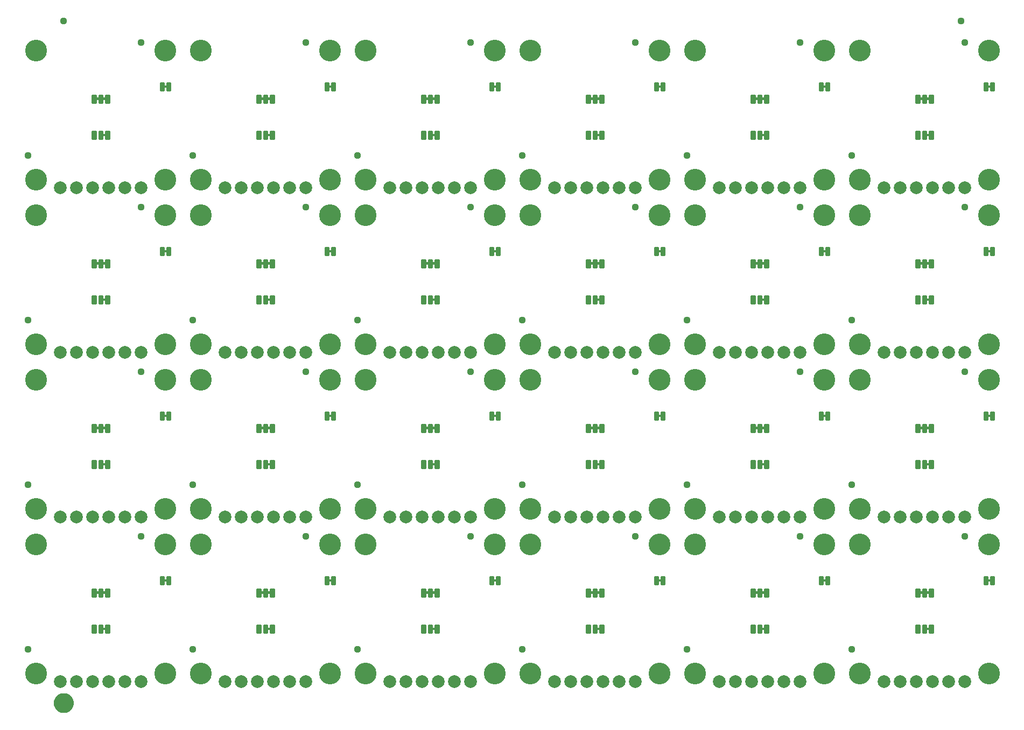
<source format=gbs>
G04 EAGLE Gerber RS-274X export*
G75*
%MOMM*%
%FSLAX34Y34*%
%LPD*%
%INSoldermask Bottom*%
%IPPOS*%
%AMOC8*
5,1,8,0,0,1.08239X$1,22.5*%
G01*
%ADD10C,1.127000*%
%ADD11C,2.006600*%
%ADD12C,3.429000*%
%ADD13C,0.228344*%
%ADD14C,1.270000*%
%ADD15C,1.627000*%

G36*
X911290Y668667D02*
X911290Y668667D01*
X911356Y668669D01*
X911399Y668687D01*
X911446Y668695D01*
X911503Y668729D01*
X911563Y668754D01*
X911598Y668785D01*
X911639Y668810D01*
X911681Y668861D01*
X911729Y668905D01*
X911751Y668947D01*
X911780Y668984D01*
X911801Y669046D01*
X911832Y669105D01*
X911840Y669159D01*
X911852Y669196D01*
X911851Y669236D01*
X911859Y669290D01*
X911859Y671830D01*
X911848Y671895D01*
X911846Y671961D01*
X911828Y672004D01*
X911820Y672051D01*
X911786Y672108D01*
X911761Y672168D01*
X911730Y672203D01*
X911705Y672244D01*
X911654Y672286D01*
X911610Y672334D01*
X911568Y672356D01*
X911531Y672385D01*
X911469Y672406D01*
X911410Y672437D01*
X911356Y672445D01*
X911319Y672457D01*
X911279Y672456D01*
X911225Y672464D01*
X907415Y672464D01*
X907350Y672453D01*
X907284Y672451D01*
X907241Y672433D01*
X907194Y672425D01*
X907137Y672391D01*
X907077Y672366D01*
X907042Y672335D01*
X907001Y672310D01*
X906960Y672259D01*
X906911Y672215D01*
X906889Y672173D01*
X906860Y672136D01*
X906839Y672074D01*
X906808Y672015D01*
X906800Y671961D01*
X906788Y671924D01*
X906788Y671921D01*
X906789Y671884D01*
X906781Y671830D01*
X906781Y669290D01*
X906792Y669225D01*
X906794Y669159D01*
X906812Y669116D01*
X906820Y669069D01*
X906854Y669012D01*
X906879Y668952D01*
X906910Y668917D01*
X906935Y668876D01*
X906986Y668835D01*
X907030Y668786D01*
X907072Y668764D01*
X907109Y668735D01*
X907171Y668714D01*
X907230Y668683D01*
X907284Y668675D01*
X907321Y668663D01*
X907361Y668664D01*
X907415Y668656D01*
X911225Y668656D01*
X911290Y668667D01*
G37*
G36*
X652210Y668667D02*
X652210Y668667D01*
X652276Y668669D01*
X652319Y668687D01*
X652366Y668695D01*
X652423Y668729D01*
X652483Y668754D01*
X652518Y668785D01*
X652559Y668810D01*
X652601Y668861D01*
X652649Y668905D01*
X652671Y668947D01*
X652700Y668984D01*
X652721Y669046D01*
X652752Y669105D01*
X652760Y669159D01*
X652772Y669196D01*
X652771Y669236D01*
X652779Y669290D01*
X652779Y671830D01*
X652768Y671895D01*
X652766Y671961D01*
X652748Y672004D01*
X652740Y672051D01*
X652706Y672108D01*
X652681Y672168D01*
X652650Y672203D01*
X652625Y672244D01*
X652574Y672286D01*
X652530Y672334D01*
X652488Y672356D01*
X652451Y672385D01*
X652389Y672406D01*
X652330Y672437D01*
X652276Y672445D01*
X652239Y672457D01*
X652199Y672456D01*
X652145Y672464D01*
X648335Y672464D01*
X648270Y672453D01*
X648204Y672451D01*
X648161Y672433D01*
X648114Y672425D01*
X648057Y672391D01*
X647997Y672366D01*
X647962Y672335D01*
X647921Y672310D01*
X647880Y672259D01*
X647831Y672215D01*
X647809Y672173D01*
X647780Y672136D01*
X647759Y672074D01*
X647728Y672015D01*
X647720Y671961D01*
X647708Y671924D01*
X647708Y671921D01*
X647709Y671884D01*
X647701Y671830D01*
X647701Y669290D01*
X647712Y669225D01*
X647714Y669159D01*
X647732Y669116D01*
X647740Y669069D01*
X647774Y669012D01*
X647799Y668952D01*
X647830Y668917D01*
X647855Y668876D01*
X647906Y668835D01*
X647950Y668786D01*
X647992Y668764D01*
X648029Y668735D01*
X648091Y668714D01*
X648150Y668683D01*
X648204Y668675D01*
X648241Y668663D01*
X648281Y668664D01*
X648335Y668656D01*
X652145Y668656D01*
X652210Y668667D01*
G37*
G36*
X901130Y668667D02*
X901130Y668667D01*
X901196Y668669D01*
X901239Y668687D01*
X901286Y668695D01*
X901343Y668729D01*
X901403Y668754D01*
X901438Y668785D01*
X901479Y668810D01*
X901521Y668861D01*
X901569Y668905D01*
X901591Y668947D01*
X901620Y668984D01*
X901641Y669046D01*
X901672Y669105D01*
X901680Y669159D01*
X901692Y669196D01*
X901691Y669236D01*
X901699Y669290D01*
X901699Y671830D01*
X901688Y671895D01*
X901686Y671961D01*
X901668Y672004D01*
X901660Y672051D01*
X901626Y672108D01*
X901601Y672168D01*
X901570Y672203D01*
X901545Y672244D01*
X901494Y672286D01*
X901450Y672334D01*
X901408Y672356D01*
X901371Y672385D01*
X901309Y672406D01*
X901250Y672437D01*
X901196Y672445D01*
X901159Y672457D01*
X901119Y672456D01*
X901065Y672464D01*
X897255Y672464D01*
X897190Y672453D01*
X897124Y672451D01*
X897081Y672433D01*
X897034Y672425D01*
X896977Y672391D01*
X896917Y672366D01*
X896882Y672335D01*
X896841Y672310D01*
X896800Y672259D01*
X896751Y672215D01*
X896729Y672173D01*
X896700Y672136D01*
X896679Y672074D01*
X896648Y672015D01*
X896640Y671961D01*
X896628Y671924D01*
X896628Y671921D01*
X896629Y671884D01*
X896621Y671830D01*
X896621Y669290D01*
X896632Y669225D01*
X896634Y669159D01*
X896652Y669116D01*
X896660Y669069D01*
X896694Y669012D01*
X896719Y668952D01*
X896750Y668917D01*
X896775Y668876D01*
X896826Y668835D01*
X896870Y668786D01*
X896912Y668764D01*
X896949Y668735D01*
X897011Y668714D01*
X897070Y668683D01*
X897124Y668675D01*
X897161Y668663D01*
X897201Y668664D01*
X897255Y668656D01*
X901065Y668656D01*
X901130Y668667D01*
G37*
G36*
X642050Y668667D02*
X642050Y668667D01*
X642116Y668669D01*
X642159Y668687D01*
X642206Y668695D01*
X642263Y668729D01*
X642323Y668754D01*
X642358Y668785D01*
X642399Y668810D01*
X642441Y668861D01*
X642489Y668905D01*
X642511Y668947D01*
X642540Y668984D01*
X642561Y669046D01*
X642592Y669105D01*
X642600Y669159D01*
X642612Y669196D01*
X642611Y669236D01*
X642619Y669290D01*
X642619Y671830D01*
X642608Y671895D01*
X642606Y671961D01*
X642588Y672004D01*
X642580Y672051D01*
X642546Y672108D01*
X642521Y672168D01*
X642490Y672203D01*
X642465Y672244D01*
X642414Y672286D01*
X642370Y672334D01*
X642328Y672356D01*
X642291Y672385D01*
X642229Y672406D01*
X642170Y672437D01*
X642116Y672445D01*
X642079Y672457D01*
X642039Y672456D01*
X641985Y672464D01*
X638175Y672464D01*
X638110Y672453D01*
X638044Y672451D01*
X638001Y672433D01*
X637954Y672425D01*
X637897Y672391D01*
X637837Y672366D01*
X637802Y672335D01*
X637761Y672310D01*
X637720Y672259D01*
X637671Y672215D01*
X637649Y672173D01*
X637620Y672136D01*
X637599Y672074D01*
X637568Y672015D01*
X637560Y671961D01*
X637548Y671924D01*
X637548Y671921D01*
X637549Y671884D01*
X637541Y671830D01*
X637541Y669290D01*
X637552Y669225D01*
X637554Y669159D01*
X637572Y669116D01*
X637580Y669069D01*
X637614Y669012D01*
X637639Y668952D01*
X637670Y668917D01*
X637695Y668876D01*
X637746Y668835D01*
X637790Y668786D01*
X637832Y668764D01*
X637869Y668735D01*
X637931Y668714D01*
X637990Y668683D01*
X638044Y668675D01*
X638081Y668663D01*
X638121Y668664D01*
X638175Y668656D01*
X641985Y668656D01*
X642050Y668667D01*
G37*
G36*
X123890Y668667D02*
X123890Y668667D01*
X123956Y668669D01*
X123999Y668687D01*
X124046Y668695D01*
X124103Y668729D01*
X124163Y668754D01*
X124198Y668785D01*
X124239Y668810D01*
X124281Y668861D01*
X124329Y668905D01*
X124351Y668947D01*
X124380Y668984D01*
X124401Y669046D01*
X124432Y669105D01*
X124440Y669159D01*
X124452Y669196D01*
X124451Y669236D01*
X124459Y669290D01*
X124459Y671830D01*
X124448Y671895D01*
X124446Y671961D01*
X124428Y672004D01*
X124420Y672051D01*
X124386Y672108D01*
X124361Y672168D01*
X124330Y672203D01*
X124305Y672244D01*
X124254Y672286D01*
X124210Y672334D01*
X124168Y672356D01*
X124131Y672385D01*
X124069Y672406D01*
X124010Y672437D01*
X123956Y672445D01*
X123919Y672457D01*
X123879Y672456D01*
X123825Y672464D01*
X120015Y672464D01*
X119950Y672453D01*
X119884Y672451D01*
X119841Y672433D01*
X119794Y672425D01*
X119737Y672391D01*
X119677Y672366D01*
X119642Y672335D01*
X119601Y672310D01*
X119560Y672259D01*
X119511Y672215D01*
X119489Y672173D01*
X119460Y672136D01*
X119439Y672074D01*
X119408Y672015D01*
X119400Y671961D01*
X119388Y671924D01*
X119388Y671921D01*
X119389Y671884D01*
X119381Y671830D01*
X119381Y669290D01*
X119392Y669225D01*
X119394Y669159D01*
X119412Y669116D01*
X119420Y669069D01*
X119454Y669012D01*
X119479Y668952D01*
X119510Y668917D01*
X119535Y668876D01*
X119586Y668835D01*
X119630Y668786D01*
X119672Y668764D01*
X119709Y668735D01*
X119771Y668714D01*
X119830Y668683D01*
X119884Y668675D01*
X119921Y668663D01*
X119961Y668664D01*
X120015Y668656D01*
X123825Y668656D01*
X123890Y668667D01*
G37*
G36*
X393130Y668667D02*
X393130Y668667D01*
X393196Y668669D01*
X393239Y668687D01*
X393286Y668695D01*
X393343Y668729D01*
X393403Y668754D01*
X393438Y668785D01*
X393479Y668810D01*
X393521Y668861D01*
X393569Y668905D01*
X393591Y668947D01*
X393620Y668984D01*
X393641Y669046D01*
X393672Y669105D01*
X393680Y669159D01*
X393692Y669196D01*
X393691Y669236D01*
X393699Y669290D01*
X393699Y671830D01*
X393688Y671895D01*
X393686Y671961D01*
X393668Y672004D01*
X393660Y672051D01*
X393626Y672108D01*
X393601Y672168D01*
X393570Y672203D01*
X393545Y672244D01*
X393494Y672286D01*
X393450Y672334D01*
X393408Y672356D01*
X393371Y672385D01*
X393309Y672406D01*
X393250Y672437D01*
X393196Y672445D01*
X393159Y672457D01*
X393119Y672456D01*
X393065Y672464D01*
X389255Y672464D01*
X389190Y672453D01*
X389124Y672451D01*
X389081Y672433D01*
X389034Y672425D01*
X388977Y672391D01*
X388917Y672366D01*
X388882Y672335D01*
X388841Y672310D01*
X388800Y672259D01*
X388751Y672215D01*
X388729Y672173D01*
X388700Y672136D01*
X388679Y672074D01*
X388648Y672015D01*
X388640Y671961D01*
X388628Y671924D01*
X388628Y671921D01*
X388629Y671884D01*
X388621Y671830D01*
X388621Y669290D01*
X388632Y669225D01*
X388634Y669159D01*
X388652Y669116D01*
X388660Y669069D01*
X388694Y669012D01*
X388719Y668952D01*
X388750Y668917D01*
X388775Y668876D01*
X388826Y668835D01*
X388870Y668786D01*
X388912Y668764D01*
X388949Y668735D01*
X389011Y668714D01*
X389070Y668683D01*
X389124Y668675D01*
X389161Y668663D01*
X389201Y668664D01*
X389255Y668656D01*
X393065Y668656D01*
X393130Y668667D01*
G37*
G36*
X134050Y668667D02*
X134050Y668667D01*
X134116Y668669D01*
X134159Y668687D01*
X134206Y668695D01*
X134263Y668729D01*
X134323Y668754D01*
X134358Y668785D01*
X134399Y668810D01*
X134441Y668861D01*
X134489Y668905D01*
X134511Y668947D01*
X134540Y668984D01*
X134561Y669046D01*
X134592Y669105D01*
X134600Y669159D01*
X134612Y669196D01*
X134611Y669236D01*
X134619Y669290D01*
X134619Y671830D01*
X134608Y671895D01*
X134606Y671961D01*
X134588Y672004D01*
X134580Y672051D01*
X134546Y672108D01*
X134521Y672168D01*
X134490Y672203D01*
X134465Y672244D01*
X134414Y672286D01*
X134370Y672334D01*
X134328Y672356D01*
X134291Y672385D01*
X134229Y672406D01*
X134170Y672437D01*
X134116Y672445D01*
X134079Y672457D01*
X134039Y672456D01*
X133985Y672464D01*
X130175Y672464D01*
X130110Y672453D01*
X130044Y672451D01*
X130001Y672433D01*
X129954Y672425D01*
X129897Y672391D01*
X129837Y672366D01*
X129802Y672335D01*
X129761Y672310D01*
X129720Y672259D01*
X129671Y672215D01*
X129649Y672173D01*
X129620Y672136D01*
X129599Y672074D01*
X129568Y672015D01*
X129560Y671961D01*
X129548Y671924D01*
X129548Y671921D01*
X129549Y671884D01*
X129541Y671830D01*
X129541Y669290D01*
X129552Y669225D01*
X129554Y669159D01*
X129572Y669116D01*
X129580Y669069D01*
X129614Y669012D01*
X129639Y668952D01*
X129670Y668917D01*
X129695Y668876D01*
X129746Y668835D01*
X129790Y668786D01*
X129832Y668764D01*
X129869Y668735D01*
X129931Y668714D01*
X129990Y668683D01*
X130044Y668675D01*
X130081Y668663D01*
X130121Y668664D01*
X130175Y668656D01*
X133985Y668656D01*
X134050Y668667D01*
G37*
G36*
X382970Y668667D02*
X382970Y668667D01*
X383036Y668669D01*
X383079Y668687D01*
X383126Y668695D01*
X383183Y668729D01*
X383243Y668754D01*
X383278Y668785D01*
X383319Y668810D01*
X383361Y668861D01*
X383409Y668905D01*
X383431Y668947D01*
X383460Y668984D01*
X383481Y669046D01*
X383512Y669105D01*
X383520Y669159D01*
X383532Y669196D01*
X383531Y669236D01*
X383539Y669290D01*
X383539Y671830D01*
X383528Y671895D01*
X383526Y671961D01*
X383508Y672004D01*
X383500Y672051D01*
X383466Y672108D01*
X383441Y672168D01*
X383410Y672203D01*
X383385Y672244D01*
X383334Y672286D01*
X383290Y672334D01*
X383248Y672356D01*
X383211Y672385D01*
X383149Y672406D01*
X383090Y672437D01*
X383036Y672445D01*
X382999Y672457D01*
X382959Y672456D01*
X382905Y672464D01*
X379095Y672464D01*
X379030Y672453D01*
X378964Y672451D01*
X378921Y672433D01*
X378874Y672425D01*
X378817Y672391D01*
X378757Y672366D01*
X378722Y672335D01*
X378681Y672310D01*
X378640Y672259D01*
X378591Y672215D01*
X378569Y672173D01*
X378540Y672136D01*
X378519Y672074D01*
X378488Y672015D01*
X378480Y671961D01*
X378468Y671924D01*
X378468Y671921D01*
X378469Y671884D01*
X378461Y671830D01*
X378461Y669290D01*
X378472Y669225D01*
X378474Y669159D01*
X378492Y669116D01*
X378500Y669069D01*
X378534Y669012D01*
X378559Y668952D01*
X378590Y668917D01*
X378615Y668876D01*
X378666Y668835D01*
X378710Y668786D01*
X378752Y668764D01*
X378789Y668735D01*
X378851Y668714D01*
X378910Y668683D01*
X378964Y668675D01*
X379001Y668663D01*
X379041Y668664D01*
X379095Y668656D01*
X382905Y668656D01*
X382970Y668667D01*
G37*
G36*
X1170370Y668667D02*
X1170370Y668667D01*
X1170436Y668669D01*
X1170479Y668687D01*
X1170526Y668695D01*
X1170583Y668729D01*
X1170643Y668754D01*
X1170678Y668785D01*
X1170719Y668810D01*
X1170761Y668861D01*
X1170809Y668905D01*
X1170831Y668947D01*
X1170860Y668984D01*
X1170881Y669046D01*
X1170912Y669105D01*
X1170920Y669159D01*
X1170932Y669196D01*
X1170931Y669236D01*
X1170939Y669290D01*
X1170939Y671830D01*
X1170928Y671895D01*
X1170926Y671961D01*
X1170908Y672004D01*
X1170900Y672051D01*
X1170866Y672108D01*
X1170841Y672168D01*
X1170810Y672203D01*
X1170785Y672244D01*
X1170734Y672286D01*
X1170690Y672334D01*
X1170648Y672356D01*
X1170611Y672385D01*
X1170549Y672406D01*
X1170490Y672437D01*
X1170436Y672445D01*
X1170399Y672457D01*
X1170359Y672456D01*
X1170305Y672464D01*
X1166495Y672464D01*
X1166430Y672453D01*
X1166364Y672451D01*
X1166321Y672433D01*
X1166274Y672425D01*
X1166217Y672391D01*
X1166157Y672366D01*
X1166122Y672335D01*
X1166081Y672310D01*
X1166040Y672259D01*
X1165991Y672215D01*
X1165969Y672173D01*
X1165940Y672136D01*
X1165919Y672074D01*
X1165888Y672015D01*
X1165880Y671961D01*
X1165868Y671924D01*
X1165868Y671921D01*
X1165869Y671884D01*
X1165861Y671830D01*
X1165861Y669290D01*
X1165872Y669225D01*
X1165874Y669159D01*
X1165892Y669116D01*
X1165900Y669069D01*
X1165934Y669012D01*
X1165959Y668952D01*
X1165990Y668917D01*
X1166015Y668876D01*
X1166066Y668835D01*
X1166110Y668786D01*
X1166152Y668764D01*
X1166189Y668735D01*
X1166251Y668714D01*
X1166310Y668683D01*
X1166364Y668675D01*
X1166401Y668663D01*
X1166441Y668664D01*
X1166495Y668656D01*
X1170305Y668656D01*
X1170370Y668667D01*
G37*
G36*
X1419290Y668667D02*
X1419290Y668667D01*
X1419356Y668669D01*
X1419399Y668687D01*
X1419446Y668695D01*
X1419503Y668729D01*
X1419563Y668754D01*
X1419598Y668785D01*
X1419639Y668810D01*
X1419681Y668861D01*
X1419729Y668905D01*
X1419751Y668947D01*
X1419780Y668984D01*
X1419801Y669046D01*
X1419832Y669105D01*
X1419840Y669159D01*
X1419852Y669196D01*
X1419851Y669236D01*
X1419859Y669290D01*
X1419859Y671830D01*
X1419848Y671895D01*
X1419846Y671961D01*
X1419828Y672004D01*
X1419820Y672051D01*
X1419786Y672108D01*
X1419761Y672168D01*
X1419730Y672203D01*
X1419705Y672244D01*
X1419654Y672286D01*
X1419610Y672334D01*
X1419568Y672356D01*
X1419531Y672385D01*
X1419469Y672406D01*
X1419410Y672437D01*
X1419356Y672445D01*
X1419319Y672457D01*
X1419279Y672456D01*
X1419225Y672464D01*
X1415415Y672464D01*
X1415350Y672453D01*
X1415284Y672451D01*
X1415241Y672433D01*
X1415194Y672425D01*
X1415137Y672391D01*
X1415077Y672366D01*
X1415042Y672335D01*
X1415001Y672310D01*
X1414960Y672259D01*
X1414911Y672215D01*
X1414889Y672173D01*
X1414860Y672136D01*
X1414839Y672074D01*
X1414808Y672015D01*
X1414800Y671961D01*
X1414788Y671924D01*
X1414788Y671921D01*
X1414789Y671884D01*
X1414781Y671830D01*
X1414781Y669290D01*
X1414792Y669225D01*
X1414794Y669159D01*
X1414812Y669116D01*
X1414820Y669069D01*
X1414854Y669012D01*
X1414879Y668952D01*
X1414910Y668917D01*
X1414935Y668876D01*
X1414986Y668835D01*
X1415030Y668786D01*
X1415072Y668764D01*
X1415109Y668735D01*
X1415171Y668714D01*
X1415230Y668683D01*
X1415284Y668675D01*
X1415321Y668663D01*
X1415361Y668664D01*
X1415415Y668656D01*
X1419225Y668656D01*
X1419290Y668667D01*
G37*
G36*
X1429450Y668667D02*
X1429450Y668667D01*
X1429516Y668669D01*
X1429559Y668687D01*
X1429606Y668695D01*
X1429663Y668729D01*
X1429723Y668754D01*
X1429758Y668785D01*
X1429799Y668810D01*
X1429841Y668861D01*
X1429889Y668905D01*
X1429911Y668947D01*
X1429940Y668984D01*
X1429961Y669046D01*
X1429992Y669105D01*
X1430000Y669159D01*
X1430012Y669196D01*
X1430011Y669236D01*
X1430019Y669290D01*
X1430019Y671830D01*
X1430008Y671895D01*
X1430006Y671961D01*
X1429988Y672004D01*
X1429980Y672051D01*
X1429946Y672108D01*
X1429921Y672168D01*
X1429890Y672203D01*
X1429865Y672244D01*
X1429814Y672286D01*
X1429770Y672334D01*
X1429728Y672356D01*
X1429691Y672385D01*
X1429629Y672406D01*
X1429570Y672437D01*
X1429516Y672445D01*
X1429479Y672457D01*
X1429439Y672456D01*
X1429385Y672464D01*
X1425575Y672464D01*
X1425510Y672453D01*
X1425444Y672451D01*
X1425401Y672433D01*
X1425354Y672425D01*
X1425297Y672391D01*
X1425237Y672366D01*
X1425202Y672335D01*
X1425161Y672310D01*
X1425120Y672259D01*
X1425071Y672215D01*
X1425049Y672173D01*
X1425020Y672136D01*
X1424999Y672074D01*
X1424968Y672015D01*
X1424960Y671961D01*
X1424948Y671924D01*
X1424948Y671921D01*
X1424949Y671884D01*
X1424941Y671830D01*
X1424941Y669290D01*
X1424952Y669225D01*
X1424954Y669159D01*
X1424972Y669116D01*
X1424980Y669069D01*
X1425014Y669012D01*
X1425039Y668952D01*
X1425070Y668917D01*
X1425095Y668876D01*
X1425146Y668835D01*
X1425190Y668786D01*
X1425232Y668764D01*
X1425269Y668735D01*
X1425331Y668714D01*
X1425390Y668683D01*
X1425444Y668675D01*
X1425481Y668663D01*
X1425521Y668664D01*
X1425575Y668656D01*
X1429385Y668656D01*
X1429450Y668667D01*
G37*
G36*
X1160210Y668667D02*
X1160210Y668667D01*
X1160276Y668669D01*
X1160319Y668687D01*
X1160366Y668695D01*
X1160423Y668729D01*
X1160483Y668754D01*
X1160518Y668785D01*
X1160559Y668810D01*
X1160601Y668861D01*
X1160649Y668905D01*
X1160671Y668947D01*
X1160700Y668984D01*
X1160721Y669046D01*
X1160752Y669105D01*
X1160760Y669159D01*
X1160772Y669196D01*
X1160771Y669236D01*
X1160779Y669290D01*
X1160779Y671830D01*
X1160768Y671895D01*
X1160766Y671961D01*
X1160748Y672004D01*
X1160740Y672051D01*
X1160706Y672108D01*
X1160681Y672168D01*
X1160650Y672203D01*
X1160625Y672244D01*
X1160574Y672286D01*
X1160530Y672334D01*
X1160488Y672356D01*
X1160451Y672385D01*
X1160389Y672406D01*
X1160330Y672437D01*
X1160276Y672445D01*
X1160239Y672457D01*
X1160199Y672456D01*
X1160145Y672464D01*
X1156335Y672464D01*
X1156270Y672453D01*
X1156204Y672451D01*
X1156161Y672433D01*
X1156114Y672425D01*
X1156057Y672391D01*
X1155997Y672366D01*
X1155962Y672335D01*
X1155921Y672310D01*
X1155880Y672259D01*
X1155831Y672215D01*
X1155809Y672173D01*
X1155780Y672136D01*
X1155759Y672074D01*
X1155728Y672015D01*
X1155720Y671961D01*
X1155708Y671924D01*
X1155708Y671921D01*
X1155709Y671884D01*
X1155701Y671830D01*
X1155701Y669290D01*
X1155712Y669225D01*
X1155714Y669159D01*
X1155732Y669116D01*
X1155740Y669069D01*
X1155774Y669012D01*
X1155799Y668952D01*
X1155830Y668917D01*
X1155855Y668876D01*
X1155906Y668835D01*
X1155950Y668786D01*
X1155992Y668764D01*
X1156029Y668735D01*
X1156091Y668714D01*
X1156150Y668683D01*
X1156204Y668675D01*
X1156241Y668663D01*
X1156281Y668664D01*
X1156335Y668656D01*
X1160145Y668656D01*
X1160210Y668667D01*
G37*
G36*
X1266890Y946797D02*
X1266890Y946797D01*
X1266956Y946799D01*
X1266999Y946817D01*
X1267046Y946825D01*
X1267103Y946859D01*
X1267163Y946884D01*
X1267198Y946915D01*
X1267239Y946940D01*
X1267281Y946991D01*
X1267329Y947035D01*
X1267351Y947077D01*
X1267380Y947114D01*
X1267401Y947176D01*
X1267432Y947235D01*
X1267440Y947289D01*
X1267452Y947326D01*
X1267451Y947366D01*
X1267459Y947420D01*
X1267459Y949960D01*
X1267448Y950025D01*
X1267446Y950091D01*
X1267428Y950134D01*
X1267420Y950181D01*
X1267386Y950238D01*
X1267361Y950298D01*
X1267330Y950333D01*
X1267305Y950374D01*
X1267254Y950416D01*
X1267210Y950464D01*
X1267168Y950486D01*
X1267131Y950515D01*
X1267069Y950536D01*
X1267010Y950567D01*
X1266956Y950575D01*
X1266919Y950587D01*
X1266879Y950586D01*
X1266825Y950594D01*
X1263015Y950594D01*
X1262950Y950583D01*
X1262884Y950581D01*
X1262841Y950563D01*
X1262794Y950555D01*
X1262737Y950521D01*
X1262677Y950496D01*
X1262642Y950465D01*
X1262601Y950440D01*
X1262560Y950389D01*
X1262511Y950345D01*
X1262489Y950303D01*
X1262460Y950266D01*
X1262439Y950204D01*
X1262408Y950145D01*
X1262400Y950091D01*
X1262388Y950054D01*
X1262388Y950051D01*
X1262389Y950014D01*
X1262381Y949960D01*
X1262381Y947420D01*
X1262392Y947355D01*
X1262394Y947289D01*
X1262412Y947246D01*
X1262420Y947199D01*
X1262454Y947142D01*
X1262479Y947082D01*
X1262510Y947047D01*
X1262535Y947006D01*
X1262586Y946965D01*
X1262630Y946916D01*
X1262672Y946894D01*
X1262709Y946865D01*
X1262771Y946844D01*
X1262830Y946813D01*
X1262884Y946805D01*
X1262921Y946793D01*
X1262961Y946794D01*
X1263015Y946786D01*
X1266825Y946786D01*
X1266890Y946797D01*
G37*
G36*
X489650Y946797D02*
X489650Y946797D01*
X489716Y946799D01*
X489759Y946817D01*
X489806Y946825D01*
X489863Y946859D01*
X489923Y946884D01*
X489958Y946915D01*
X489999Y946940D01*
X490041Y946991D01*
X490089Y947035D01*
X490111Y947077D01*
X490140Y947114D01*
X490161Y947176D01*
X490192Y947235D01*
X490200Y947289D01*
X490212Y947326D01*
X490211Y947366D01*
X490219Y947420D01*
X490219Y949960D01*
X490208Y950025D01*
X490206Y950091D01*
X490188Y950134D01*
X490180Y950181D01*
X490146Y950238D01*
X490121Y950298D01*
X490090Y950333D01*
X490065Y950374D01*
X490014Y950416D01*
X489970Y950464D01*
X489928Y950486D01*
X489891Y950515D01*
X489829Y950536D01*
X489770Y950567D01*
X489716Y950575D01*
X489679Y950587D01*
X489639Y950586D01*
X489585Y950594D01*
X485775Y950594D01*
X485710Y950583D01*
X485644Y950581D01*
X485601Y950563D01*
X485554Y950555D01*
X485497Y950521D01*
X485437Y950496D01*
X485402Y950465D01*
X485361Y950440D01*
X485320Y950389D01*
X485271Y950345D01*
X485249Y950303D01*
X485220Y950266D01*
X485199Y950204D01*
X485168Y950145D01*
X485160Y950091D01*
X485148Y950054D01*
X485148Y950051D01*
X485149Y950014D01*
X485141Y949960D01*
X485141Y947420D01*
X485152Y947355D01*
X485154Y947289D01*
X485172Y947246D01*
X485180Y947199D01*
X485214Y947142D01*
X485239Y947082D01*
X485270Y947047D01*
X485295Y947006D01*
X485346Y946965D01*
X485390Y946916D01*
X485432Y946894D01*
X485469Y946865D01*
X485531Y946844D01*
X485590Y946813D01*
X485644Y946805D01*
X485681Y946793D01*
X485721Y946794D01*
X485775Y946786D01*
X489585Y946786D01*
X489650Y946797D01*
G37*
G36*
X230570Y946797D02*
X230570Y946797D01*
X230636Y946799D01*
X230679Y946817D01*
X230726Y946825D01*
X230783Y946859D01*
X230843Y946884D01*
X230878Y946915D01*
X230919Y946940D01*
X230961Y946991D01*
X231009Y947035D01*
X231031Y947077D01*
X231060Y947114D01*
X231081Y947176D01*
X231112Y947235D01*
X231120Y947289D01*
X231132Y947326D01*
X231131Y947366D01*
X231139Y947420D01*
X231139Y949960D01*
X231128Y950025D01*
X231126Y950091D01*
X231108Y950134D01*
X231100Y950181D01*
X231066Y950238D01*
X231041Y950298D01*
X231010Y950333D01*
X230985Y950374D01*
X230934Y950416D01*
X230890Y950464D01*
X230848Y950486D01*
X230811Y950515D01*
X230749Y950536D01*
X230690Y950567D01*
X230636Y950575D01*
X230599Y950587D01*
X230559Y950586D01*
X230505Y950594D01*
X226695Y950594D01*
X226630Y950583D01*
X226564Y950581D01*
X226521Y950563D01*
X226474Y950555D01*
X226417Y950521D01*
X226357Y950496D01*
X226322Y950465D01*
X226281Y950440D01*
X226240Y950389D01*
X226191Y950345D01*
X226169Y950303D01*
X226140Y950266D01*
X226119Y950204D01*
X226088Y950145D01*
X226080Y950091D01*
X226068Y950054D01*
X226068Y950051D01*
X226069Y950014D01*
X226061Y949960D01*
X226061Y947420D01*
X226072Y947355D01*
X226074Y947289D01*
X226092Y947246D01*
X226100Y947199D01*
X226134Y947142D01*
X226159Y947082D01*
X226190Y947047D01*
X226215Y947006D01*
X226266Y946965D01*
X226310Y946916D01*
X226352Y946894D01*
X226389Y946865D01*
X226451Y946844D01*
X226510Y946813D01*
X226564Y946805D01*
X226601Y946793D01*
X226641Y946794D01*
X226695Y946786D01*
X230505Y946786D01*
X230570Y946797D01*
G37*
G36*
X748730Y946797D02*
X748730Y946797D01*
X748796Y946799D01*
X748839Y946817D01*
X748886Y946825D01*
X748943Y946859D01*
X749003Y946884D01*
X749038Y946915D01*
X749079Y946940D01*
X749121Y946991D01*
X749169Y947035D01*
X749191Y947077D01*
X749220Y947114D01*
X749241Y947176D01*
X749272Y947235D01*
X749280Y947289D01*
X749292Y947326D01*
X749291Y947366D01*
X749299Y947420D01*
X749299Y949960D01*
X749288Y950025D01*
X749286Y950091D01*
X749268Y950134D01*
X749260Y950181D01*
X749226Y950238D01*
X749201Y950298D01*
X749170Y950333D01*
X749145Y950374D01*
X749094Y950416D01*
X749050Y950464D01*
X749008Y950486D01*
X748971Y950515D01*
X748909Y950536D01*
X748850Y950567D01*
X748796Y950575D01*
X748759Y950587D01*
X748719Y950586D01*
X748665Y950594D01*
X744855Y950594D01*
X744790Y950583D01*
X744724Y950581D01*
X744681Y950563D01*
X744634Y950555D01*
X744577Y950521D01*
X744517Y950496D01*
X744482Y950465D01*
X744441Y950440D01*
X744400Y950389D01*
X744351Y950345D01*
X744329Y950303D01*
X744300Y950266D01*
X744279Y950204D01*
X744248Y950145D01*
X744240Y950091D01*
X744228Y950054D01*
X744228Y950051D01*
X744229Y950014D01*
X744221Y949960D01*
X744221Y947420D01*
X744232Y947355D01*
X744234Y947289D01*
X744252Y947246D01*
X744260Y947199D01*
X744294Y947142D01*
X744319Y947082D01*
X744350Y947047D01*
X744375Y947006D01*
X744426Y946965D01*
X744470Y946916D01*
X744512Y946894D01*
X744549Y946865D01*
X744611Y946844D01*
X744670Y946813D01*
X744724Y946805D01*
X744761Y946793D01*
X744801Y946794D01*
X744855Y946786D01*
X748665Y946786D01*
X748730Y946797D01*
G37*
G36*
X1007810Y946797D02*
X1007810Y946797D01*
X1007876Y946799D01*
X1007919Y946817D01*
X1007966Y946825D01*
X1008023Y946859D01*
X1008083Y946884D01*
X1008118Y946915D01*
X1008159Y946940D01*
X1008201Y946991D01*
X1008249Y947035D01*
X1008271Y947077D01*
X1008300Y947114D01*
X1008321Y947176D01*
X1008352Y947235D01*
X1008360Y947289D01*
X1008372Y947326D01*
X1008371Y947366D01*
X1008379Y947420D01*
X1008379Y949960D01*
X1008368Y950025D01*
X1008366Y950091D01*
X1008348Y950134D01*
X1008340Y950181D01*
X1008306Y950238D01*
X1008281Y950298D01*
X1008250Y950333D01*
X1008225Y950374D01*
X1008174Y950416D01*
X1008130Y950464D01*
X1008088Y950486D01*
X1008051Y950515D01*
X1007989Y950536D01*
X1007930Y950567D01*
X1007876Y950575D01*
X1007839Y950587D01*
X1007799Y950586D01*
X1007745Y950594D01*
X1003935Y950594D01*
X1003870Y950583D01*
X1003804Y950581D01*
X1003761Y950563D01*
X1003714Y950555D01*
X1003657Y950521D01*
X1003597Y950496D01*
X1003562Y950465D01*
X1003521Y950440D01*
X1003480Y950389D01*
X1003431Y950345D01*
X1003409Y950303D01*
X1003380Y950266D01*
X1003359Y950204D01*
X1003328Y950145D01*
X1003320Y950091D01*
X1003308Y950054D01*
X1003308Y950051D01*
X1003309Y950014D01*
X1003301Y949960D01*
X1003301Y947420D01*
X1003312Y947355D01*
X1003314Y947289D01*
X1003332Y947246D01*
X1003340Y947199D01*
X1003374Y947142D01*
X1003399Y947082D01*
X1003430Y947047D01*
X1003455Y947006D01*
X1003506Y946965D01*
X1003550Y946916D01*
X1003592Y946894D01*
X1003629Y946865D01*
X1003691Y946844D01*
X1003750Y946813D01*
X1003804Y946805D01*
X1003841Y946793D01*
X1003881Y946794D01*
X1003935Y946786D01*
X1007745Y946786D01*
X1007810Y946797D01*
G37*
G36*
X1525970Y946797D02*
X1525970Y946797D01*
X1526036Y946799D01*
X1526079Y946817D01*
X1526126Y946825D01*
X1526183Y946859D01*
X1526243Y946884D01*
X1526278Y946915D01*
X1526319Y946940D01*
X1526361Y946991D01*
X1526409Y947035D01*
X1526431Y947077D01*
X1526460Y947114D01*
X1526481Y947176D01*
X1526512Y947235D01*
X1526520Y947289D01*
X1526532Y947326D01*
X1526531Y947366D01*
X1526539Y947420D01*
X1526539Y949960D01*
X1526528Y950025D01*
X1526526Y950091D01*
X1526508Y950134D01*
X1526500Y950181D01*
X1526466Y950238D01*
X1526441Y950298D01*
X1526410Y950333D01*
X1526385Y950374D01*
X1526334Y950416D01*
X1526290Y950464D01*
X1526248Y950486D01*
X1526211Y950515D01*
X1526149Y950536D01*
X1526090Y950567D01*
X1526036Y950575D01*
X1525999Y950587D01*
X1525959Y950586D01*
X1525905Y950594D01*
X1522095Y950594D01*
X1522030Y950583D01*
X1521964Y950581D01*
X1521921Y950563D01*
X1521874Y950555D01*
X1521817Y950521D01*
X1521757Y950496D01*
X1521722Y950465D01*
X1521681Y950440D01*
X1521640Y950389D01*
X1521591Y950345D01*
X1521569Y950303D01*
X1521540Y950266D01*
X1521519Y950204D01*
X1521488Y950145D01*
X1521480Y950091D01*
X1521468Y950054D01*
X1521468Y950051D01*
X1521469Y950014D01*
X1521461Y949960D01*
X1521461Y947420D01*
X1521472Y947355D01*
X1521474Y947289D01*
X1521492Y947246D01*
X1521500Y947199D01*
X1521534Y947142D01*
X1521559Y947082D01*
X1521590Y947047D01*
X1521615Y947006D01*
X1521666Y946965D01*
X1521710Y946916D01*
X1521752Y946894D01*
X1521789Y946865D01*
X1521851Y946844D01*
X1521910Y946813D01*
X1521964Y946805D01*
X1522001Y946793D01*
X1522041Y946794D01*
X1522095Y946786D01*
X1525905Y946786D01*
X1525970Y946797D01*
G37*
G36*
X901130Y927747D02*
X901130Y927747D01*
X901196Y927749D01*
X901239Y927767D01*
X901286Y927775D01*
X901343Y927809D01*
X901403Y927834D01*
X901438Y927865D01*
X901479Y927890D01*
X901521Y927941D01*
X901569Y927985D01*
X901591Y928027D01*
X901620Y928064D01*
X901641Y928126D01*
X901672Y928185D01*
X901680Y928239D01*
X901692Y928276D01*
X901691Y928316D01*
X901699Y928370D01*
X901699Y930910D01*
X901688Y930975D01*
X901686Y931041D01*
X901668Y931084D01*
X901660Y931131D01*
X901626Y931188D01*
X901601Y931248D01*
X901570Y931283D01*
X901545Y931324D01*
X901494Y931366D01*
X901450Y931414D01*
X901408Y931436D01*
X901371Y931465D01*
X901309Y931486D01*
X901250Y931517D01*
X901196Y931525D01*
X901159Y931537D01*
X901119Y931536D01*
X901065Y931544D01*
X897255Y931544D01*
X897190Y931533D01*
X897124Y931531D01*
X897081Y931513D01*
X897034Y931505D01*
X896977Y931471D01*
X896917Y931446D01*
X896882Y931415D01*
X896841Y931390D01*
X896800Y931339D01*
X896751Y931295D01*
X896729Y931253D01*
X896700Y931216D01*
X896679Y931154D01*
X896648Y931095D01*
X896640Y931041D01*
X896628Y931004D01*
X896628Y931001D01*
X896629Y930964D01*
X896621Y930910D01*
X896621Y928370D01*
X896632Y928305D01*
X896634Y928239D01*
X896652Y928196D01*
X896660Y928149D01*
X896694Y928092D01*
X896719Y928032D01*
X896750Y927997D01*
X896775Y927956D01*
X896826Y927915D01*
X896870Y927866D01*
X896912Y927844D01*
X896949Y927815D01*
X897011Y927794D01*
X897070Y927763D01*
X897124Y927755D01*
X897161Y927743D01*
X897201Y927744D01*
X897255Y927736D01*
X901065Y927736D01*
X901130Y927747D01*
G37*
G36*
X1419290Y927747D02*
X1419290Y927747D01*
X1419356Y927749D01*
X1419399Y927767D01*
X1419446Y927775D01*
X1419503Y927809D01*
X1419563Y927834D01*
X1419598Y927865D01*
X1419639Y927890D01*
X1419681Y927941D01*
X1419729Y927985D01*
X1419751Y928027D01*
X1419780Y928064D01*
X1419801Y928126D01*
X1419832Y928185D01*
X1419840Y928239D01*
X1419852Y928276D01*
X1419851Y928316D01*
X1419859Y928370D01*
X1419859Y930910D01*
X1419848Y930975D01*
X1419846Y931041D01*
X1419828Y931084D01*
X1419820Y931131D01*
X1419786Y931188D01*
X1419761Y931248D01*
X1419730Y931283D01*
X1419705Y931324D01*
X1419654Y931366D01*
X1419610Y931414D01*
X1419568Y931436D01*
X1419531Y931465D01*
X1419469Y931486D01*
X1419410Y931517D01*
X1419356Y931525D01*
X1419319Y931537D01*
X1419279Y931536D01*
X1419225Y931544D01*
X1415415Y931544D01*
X1415350Y931533D01*
X1415284Y931531D01*
X1415241Y931513D01*
X1415194Y931505D01*
X1415137Y931471D01*
X1415077Y931446D01*
X1415042Y931415D01*
X1415001Y931390D01*
X1414960Y931339D01*
X1414911Y931295D01*
X1414889Y931253D01*
X1414860Y931216D01*
X1414839Y931154D01*
X1414808Y931095D01*
X1414800Y931041D01*
X1414788Y931004D01*
X1414788Y931001D01*
X1414789Y930964D01*
X1414781Y930910D01*
X1414781Y928370D01*
X1414792Y928305D01*
X1414794Y928239D01*
X1414812Y928196D01*
X1414820Y928149D01*
X1414854Y928092D01*
X1414879Y928032D01*
X1414910Y927997D01*
X1414935Y927956D01*
X1414986Y927915D01*
X1415030Y927866D01*
X1415072Y927844D01*
X1415109Y927815D01*
X1415171Y927794D01*
X1415230Y927763D01*
X1415284Y927755D01*
X1415321Y927743D01*
X1415361Y927744D01*
X1415415Y927736D01*
X1419225Y927736D01*
X1419290Y927747D01*
G37*
G36*
X1160210Y927747D02*
X1160210Y927747D01*
X1160276Y927749D01*
X1160319Y927767D01*
X1160366Y927775D01*
X1160423Y927809D01*
X1160483Y927834D01*
X1160518Y927865D01*
X1160559Y927890D01*
X1160601Y927941D01*
X1160649Y927985D01*
X1160671Y928027D01*
X1160700Y928064D01*
X1160721Y928126D01*
X1160752Y928185D01*
X1160760Y928239D01*
X1160772Y928276D01*
X1160771Y928316D01*
X1160779Y928370D01*
X1160779Y930910D01*
X1160768Y930975D01*
X1160766Y931041D01*
X1160748Y931084D01*
X1160740Y931131D01*
X1160706Y931188D01*
X1160681Y931248D01*
X1160650Y931283D01*
X1160625Y931324D01*
X1160574Y931366D01*
X1160530Y931414D01*
X1160488Y931436D01*
X1160451Y931465D01*
X1160389Y931486D01*
X1160330Y931517D01*
X1160276Y931525D01*
X1160239Y931537D01*
X1160199Y931536D01*
X1160145Y931544D01*
X1156335Y931544D01*
X1156270Y931533D01*
X1156204Y931531D01*
X1156161Y931513D01*
X1156114Y931505D01*
X1156057Y931471D01*
X1155997Y931446D01*
X1155962Y931415D01*
X1155921Y931390D01*
X1155880Y931339D01*
X1155831Y931295D01*
X1155809Y931253D01*
X1155780Y931216D01*
X1155759Y931154D01*
X1155728Y931095D01*
X1155720Y931041D01*
X1155708Y931004D01*
X1155708Y931001D01*
X1155709Y930964D01*
X1155701Y930910D01*
X1155701Y928370D01*
X1155712Y928305D01*
X1155714Y928239D01*
X1155732Y928196D01*
X1155740Y928149D01*
X1155774Y928092D01*
X1155799Y928032D01*
X1155830Y927997D01*
X1155855Y927956D01*
X1155906Y927915D01*
X1155950Y927866D01*
X1155992Y927844D01*
X1156029Y927815D01*
X1156091Y927794D01*
X1156150Y927763D01*
X1156204Y927755D01*
X1156241Y927743D01*
X1156281Y927744D01*
X1156335Y927736D01*
X1160145Y927736D01*
X1160210Y927747D01*
G37*
G36*
X134050Y927747D02*
X134050Y927747D01*
X134116Y927749D01*
X134159Y927767D01*
X134206Y927775D01*
X134263Y927809D01*
X134323Y927834D01*
X134358Y927865D01*
X134399Y927890D01*
X134441Y927941D01*
X134489Y927985D01*
X134511Y928027D01*
X134540Y928064D01*
X134561Y928126D01*
X134592Y928185D01*
X134600Y928239D01*
X134612Y928276D01*
X134611Y928316D01*
X134619Y928370D01*
X134619Y930910D01*
X134608Y930975D01*
X134606Y931041D01*
X134588Y931084D01*
X134580Y931131D01*
X134546Y931188D01*
X134521Y931248D01*
X134490Y931283D01*
X134465Y931324D01*
X134414Y931366D01*
X134370Y931414D01*
X134328Y931436D01*
X134291Y931465D01*
X134229Y931486D01*
X134170Y931517D01*
X134116Y931525D01*
X134079Y931537D01*
X134039Y931536D01*
X133985Y931544D01*
X130175Y931544D01*
X130110Y931533D01*
X130044Y931531D01*
X130001Y931513D01*
X129954Y931505D01*
X129897Y931471D01*
X129837Y931446D01*
X129802Y931415D01*
X129761Y931390D01*
X129720Y931339D01*
X129671Y931295D01*
X129649Y931253D01*
X129620Y931216D01*
X129599Y931154D01*
X129568Y931095D01*
X129560Y931041D01*
X129548Y931004D01*
X129548Y931001D01*
X129549Y930964D01*
X129541Y930910D01*
X129541Y928370D01*
X129552Y928305D01*
X129554Y928239D01*
X129572Y928196D01*
X129580Y928149D01*
X129614Y928092D01*
X129639Y928032D01*
X129670Y927997D01*
X129695Y927956D01*
X129746Y927915D01*
X129790Y927866D01*
X129832Y927844D01*
X129869Y927815D01*
X129931Y927794D01*
X129990Y927763D01*
X130044Y927755D01*
X130081Y927743D01*
X130121Y927744D01*
X130175Y927736D01*
X133985Y927736D01*
X134050Y927747D01*
G37*
G36*
X642050Y927747D02*
X642050Y927747D01*
X642116Y927749D01*
X642159Y927767D01*
X642206Y927775D01*
X642263Y927809D01*
X642323Y927834D01*
X642358Y927865D01*
X642399Y927890D01*
X642441Y927941D01*
X642489Y927985D01*
X642511Y928027D01*
X642540Y928064D01*
X642561Y928126D01*
X642592Y928185D01*
X642600Y928239D01*
X642612Y928276D01*
X642611Y928316D01*
X642619Y928370D01*
X642619Y930910D01*
X642608Y930975D01*
X642606Y931041D01*
X642588Y931084D01*
X642580Y931131D01*
X642546Y931188D01*
X642521Y931248D01*
X642490Y931283D01*
X642465Y931324D01*
X642414Y931366D01*
X642370Y931414D01*
X642328Y931436D01*
X642291Y931465D01*
X642229Y931486D01*
X642170Y931517D01*
X642116Y931525D01*
X642079Y931537D01*
X642039Y931536D01*
X641985Y931544D01*
X638175Y931544D01*
X638110Y931533D01*
X638044Y931531D01*
X638001Y931513D01*
X637954Y931505D01*
X637897Y931471D01*
X637837Y931446D01*
X637802Y931415D01*
X637761Y931390D01*
X637720Y931339D01*
X637671Y931295D01*
X637649Y931253D01*
X637620Y931216D01*
X637599Y931154D01*
X637568Y931095D01*
X637560Y931041D01*
X637548Y931004D01*
X637548Y931001D01*
X637549Y930964D01*
X637541Y930910D01*
X637541Y928370D01*
X637552Y928305D01*
X637554Y928239D01*
X637572Y928196D01*
X637580Y928149D01*
X637614Y928092D01*
X637639Y928032D01*
X637670Y927997D01*
X637695Y927956D01*
X637746Y927915D01*
X637790Y927866D01*
X637832Y927844D01*
X637869Y927815D01*
X637931Y927794D01*
X637990Y927763D01*
X638044Y927755D01*
X638081Y927743D01*
X638121Y927744D01*
X638175Y927736D01*
X641985Y927736D01*
X642050Y927747D01*
G37*
G36*
X1170370Y927747D02*
X1170370Y927747D01*
X1170436Y927749D01*
X1170479Y927767D01*
X1170526Y927775D01*
X1170583Y927809D01*
X1170643Y927834D01*
X1170678Y927865D01*
X1170719Y927890D01*
X1170761Y927941D01*
X1170809Y927985D01*
X1170831Y928027D01*
X1170860Y928064D01*
X1170881Y928126D01*
X1170912Y928185D01*
X1170920Y928239D01*
X1170932Y928276D01*
X1170931Y928316D01*
X1170939Y928370D01*
X1170939Y930910D01*
X1170928Y930975D01*
X1170926Y931041D01*
X1170908Y931084D01*
X1170900Y931131D01*
X1170866Y931188D01*
X1170841Y931248D01*
X1170810Y931283D01*
X1170785Y931324D01*
X1170734Y931366D01*
X1170690Y931414D01*
X1170648Y931436D01*
X1170611Y931465D01*
X1170549Y931486D01*
X1170490Y931517D01*
X1170436Y931525D01*
X1170399Y931537D01*
X1170359Y931536D01*
X1170305Y931544D01*
X1166495Y931544D01*
X1166430Y931533D01*
X1166364Y931531D01*
X1166321Y931513D01*
X1166274Y931505D01*
X1166217Y931471D01*
X1166157Y931446D01*
X1166122Y931415D01*
X1166081Y931390D01*
X1166040Y931339D01*
X1165991Y931295D01*
X1165969Y931253D01*
X1165940Y931216D01*
X1165919Y931154D01*
X1165888Y931095D01*
X1165880Y931041D01*
X1165868Y931004D01*
X1165868Y931001D01*
X1165869Y930964D01*
X1165861Y930910D01*
X1165861Y928370D01*
X1165872Y928305D01*
X1165874Y928239D01*
X1165892Y928196D01*
X1165900Y928149D01*
X1165934Y928092D01*
X1165959Y928032D01*
X1165990Y927997D01*
X1166015Y927956D01*
X1166066Y927915D01*
X1166110Y927866D01*
X1166152Y927844D01*
X1166189Y927815D01*
X1166251Y927794D01*
X1166310Y927763D01*
X1166364Y927755D01*
X1166401Y927743D01*
X1166441Y927744D01*
X1166495Y927736D01*
X1170305Y927736D01*
X1170370Y927747D01*
G37*
G36*
X393130Y927747D02*
X393130Y927747D01*
X393196Y927749D01*
X393239Y927767D01*
X393286Y927775D01*
X393343Y927809D01*
X393403Y927834D01*
X393438Y927865D01*
X393479Y927890D01*
X393521Y927941D01*
X393569Y927985D01*
X393591Y928027D01*
X393620Y928064D01*
X393641Y928126D01*
X393672Y928185D01*
X393680Y928239D01*
X393692Y928276D01*
X393691Y928316D01*
X393699Y928370D01*
X393699Y930910D01*
X393688Y930975D01*
X393686Y931041D01*
X393668Y931084D01*
X393660Y931131D01*
X393626Y931188D01*
X393601Y931248D01*
X393570Y931283D01*
X393545Y931324D01*
X393494Y931366D01*
X393450Y931414D01*
X393408Y931436D01*
X393371Y931465D01*
X393309Y931486D01*
X393250Y931517D01*
X393196Y931525D01*
X393159Y931537D01*
X393119Y931536D01*
X393065Y931544D01*
X389255Y931544D01*
X389190Y931533D01*
X389124Y931531D01*
X389081Y931513D01*
X389034Y931505D01*
X388977Y931471D01*
X388917Y931446D01*
X388882Y931415D01*
X388841Y931390D01*
X388800Y931339D01*
X388751Y931295D01*
X388729Y931253D01*
X388700Y931216D01*
X388679Y931154D01*
X388648Y931095D01*
X388640Y931041D01*
X388628Y931004D01*
X388628Y931001D01*
X388629Y930964D01*
X388621Y930910D01*
X388621Y928370D01*
X388632Y928305D01*
X388634Y928239D01*
X388652Y928196D01*
X388660Y928149D01*
X388694Y928092D01*
X388719Y928032D01*
X388750Y927997D01*
X388775Y927956D01*
X388826Y927915D01*
X388870Y927866D01*
X388912Y927844D01*
X388949Y927815D01*
X389011Y927794D01*
X389070Y927763D01*
X389124Y927755D01*
X389161Y927743D01*
X389201Y927744D01*
X389255Y927736D01*
X393065Y927736D01*
X393130Y927747D01*
G37*
G36*
X652210Y927747D02*
X652210Y927747D01*
X652276Y927749D01*
X652319Y927767D01*
X652366Y927775D01*
X652423Y927809D01*
X652483Y927834D01*
X652518Y927865D01*
X652559Y927890D01*
X652601Y927941D01*
X652649Y927985D01*
X652671Y928027D01*
X652700Y928064D01*
X652721Y928126D01*
X652752Y928185D01*
X652760Y928239D01*
X652772Y928276D01*
X652771Y928316D01*
X652779Y928370D01*
X652779Y930910D01*
X652768Y930975D01*
X652766Y931041D01*
X652748Y931084D01*
X652740Y931131D01*
X652706Y931188D01*
X652681Y931248D01*
X652650Y931283D01*
X652625Y931324D01*
X652574Y931366D01*
X652530Y931414D01*
X652488Y931436D01*
X652451Y931465D01*
X652389Y931486D01*
X652330Y931517D01*
X652276Y931525D01*
X652239Y931537D01*
X652199Y931536D01*
X652145Y931544D01*
X648335Y931544D01*
X648270Y931533D01*
X648204Y931531D01*
X648161Y931513D01*
X648114Y931505D01*
X648057Y931471D01*
X647997Y931446D01*
X647962Y931415D01*
X647921Y931390D01*
X647880Y931339D01*
X647831Y931295D01*
X647809Y931253D01*
X647780Y931216D01*
X647759Y931154D01*
X647728Y931095D01*
X647720Y931041D01*
X647708Y931004D01*
X647708Y931001D01*
X647709Y930964D01*
X647701Y930910D01*
X647701Y928370D01*
X647712Y928305D01*
X647714Y928239D01*
X647732Y928196D01*
X647740Y928149D01*
X647774Y928092D01*
X647799Y928032D01*
X647830Y927997D01*
X647855Y927956D01*
X647906Y927915D01*
X647950Y927866D01*
X647992Y927844D01*
X648029Y927815D01*
X648091Y927794D01*
X648150Y927763D01*
X648204Y927755D01*
X648241Y927743D01*
X648281Y927744D01*
X648335Y927736D01*
X652145Y927736D01*
X652210Y927747D01*
G37*
G36*
X123890Y927747D02*
X123890Y927747D01*
X123956Y927749D01*
X123999Y927767D01*
X124046Y927775D01*
X124103Y927809D01*
X124163Y927834D01*
X124198Y927865D01*
X124239Y927890D01*
X124281Y927941D01*
X124329Y927985D01*
X124351Y928027D01*
X124380Y928064D01*
X124401Y928126D01*
X124432Y928185D01*
X124440Y928239D01*
X124452Y928276D01*
X124451Y928316D01*
X124459Y928370D01*
X124459Y930910D01*
X124448Y930975D01*
X124446Y931041D01*
X124428Y931084D01*
X124420Y931131D01*
X124386Y931188D01*
X124361Y931248D01*
X124330Y931283D01*
X124305Y931324D01*
X124254Y931366D01*
X124210Y931414D01*
X124168Y931436D01*
X124131Y931465D01*
X124069Y931486D01*
X124010Y931517D01*
X123956Y931525D01*
X123919Y931537D01*
X123879Y931536D01*
X123825Y931544D01*
X120015Y931544D01*
X119950Y931533D01*
X119884Y931531D01*
X119841Y931513D01*
X119794Y931505D01*
X119737Y931471D01*
X119677Y931446D01*
X119642Y931415D01*
X119601Y931390D01*
X119560Y931339D01*
X119511Y931295D01*
X119489Y931253D01*
X119460Y931216D01*
X119439Y931154D01*
X119408Y931095D01*
X119400Y931041D01*
X119388Y931004D01*
X119388Y931001D01*
X119389Y930964D01*
X119381Y930910D01*
X119381Y928370D01*
X119392Y928305D01*
X119394Y928239D01*
X119412Y928196D01*
X119420Y928149D01*
X119454Y928092D01*
X119479Y928032D01*
X119510Y927997D01*
X119535Y927956D01*
X119586Y927915D01*
X119630Y927866D01*
X119672Y927844D01*
X119709Y927815D01*
X119771Y927794D01*
X119830Y927763D01*
X119884Y927755D01*
X119921Y927743D01*
X119961Y927744D01*
X120015Y927736D01*
X123825Y927736D01*
X123890Y927747D01*
G37*
G36*
X911290Y927747D02*
X911290Y927747D01*
X911356Y927749D01*
X911399Y927767D01*
X911446Y927775D01*
X911503Y927809D01*
X911563Y927834D01*
X911598Y927865D01*
X911639Y927890D01*
X911681Y927941D01*
X911729Y927985D01*
X911751Y928027D01*
X911780Y928064D01*
X911801Y928126D01*
X911832Y928185D01*
X911840Y928239D01*
X911852Y928276D01*
X911851Y928316D01*
X911859Y928370D01*
X911859Y930910D01*
X911848Y930975D01*
X911846Y931041D01*
X911828Y931084D01*
X911820Y931131D01*
X911786Y931188D01*
X911761Y931248D01*
X911730Y931283D01*
X911705Y931324D01*
X911654Y931366D01*
X911610Y931414D01*
X911568Y931436D01*
X911531Y931465D01*
X911469Y931486D01*
X911410Y931517D01*
X911356Y931525D01*
X911319Y931537D01*
X911279Y931536D01*
X911225Y931544D01*
X907415Y931544D01*
X907350Y931533D01*
X907284Y931531D01*
X907241Y931513D01*
X907194Y931505D01*
X907137Y931471D01*
X907077Y931446D01*
X907042Y931415D01*
X907001Y931390D01*
X906960Y931339D01*
X906911Y931295D01*
X906889Y931253D01*
X906860Y931216D01*
X906839Y931154D01*
X906808Y931095D01*
X906800Y931041D01*
X906788Y931004D01*
X906788Y931001D01*
X906789Y930964D01*
X906781Y930910D01*
X906781Y928370D01*
X906792Y928305D01*
X906794Y928239D01*
X906812Y928196D01*
X906820Y928149D01*
X906854Y928092D01*
X906879Y928032D01*
X906910Y927997D01*
X906935Y927956D01*
X906986Y927915D01*
X907030Y927866D01*
X907072Y927844D01*
X907109Y927815D01*
X907171Y927794D01*
X907230Y927763D01*
X907284Y927755D01*
X907321Y927743D01*
X907361Y927744D01*
X907415Y927736D01*
X911225Y927736D01*
X911290Y927747D01*
G37*
G36*
X382970Y927747D02*
X382970Y927747D01*
X383036Y927749D01*
X383079Y927767D01*
X383126Y927775D01*
X383183Y927809D01*
X383243Y927834D01*
X383278Y927865D01*
X383319Y927890D01*
X383361Y927941D01*
X383409Y927985D01*
X383431Y928027D01*
X383460Y928064D01*
X383481Y928126D01*
X383512Y928185D01*
X383520Y928239D01*
X383532Y928276D01*
X383531Y928316D01*
X383539Y928370D01*
X383539Y930910D01*
X383528Y930975D01*
X383526Y931041D01*
X383508Y931084D01*
X383500Y931131D01*
X383466Y931188D01*
X383441Y931248D01*
X383410Y931283D01*
X383385Y931324D01*
X383334Y931366D01*
X383290Y931414D01*
X383248Y931436D01*
X383211Y931465D01*
X383149Y931486D01*
X383090Y931517D01*
X383036Y931525D01*
X382999Y931537D01*
X382959Y931536D01*
X382905Y931544D01*
X379095Y931544D01*
X379030Y931533D01*
X378964Y931531D01*
X378921Y931513D01*
X378874Y931505D01*
X378817Y931471D01*
X378757Y931446D01*
X378722Y931415D01*
X378681Y931390D01*
X378640Y931339D01*
X378591Y931295D01*
X378569Y931253D01*
X378540Y931216D01*
X378519Y931154D01*
X378488Y931095D01*
X378480Y931041D01*
X378468Y931004D01*
X378468Y931001D01*
X378469Y930964D01*
X378461Y930910D01*
X378461Y928370D01*
X378472Y928305D01*
X378474Y928239D01*
X378492Y928196D01*
X378500Y928149D01*
X378534Y928092D01*
X378559Y928032D01*
X378590Y927997D01*
X378615Y927956D01*
X378666Y927915D01*
X378710Y927866D01*
X378752Y927844D01*
X378789Y927815D01*
X378851Y927794D01*
X378910Y927763D01*
X378964Y927755D01*
X379001Y927743D01*
X379041Y927744D01*
X379095Y927736D01*
X382905Y927736D01*
X382970Y927747D01*
G37*
G36*
X1429450Y927747D02*
X1429450Y927747D01*
X1429516Y927749D01*
X1429559Y927767D01*
X1429606Y927775D01*
X1429663Y927809D01*
X1429723Y927834D01*
X1429758Y927865D01*
X1429799Y927890D01*
X1429841Y927941D01*
X1429889Y927985D01*
X1429911Y928027D01*
X1429940Y928064D01*
X1429961Y928126D01*
X1429992Y928185D01*
X1430000Y928239D01*
X1430012Y928276D01*
X1430011Y928316D01*
X1430019Y928370D01*
X1430019Y930910D01*
X1430008Y930975D01*
X1430006Y931041D01*
X1429988Y931084D01*
X1429980Y931131D01*
X1429946Y931188D01*
X1429921Y931248D01*
X1429890Y931283D01*
X1429865Y931324D01*
X1429814Y931366D01*
X1429770Y931414D01*
X1429728Y931436D01*
X1429691Y931465D01*
X1429629Y931486D01*
X1429570Y931517D01*
X1429516Y931525D01*
X1429479Y931537D01*
X1429439Y931536D01*
X1429385Y931544D01*
X1425575Y931544D01*
X1425510Y931533D01*
X1425444Y931531D01*
X1425401Y931513D01*
X1425354Y931505D01*
X1425297Y931471D01*
X1425237Y931446D01*
X1425202Y931415D01*
X1425161Y931390D01*
X1425120Y931339D01*
X1425071Y931295D01*
X1425049Y931253D01*
X1425020Y931216D01*
X1424999Y931154D01*
X1424968Y931095D01*
X1424960Y931041D01*
X1424948Y931004D01*
X1424948Y931001D01*
X1424949Y930964D01*
X1424941Y930910D01*
X1424941Y928370D01*
X1424952Y928305D01*
X1424954Y928239D01*
X1424972Y928196D01*
X1424980Y928149D01*
X1425014Y928092D01*
X1425039Y928032D01*
X1425070Y927997D01*
X1425095Y927956D01*
X1425146Y927915D01*
X1425190Y927866D01*
X1425232Y927844D01*
X1425269Y927815D01*
X1425331Y927794D01*
X1425390Y927763D01*
X1425444Y927755D01*
X1425481Y927743D01*
X1425521Y927744D01*
X1425575Y927736D01*
X1429385Y927736D01*
X1429450Y927747D01*
G37*
G36*
X1170370Y870597D02*
X1170370Y870597D01*
X1170436Y870599D01*
X1170479Y870617D01*
X1170526Y870625D01*
X1170583Y870659D01*
X1170643Y870684D01*
X1170678Y870715D01*
X1170719Y870740D01*
X1170761Y870791D01*
X1170809Y870835D01*
X1170831Y870877D01*
X1170860Y870914D01*
X1170881Y870976D01*
X1170912Y871035D01*
X1170920Y871089D01*
X1170932Y871126D01*
X1170931Y871166D01*
X1170939Y871220D01*
X1170939Y873760D01*
X1170928Y873825D01*
X1170926Y873891D01*
X1170908Y873934D01*
X1170900Y873981D01*
X1170866Y874038D01*
X1170841Y874098D01*
X1170810Y874133D01*
X1170785Y874174D01*
X1170734Y874216D01*
X1170690Y874264D01*
X1170648Y874286D01*
X1170611Y874315D01*
X1170549Y874336D01*
X1170490Y874367D01*
X1170436Y874375D01*
X1170399Y874387D01*
X1170359Y874386D01*
X1170305Y874394D01*
X1166495Y874394D01*
X1166430Y874383D01*
X1166364Y874381D01*
X1166321Y874363D01*
X1166274Y874355D01*
X1166217Y874321D01*
X1166157Y874296D01*
X1166122Y874265D01*
X1166081Y874240D01*
X1166040Y874189D01*
X1165991Y874145D01*
X1165969Y874103D01*
X1165940Y874066D01*
X1165919Y874004D01*
X1165888Y873945D01*
X1165880Y873891D01*
X1165868Y873854D01*
X1165868Y873851D01*
X1165869Y873814D01*
X1165861Y873760D01*
X1165861Y871220D01*
X1165872Y871155D01*
X1165874Y871089D01*
X1165892Y871046D01*
X1165900Y870999D01*
X1165934Y870942D01*
X1165959Y870882D01*
X1165990Y870847D01*
X1166015Y870806D01*
X1166066Y870765D01*
X1166110Y870716D01*
X1166152Y870694D01*
X1166189Y870665D01*
X1166251Y870644D01*
X1166310Y870613D01*
X1166364Y870605D01*
X1166401Y870593D01*
X1166441Y870594D01*
X1166495Y870586D01*
X1170305Y870586D01*
X1170370Y870597D01*
G37*
G36*
X911290Y870597D02*
X911290Y870597D01*
X911356Y870599D01*
X911399Y870617D01*
X911446Y870625D01*
X911503Y870659D01*
X911563Y870684D01*
X911598Y870715D01*
X911639Y870740D01*
X911681Y870791D01*
X911729Y870835D01*
X911751Y870877D01*
X911780Y870914D01*
X911801Y870976D01*
X911832Y871035D01*
X911840Y871089D01*
X911852Y871126D01*
X911851Y871166D01*
X911859Y871220D01*
X911859Y873760D01*
X911848Y873825D01*
X911846Y873891D01*
X911828Y873934D01*
X911820Y873981D01*
X911786Y874038D01*
X911761Y874098D01*
X911730Y874133D01*
X911705Y874174D01*
X911654Y874216D01*
X911610Y874264D01*
X911568Y874286D01*
X911531Y874315D01*
X911469Y874336D01*
X911410Y874367D01*
X911356Y874375D01*
X911319Y874387D01*
X911279Y874386D01*
X911225Y874394D01*
X907415Y874394D01*
X907350Y874383D01*
X907284Y874381D01*
X907241Y874363D01*
X907194Y874355D01*
X907137Y874321D01*
X907077Y874296D01*
X907042Y874265D01*
X907001Y874240D01*
X906960Y874189D01*
X906911Y874145D01*
X906889Y874103D01*
X906860Y874066D01*
X906839Y874004D01*
X906808Y873945D01*
X906800Y873891D01*
X906788Y873854D01*
X906788Y873851D01*
X906789Y873814D01*
X906781Y873760D01*
X906781Y871220D01*
X906792Y871155D01*
X906794Y871089D01*
X906812Y871046D01*
X906820Y870999D01*
X906854Y870942D01*
X906879Y870882D01*
X906910Y870847D01*
X906935Y870806D01*
X906986Y870765D01*
X907030Y870716D01*
X907072Y870694D01*
X907109Y870665D01*
X907171Y870644D01*
X907230Y870613D01*
X907284Y870605D01*
X907321Y870593D01*
X907361Y870594D01*
X907415Y870586D01*
X911225Y870586D01*
X911290Y870597D01*
G37*
G36*
X652210Y870597D02*
X652210Y870597D01*
X652276Y870599D01*
X652319Y870617D01*
X652366Y870625D01*
X652423Y870659D01*
X652483Y870684D01*
X652518Y870715D01*
X652559Y870740D01*
X652601Y870791D01*
X652649Y870835D01*
X652671Y870877D01*
X652700Y870914D01*
X652721Y870976D01*
X652752Y871035D01*
X652760Y871089D01*
X652772Y871126D01*
X652771Y871166D01*
X652779Y871220D01*
X652779Y873760D01*
X652768Y873825D01*
X652766Y873891D01*
X652748Y873934D01*
X652740Y873981D01*
X652706Y874038D01*
X652681Y874098D01*
X652650Y874133D01*
X652625Y874174D01*
X652574Y874216D01*
X652530Y874264D01*
X652488Y874286D01*
X652451Y874315D01*
X652389Y874336D01*
X652330Y874367D01*
X652276Y874375D01*
X652239Y874387D01*
X652199Y874386D01*
X652145Y874394D01*
X648335Y874394D01*
X648270Y874383D01*
X648204Y874381D01*
X648161Y874363D01*
X648114Y874355D01*
X648057Y874321D01*
X647997Y874296D01*
X647962Y874265D01*
X647921Y874240D01*
X647880Y874189D01*
X647831Y874145D01*
X647809Y874103D01*
X647780Y874066D01*
X647759Y874004D01*
X647728Y873945D01*
X647720Y873891D01*
X647708Y873854D01*
X647708Y873851D01*
X647709Y873814D01*
X647701Y873760D01*
X647701Y871220D01*
X647712Y871155D01*
X647714Y871089D01*
X647732Y871046D01*
X647740Y870999D01*
X647774Y870942D01*
X647799Y870882D01*
X647830Y870847D01*
X647855Y870806D01*
X647906Y870765D01*
X647950Y870716D01*
X647992Y870694D01*
X648029Y870665D01*
X648091Y870644D01*
X648150Y870613D01*
X648204Y870605D01*
X648241Y870593D01*
X648281Y870594D01*
X648335Y870586D01*
X652145Y870586D01*
X652210Y870597D01*
G37*
G36*
X134050Y870597D02*
X134050Y870597D01*
X134116Y870599D01*
X134159Y870617D01*
X134206Y870625D01*
X134263Y870659D01*
X134323Y870684D01*
X134358Y870715D01*
X134399Y870740D01*
X134441Y870791D01*
X134489Y870835D01*
X134511Y870877D01*
X134540Y870914D01*
X134561Y870976D01*
X134592Y871035D01*
X134600Y871089D01*
X134612Y871126D01*
X134611Y871166D01*
X134619Y871220D01*
X134619Y873760D01*
X134608Y873825D01*
X134606Y873891D01*
X134588Y873934D01*
X134580Y873981D01*
X134546Y874038D01*
X134521Y874098D01*
X134490Y874133D01*
X134465Y874174D01*
X134414Y874216D01*
X134370Y874264D01*
X134328Y874286D01*
X134291Y874315D01*
X134229Y874336D01*
X134170Y874367D01*
X134116Y874375D01*
X134079Y874387D01*
X134039Y874386D01*
X133985Y874394D01*
X130175Y874394D01*
X130110Y874383D01*
X130044Y874381D01*
X130001Y874363D01*
X129954Y874355D01*
X129897Y874321D01*
X129837Y874296D01*
X129802Y874265D01*
X129761Y874240D01*
X129720Y874189D01*
X129671Y874145D01*
X129649Y874103D01*
X129620Y874066D01*
X129599Y874004D01*
X129568Y873945D01*
X129560Y873891D01*
X129548Y873854D01*
X129548Y873851D01*
X129549Y873814D01*
X129541Y873760D01*
X129541Y871220D01*
X129552Y871155D01*
X129554Y871089D01*
X129572Y871046D01*
X129580Y870999D01*
X129614Y870942D01*
X129639Y870882D01*
X129670Y870847D01*
X129695Y870806D01*
X129746Y870765D01*
X129790Y870716D01*
X129832Y870694D01*
X129869Y870665D01*
X129931Y870644D01*
X129990Y870613D01*
X130044Y870605D01*
X130081Y870593D01*
X130121Y870594D01*
X130175Y870586D01*
X133985Y870586D01*
X134050Y870597D01*
G37*
G36*
X1429450Y870597D02*
X1429450Y870597D01*
X1429516Y870599D01*
X1429559Y870617D01*
X1429606Y870625D01*
X1429663Y870659D01*
X1429723Y870684D01*
X1429758Y870715D01*
X1429799Y870740D01*
X1429841Y870791D01*
X1429889Y870835D01*
X1429911Y870877D01*
X1429940Y870914D01*
X1429961Y870976D01*
X1429992Y871035D01*
X1430000Y871089D01*
X1430012Y871126D01*
X1430011Y871166D01*
X1430019Y871220D01*
X1430019Y873760D01*
X1430008Y873825D01*
X1430006Y873891D01*
X1429988Y873934D01*
X1429980Y873981D01*
X1429946Y874038D01*
X1429921Y874098D01*
X1429890Y874133D01*
X1429865Y874174D01*
X1429814Y874216D01*
X1429770Y874264D01*
X1429728Y874286D01*
X1429691Y874315D01*
X1429629Y874336D01*
X1429570Y874367D01*
X1429516Y874375D01*
X1429479Y874387D01*
X1429439Y874386D01*
X1429385Y874394D01*
X1425575Y874394D01*
X1425510Y874383D01*
X1425444Y874381D01*
X1425401Y874363D01*
X1425354Y874355D01*
X1425297Y874321D01*
X1425237Y874296D01*
X1425202Y874265D01*
X1425161Y874240D01*
X1425120Y874189D01*
X1425071Y874145D01*
X1425049Y874103D01*
X1425020Y874066D01*
X1424999Y874004D01*
X1424968Y873945D01*
X1424960Y873891D01*
X1424948Y873854D01*
X1424948Y873851D01*
X1424949Y873814D01*
X1424941Y873760D01*
X1424941Y871220D01*
X1424952Y871155D01*
X1424954Y871089D01*
X1424972Y871046D01*
X1424980Y870999D01*
X1425014Y870942D01*
X1425039Y870882D01*
X1425070Y870847D01*
X1425095Y870806D01*
X1425146Y870765D01*
X1425190Y870716D01*
X1425232Y870694D01*
X1425269Y870665D01*
X1425331Y870644D01*
X1425390Y870613D01*
X1425444Y870605D01*
X1425481Y870593D01*
X1425521Y870594D01*
X1425575Y870586D01*
X1429385Y870586D01*
X1429450Y870597D01*
G37*
G36*
X393130Y870597D02*
X393130Y870597D01*
X393196Y870599D01*
X393239Y870617D01*
X393286Y870625D01*
X393343Y870659D01*
X393403Y870684D01*
X393438Y870715D01*
X393479Y870740D01*
X393521Y870791D01*
X393569Y870835D01*
X393591Y870877D01*
X393620Y870914D01*
X393641Y870976D01*
X393672Y871035D01*
X393680Y871089D01*
X393692Y871126D01*
X393691Y871166D01*
X393699Y871220D01*
X393699Y873760D01*
X393688Y873825D01*
X393686Y873891D01*
X393668Y873934D01*
X393660Y873981D01*
X393626Y874038D01*
X393601Y874098D01*
X393570Y874133D01*
X393545Y874174D01*
X393494Y874216D01*
X393450Y874264D01*
X393408Y874286D01*
X393371Y874315D01*
X393309Y874336D01*
X393250Y874367D01*
X393196Y874375D01*
X393159Y874387D01*
X393119Y874386D01*
X393065Y874394D01*
X389255Y874394D01*
X389190Y874383D01*
X389124Y874381D01*
X389081Y874363D01*
X389034Y874355D01*
X388977Y874321D01*
X388917Y874296D01*
X388882Y874265D01*
X388841Y874240D01*
X388800Y874189D01*
X388751Y874145D01*
X388729Y874103D01*
X388700Y874066D01*
X388679Y874004D01*
X388648Y873945D01*
X388640Y873891D01*
X388628Y873854D01*
X388628Y873851D01*
X388629Y873814D01*
X388621Y873760D01*
X388621Y871220D01*
X388632Y871155D01*
X388634Y871089D01*
X388652Y871046D01*
X388660Y870999D01*
X388694Y870942D01*
X388719Y870882D01*
X388750Y870847D01*
X388775Y870806D01*
X388826Y870765D01*
X388870Y870716D01*
X388912Y870694D01*
X388949Y870665D01*
X389011Y870644D01*
X389070Y870613D01*
X389124Y870605D01*
X389161Y870593D01*
X389201Y870594D01*
X389255Y870586D01*
X393065Y870586D01*
X393130Y870597D01*
G37*
G36*
X1525970Y687717D02*
X1525970Y687717D01*
X1526036Y687719D01*
X1526079Y687737D01*
X1526126Y687745D01*
X1526183Y687779D01*
X1526243Y687804D01*
X1526278Y687835D01*
X1526319Y687860D01*
X1526361Y687911D01*
X1526409Y687955D01*
X1526431Y687997D01*
X1526460Y688034D01*
X1526481Y688096D01*
X1526512Y688155D01*
X1526520Y688209D01*
X1526532Y688246D01*
X1526531Y688286D01*
X1526539Y688340D01*
X1526539Y690880D01*
X1526528Y690945D01*
X1526526Y691011D01*
X1526508Y691054D01*
X1526500Y691101D01*
X1526466Y691158D01*
X1526441Y691218D01*
X1526410Y691253D01*
X1526385Y691294D01*
X1526334Y691336D01*
X1526290Y691384D01*
X1526248Y691406D01*
X1526211Y691435D01*
X1526149Y691456D01*
X1526090Y691487D01*
X1526036Y691495D01*
X1525999Y691507D01*
X1525959Y691506D01*
X1525905Y691514D01*
X1522095Y691514D01*
X1522030Y691503D01*
X1521964Y691501D01*
X1521921Y691483D01*
X1521874Y691475D01*
X1521817Y691441D01*
X1521757Y691416D01*
X1521722Y691385D01*
X1521681Y691360D01*
X1521640Y691309D01*
X1521591Y691265D01*
X1521569Y691223D01*
X1521540Y691186D01*
X1521519Y691124D01*
X1521488Y691065D01*
X1521480Y691011D01*
X1521468Y690974D01*
X1521468Y690971D01*
X1521469Y690934D01*
X1521461Y690880D01*
X1521461Y688340D01*
X1521472Y688275D01*
X1521474Y688209D01*
X1521492Y688166D01*
X1521500Y688119D01*
X1521534Y688062D01*
X1521559Y688002D01*
X1521590Y687967D01*
X1521615Y687926D01*
X1521666Y687885D01*
X1521710Y687836D01*
X1521752Y687814D01*
X1521789Y687785D01*
X1521851Y687764D01*
X1521910Y687733D01*
X1521964Y687725D01*
X1522001Y687713D01*
X1522041Y687714D01*
X1522095Y687706D01*
X1525905Y687706D01*
X1525970Y687717D01*
G37*
G36*
X1007810Y687717D02*
X1007810Y687717D01*
X1007876Y687719D01*
X1007919Y687737D01*
X1007966Y687745D01*
X1008023Y687779D01*
X1008083Y687804D01*
X1008118Y687835D01*
X1008159Y687860D01*
X1008201Y687911D01*
X1008249Y687955D01*
X1008271Y687997D01*
X1008300Y688034D01*
X1008321Y688096D01*
X1008352Y688155D01*
X1008360Y688209D01*
X1008372Y688246D01*
X1008371Y688286D01*
X1008379Y688340D01*
X1008379Y690880D01*
X1008368Y690945D01*
X1008366Y691011D01*
X1008348Y691054D01*
X1008340Y691101D01*
X1008306Y691158D01*
X1008281Y691218D01*
X1008250Y691253D01*
X1008225Y691294D01*
X1008174Y691336D01*
X1008130Y691384D01*
X1008088Y691406D01*
X1008051Y691435D01*
X1007989Y691456D01*
X1007930Y691487D01*
X1007876Y691495D01*
X1007839Y691507D01*
X1007799Y691506D01*
X1007745Y691514D01*
X1003935Y691514D01*
X1003870Y691503D01*
X1003804Y691501D01*
X1003761Y691483D01*
X1003714Y691475D01*
X1003657Y691441D01*
X1003597Y691416D01*
X1003562Y691385D01*
X1003521Y691360D01*
X1003480Y691309D01*
X1003431Y691265D01*
X1003409Y691223D01*
X1003380Y691186D01*
X1003359Y691124D01*
X1003328Y691065D01*
X1003320Y691011D01*
X1003308Y690974D01*
X1003308Y690971D01*
X1003309Y690934D01*
X1003301Y690880D01*
X1003301Y688340D01*
X1003312Y688275D01*
X1003314Y688209D01*
X1003332Y688166D01*
X1003340Y688119D01*
X1003374Y688062D01*
X1003399Y688002D01*
X1003430Y687967D01*
X1003455Y687926D01*
X1003506Y687885D01*
X1003550Y687836D01*
X1003592Y687814D01*
X1003629Y687785D01*
X1003691Y687764D01*
X1003750Y687733D01*
X1003804Y687725D01*
X1003841Y687713D01*
X1003881Y687714D01*
X1003935Y687706D01*
X1007745Y687706D01*
X1007810Y687717D01*
G37*
G36*
X230570Y687717D02*
X230570Y687717D01*
X230636Y687719D01*
X230679Y687737D01*
X230726Y687745D01*
X230783Y687779D01*
X230843Y687804D01*
X230878Y687835D01*
X230919Y687860D01*
X230961Y687911D01*
X231009Y687955D01*
X231031Y687997D01*
X231060Y688034D01*
X231081Y688096D01*
X231112Y688155D01*
X231120Y688209D01*
X231132Y688246D01*
X231131Y688286D01*
X231139Y688340D01*
X231139Y690880D01*
X231128Y690945D01*
X231126Y691011D01*
X231108Y691054D01*
X231100Y691101D01*
X231066Y691158D01*
X231041Y691218D01*
X231010Y691253D01*
X230985Y691294D01*
X230934Y691336D01*
X230890Y691384D01*
X230848Y691406D01*
X230811Y691435D01*
X230749Y691456D01*
X230690Y691487D01*
X230636Y691495D01*
X230599Y691507D01*
X230559Y691506D01*
X230505Y691514D01*
X226695Y691514D01*
X226630Y691503D01*
X226564Y691501D01*
X226521Y691483D01*
X226474Y691475D01*
X226417Y691441D01*
X226357Y691416D01*
X226322Y691385D01*
X226281Y691360D01*
X226240Y691309D01*
X226191Y691265D01*
X226169Y691223D01*
X226140Y691186D01*
X226119Y691124D01*
X226088Y691065D01*
X226080Y691011D01*
X226068Y690974D01*
X226068Y690971D01*
X226069Y690934D01*
X226061Y690880D01*
X226061Y688340D01*
X226072Y688275D01*
X226074Y688209D01*
X226092Y688166D01*
X226100Y688119D01*
X226134Y688062D01*
X226159Y688002D01*
X226190Y687967D01*
X226215Y687926D01*
X226266Y687885D01*
X226310Y687836D01*
X226352Y687814D01*
X226389Y687785D01*
X226451Y687764D01*
X226510Y687733D01*
X226564Y687725D01*
X226601Y687713D01*
X226641Y687714D01*
X226695Y687706D01*
X230505Y687706D01*
X230570Y687717D01*
G37*
G36*
X489650Y687717D02*
X489650Y687717D01*
X489716Y687719D01*
X489759Y687737D01*
X489806Y687745D01*
X489863Y687779D01*
X489923Y687804D01*
X489958Y687835D01*
X489999Y687860D01*
X490041Y687911D01*
X490089Y687955D01*
X490111Y687997D01*
X490140Y688034D01*
X490161Y688096D01*
X490192Y688155D01*
X490200Y688209D01*
X490212Y688246D01*
X490211Y688286D01*
X490219Y688340D01*
X490219Y690880D01*
X490208Y690945D01*
X490206Y691011D01*
X490188Y691054D01*
X490180Y691101D01*
X490146Y691158D01*
X490121Y691218D01*
X490090Y691253D01*
X490065Y691294D01*
X490014Y691336D01*
X489970Y691384D01*
X489928Y691406D01*
X489891Y691435D01*
X489829Y691456D01*
X489770Y691487D01*
X489716Y691495D01*
X489679Y691507D01*
X489639Y691506D01*
X489585Y691514D01*
X485775Y691514D01*
X485710Y691503D01*
X485644Y691501D01*
X485601Y691483D01*
X485554Y691475D01*
X485497Y691441D01*
X485437Y691416D01*
X485402Y691385D01*
X485361Y691360D01*
X485320Y691309D01*
X485271Y691265D01*
X485249Y691223D01*
X485220Y691186D01*
X485199Y691124D01*
X485168Y691065D01*
X485160Y691011D01*
X485148Y690974D01*
X485148Y690971D01*
X485149Y690934D01*
X485141Y690880D01*
X485141Y688340D01*
X485152Y688275D01*
X485154Y688209D01*
X485172Y688166D01*
X485180Y688119D01*
X485214Y688062D01*
X485239Y688002D01*
X485270Y687967D01*
X485295Y687926D01*
X485346Y687885D01*
X485390Y687836D01*
X485432Y687814D01*
X485469Y687785D01*
X485531Y687764D01*
X485590Y687733D01*
X485644Y687725D01*
X485681Y687713D01*
X485721Y687714D01*
X485775Y687706D01*
X489585Y687706D01*
X489650Y687717D01*
G37*
G36*
X748730Y687717D02*
X748730Y687717D01*
X748796Y687719D01*
X748839Y687737D01*
X748886Y687745D01*
X748943Y687779D01*
X749003Y687804D01*
X749038Y687835D01*
X749079Y687860D01*
X749121Y687911D01*
X749169Y687955D01*
X749191Y687997D01*
X749220Y688034D01*
X749241Y688096D01*
X749272Y688155D01*
X749280Y688209D01*
X749292Y688246D01*
X749291Y688286D01*
X749299Y688340D01*
X749299Y690880D01*
X749288Y690945D01*
X749286Y691011D01*
X749268Y691054D01*
X749260Y691101D01*
X749226Y691158D01*
X749201Y691218D01*
X749170Y691253D01*
X749145Y691294D01*
X749094Y691336D01*
X749050Y691384D01*
X749008Y691406D01*
X748971Y691435D01*
X748909Y691456D01*
X748850Y691487D01*
X748796Y691495D01*
X748759Y691507D01*
X748719Y691506D01*
X748665Y691514D01*
X744855Y691514D01*
X744790Y691503D01*
X744724Y691501D01*
X744681Y691483D01*
X744634Y691475D01*
X744577Y691441D01*
X744517Y691416D01*
X744482Y691385D01*
X744441Y691360D01*
X744400Y691309D01*
X744351Y691265D01*
X744329Y691223D01*
X744300Y691186D01*
X744279Y691124D01*
X744248Y691065D01*
X744240Y691011D01*
X744228Y690974D01*
X744228Y690971D01*
X744229Y690934D01*
X744221Y690880D01*
X744221Y688340D01*
X744232Y688275D01*
X744234Y688209D01*
X744252Y688166D01*
X744260Y688119D01*
X744294Y688062D01*
X744319Y688002D01*
X744350Y687967D01*
X744375Y687926D01*
X744426Y687885D01*
X744470Y687836D01*
X744512Y687814D01*
X744549Y687785D01*
X744611Y687764D01*
X744670Y687733D01*
X744724Y687725D01*
X744761Y687713D01*
X744801Y687714D01*
X744855Y687706D01*
X748665Y687706D01*
X748730Y687717D01*
G37*
G36*
X1266890Y687717D02*
X1266890Y687717D01*
X1266956Y687719D01*
X1266999Y687737D01*
X1267046Y687745D01*
X1267103Y687779D01*
X1267163Y687804D01*
X1267198Y687835D01*
X1267239Y687860D01*
X1267281Y687911D01*
X1267329Y687955D01*
X1267351Y687997D01*
X1267380Y688034D01*
X1267401Y688096D01*
X1267432Y688155D01*
X1267440Y688209D01*
X1267452Y688246D01*
X1267451Y688286D01*
X1267459Y688340D01*
X1267459Y690880D01*
X1267448Y690945D01*
X1267446Y691011D01*
X1267428Y691054D01*
X1267420Y691101D01*
X1267386Y691158D01*
X1267361Y691218D01*
X1267330Y691253D01*
X1267305Y691294D01*
X1267254Y691336D01*
X1267210Y691384D01*
X1267168Y691406D01*
X1267131Y691435D01*
X1267069Y691456D01*
X1267010Y691487D01*
X1266956Y691495D01*
X1266919Y691507D01*
X1266879Y691506D01*
X1266825Y691514D01*
X1263015Y691514D01*
X1262950Y691503D01*
X1262884Y691501D01*
X1262841Y691483D01*
X1262794Y691475D01*
X1262737Y691441D01*
X1262677Y691416D01*
X1262642Y691385D01*
X1262601Y691360D01*
X1262560Y691309D01*
X1262511Y691265D01*
X1262489Y691223D01*
X1262460Y691186D01*
X1262439Y691124D01*
X1262408Y691065D01*
X1262400Y691011D01*
X1262388Y690974D01*
X1262388Y690971D01*
X1262389Y690934D01*
X1262381Y690880D01*
X1262381Y688340D01*
X1262392Y688275D01*
X1262394Y688209D01*
X1262412Y688166D01*
X1262420Y688119D01*
X1262454Y688062D01*
X1262479Y688002D01*
X1262510Y687967D01*
X1262535Y687926D01*
X1262586Y687885D01*
X1262630Y687836D01*
X1262672Y687814D01*
X1262709Y687785D01*
X1262771Y687764D01*
X1262830Y687733D01*
X1262884Y687725D01*
X1262921Y687713D01*
X1262961Y687714D01*
X1263015Y687706D01*
X1266825Y687706D01*
X1266890Y687717D01*
G37*
G36*
X1429450Y611517D02*
X1429450Y611517D01*
X1429516Y611519D01*
X1429559Y611537D01*
X1429606Y611545D01*
X1429663Y611579D01*
X1429723Y611604D01*
X1429758Y611635D01*
X1429799Y611660D01*
X1429841Y611711D01*
X1429889Y611755D01*
X1429911Y611797D01*
X1429940Y611834D01*
X1429961Y611896D01*
X1429992Y611955D01*
X1430000Y612009D01*
X1430012Y612046D01*
X1430011Y612086D01*
X1430019Y612140D01*
X1430019Y614680D01*
X1430008Y614745D01*
X1430006Y614811D01*
X1429988Y614854D01*
X1429980Y614901D01*
X1429946Y614958D01*
X1429921Y615018D01*
X1429890Y615053D01*
X1429865Y615094D01*
X1429814Y615136D01*
X1429770Y615184D01*
X1429728Y615206D01*
X1429691Y615235D01*
X1429629Y615256D01*
X1429570Y615287D01*
X1429516Y615295D01*
X1429479Y615307D01*
X1429439Y615306D01*
X1429385Y615314D01*
X1425575Y615314D01*
X1425510Y615303D01*
X1425444Y615301D01*
X1425401Y615283D01*
X1425354Y615275D01*
X1425297Y615241D01*
X1425237Y615216D01*
X1425202Y615185D01*
X1425161Y615160D01*
X1425120Y615109D01*
X1425071Y615065D01*
X1425049Y615023D01*
X1425020Y614986D01*
X1424999Y614924D01*
X1424968Y614865D01*
X1424960Y614811D01*
X1424948Y614774D01*
X1424948Y614771D01*
X1424949Y614734D01*
X1424941Y614680D01*
X1424941Y612140D01*
X1424952Y612075D01*
X1424954Y612009D01*
X1424972Y611966D01*
X1424980Y611919D01*
X1425014Y611862D01*
X1425039Y611802D01*
X1425070Y611767D01*
X1425095Y611726D01*
X1425146Y611685D01*
X1425190Y611636D01*
X1425232Y611614D01*
X1425269Y611585D01*
X1425331Y611564D01*
X1425390Y611533D01*
X1425444Y611525D01*
X1425481Y611513D01*
X1425521Y611514D01*
X1425575Y611506D01*
X1429385Y611506D01*
X1429450Y611517D01*
G37*
G36*
X393130Y611517D02*
X393130Y611517D01*
X393196Y611519D01*
X393239Y611537D01*
X393286Y611545D01*
X393343Y611579D01*
X393403Y611604D01*
X393438Y611635D01*
X393479Y611660D01*
X393521Y611711D01*
X393569Y611755D01*
X393591Y611797D01*
X393620Y611834D01*
X393641Y611896D01*
X393672Y611955D01*
X393680Y612009D01*
X393692Y612046D01*
X393691Y612086D01*
X393699Y612140D01*
X393699Y614680D01*
X393688Y614745D01*
X393686Y614811D01*
X393668Y614854D01*
X393660Y614901D01*
X393626Y614958D01*
X393601Y615018D01*
X393570Y615053D01*
X393545Y615094D01*
X393494Y615136D01*
X393450Y615184D01*
X393408Y615206D01*
X393371Y615235D01*
X393309Y615256D01*
X393250Y615287D01*
X393196Y615295D01*
X393159Y615307D01*
X393119Y615306D01*
X393065Y615314D01*
X389255Y615314D01*
X389190Y615303D01*
X389124Y615301D01*
X389081Y615283D01*
X389034Y615275D01*
X388977Y615241D01*
X388917Y615216D01*
X388882Y615185D01*
X388841Y615160D01*
X388800Y615109D01*
X388751Y615065D01*
X388729Y615023D01*
X388700Y614986D01*
X388679Y614924D01*
X388648Y614865D01*
X388640Y614811D01*
X388628Y614774D01*
X388628Y614771D01*
X388629Y614734D01*
X388621Y614680D01*
X388621Y612140D01*
X388632Y612075D01*
X388634Y612009D01*
X388652Y611966D01*
X388660Y611919D01*
X388694Y611862D01*
X388719Y611802D01*
X388750Y611767D01*
X388775Y611726D01*
X388826Y611685D01*
X388870Y611636D01*
X388912Y611614D01*
X388949Y611585D01*
X389011Y611564D01*
X389070Y611533D01*
X389124Y611525D01*
X389161Y611513D01*
X389201Y611514D01*
X389255Y611506D01*
X393065Y611506D01*
X393130Y611517D01*
G37*
G36*
X1170370Y611517D02*
X1170370Y611517D01*
X1170436Y611519D01*
X1170479Y611537D01*
X1170526Y611545D01*
X1170583Y611579D01*
X1170643Y611604D01*
X1170678Y611635D01*
X1170719Y611660D01*
X1170761Y611711D01*
X1170809Y611755D01*
X1170831Y611797D01*
X1170860Y611834D01*
X1170881Y611896D01*
X1170912Y611955D01*
X1170920Y612009D01*
X1170932Y612046D01*
X1170931Y612086D01*
X1170939Y612140D01*
X1170939Y614680D01*
X1170928Y614745D01*
X1170926Y614811D01*
X1170908Y614854D01*
X1170900Y614901D01*
X1170866Y614958D01*
X1170841Y615018D01*
X1170810Y615053D01*
X1170785Y615094D01*
X1170734Y615136D01*
X1170690Y615184D01*
X1170648Y615206D01*
X1170611Y615235D01*
X1170549Y615256D01*
X1170490Y615287D01*
X1170436Y615295D01*
X1170399Y615307D01*
X1170359Y615306D01*
X1170305Y615314D01*
X1166495Y615314D01*
X1166430Y615303D01*
X1166364Y615301D01*
X1166321Y615283D01*
X1166274Y615275D01*
X1166217Y615241D01*
X1166157Y615216D01*
X1166122Y615185D01*
X1166081Y615160D01*
X1166040Y615109D01*
X1165991Y615065D01*
X1165969Y615023D01*
X1165940Y614986D01*
X1165919Y614924D01*
X1165888Y614865D01*
X1165880Y614811D01*
X1165868Y614774D01*
X1165868Y614771D01*
X1165869Y614734D01*
X1165861Y614680D01*
X1165861Y612140D01*
X1165872Y612075D01*
X1165874Y612009D01*
X1165892Y611966D01*
X1165900Y611919D01*
X1165934Y611862D01*
X1165959Y611802D01*
X1165990Y611767D01*
X1166015Y611726D01*
X1166066Y611685D01*
X1166110Y611636D01*
X1166152Y611614D01*
X1166189Y611585D01*
X1166251Y611564D01*
X1166310Y611533D01*
X1166364Y611525D01*
X1166401Y611513D01*
X1166441Y611514D01*
X1166495Y611506D01*
X1170305Y611506D01*
X1170370Y611517D01*
G37*
G36*
X652210Y611517D02*
X652210Y611517D01*
X652276Y611519D01*
X652319Y611537D01*
X652366Y611545D01*
X652423Y611579D01*
X652483Y611604D01*
X652518Y611635D01*
X652559Y611660D01*
X652601Y611711D01*
X652649Y611755D01*
X652671Y611797D01*
X652700Y611834D01*
X652721Y611896D01*
X652752Y611955D01*
X652760Y612009D01*
X652772Y612046D01*
X652771Y612086D01*
X652779Y612140D01*
X652779Y614680D01*
X652768Y614745D01*
X652766Y614811D01*
X652748Y614854D01*
X652740Y614901D01*
X652706Y614958D01*
X652681Y615018D01*
X652650Y615053D01*
X652625Y615094D01*
X652574Y615136D01*
X652530Y615184D01*
X652488Y615206D01*
X652451Y615235D01*
X652389Y615256D01*
X652330Y615287D01*
X652276Y615295D01*
X652239Y615307D01*
X652199Y615306D01*
X652145Y615314D01*
X648335Y615314D01*
X648270Y615303D01*
X648204Y615301D01*
X648161Y615283D01*
X648114Y615275D01*
X648057Y615241D01*
X647997Y615216D01*
X647962Y615185D01*
X647921Y615160D01*
X647880Y615109D01*
X647831Y615065D01*
X647809Y615023D01*
X647780Y614986D01*
X647759Y614924D01*
X647728Y614865D01*
X647720Y614811D01*
X647708Y614774D01*
X647708Y614771D01*
X647709Y614734D01*
X647701Y614680D01*
X647701Y612140D01*
X647712Y612075D01*
X647714Y612009D01*
X647732Y611966D01*
X647740Y611919D01*
X647774Y611862D01*
X647799Y611802D01*
X647830Y611767D01*
X647855Y611726D01*
X647906Y611685D01*
X647950Y611636D01*
X647992Y611614D01*
X648029Y611585D01*
X648091Y611564D01*
X648150Y611533D01*
X648204Y611525D01*
X648241Y611513D01*
X648281Y611514D01*
X648335Y611506D01*
X652145Y611506D01*
X652210Y611517D01*
G37*
G36*
X911290Y611517D02*
X911290Y611517D01*
X911356Y611519D01*
X911399Y611537D01*
X911446Y611545D01*
X911503Y611579D01*
X911563Y611604D01*
X911598Y611635D01*
X911639Y611660D01*
X911681Y611711D01*
X911729Y611755D01*
X911751Y611797D01*
X911780Y611834D01*
X911801Y611896D01*
X911832Y611955D01*
X911840Y612009D01*
X911852Y612046D01*
X911851Y612086D01*
X911859Y612140D01*
X911859Y614680D01*
X911848Y614745D01*
X911846Y614811D01*
X911828Y614854D01*
X911820Y614901D01*
X911786Y614958D01*
X911761Y615018D01*
X911730Y615053D01*
X911705Y615094D01*
X911654Y615136D01*
X911610Y615184D01*
X911568Y615206D01*
X911531Y615235D01*
X911469Y615256D01*
X911410Y615287D01*
X911356Y615295D01*
X911319Y615307D01*
X911279Y615306D01*
X911225Y615314D01*
X907415Y615314D01*
X907350Y615303D01*
X907284Y615301D01*
X907241Y615283D01*
X907194Y615275D01*
X907137Y615241D01*
X907077Y615216D01*
X907042Y615185D01*
X907001Y615160D01*
X906960Y615109D01*
X906911Y615065D01*
X906889Y615023D01*
X906860Y614986D01*
X906839Y614924D01*
X906808Y614865D01*
X906800Y614811D01*
X906788Y614774D01*
X906788Y614771D01*
X906789Y614734D01*
X906781Y614680D01*
X906781Y612140D01*
X906792Y612075D01*
X906794Y612009D01*
X906812Y611966D01*
X906820Y611919D01*
X906854Y611862D01*
X906879Y611802D01*
X906910Y611767D01*
X906935Y611726D01*
X906986Y611685D01*
X907030Y611636D01*
X907072Y611614D01*
X907109Y611585D01*
X907171Y611564D01*
X907230Y611533D01*
X907284Y611525D01*
X907321Y611513D01*
X907361Y611514D01*
X907415Y611506D01*
X911225Y611506D01*
X911290Y611517D01*
G37*
G36*
X134050Y611517D02*
X134050Y611517D01*
X134116Y611519D01*
X134159Y611537D01*
X134206Y611545D01*
X134263Y611579D01*
X134323Y611604D01*
X134358Y611635D01*
X134399Y611660D01*
X134441Y611711D01*
X134489Y611755D01*
X134511Y611797D01*
X134540Y611834D01*
X134561Y611896D01*
X134592Y611955D01*
X134600Y612009D01*
X134612Y612046D01*
X134611Y612086D01*
X134619Y612140D01*
X134619Y614680D01*
X134608Y614745D01*
X134606Y614811D01*
X134588Y614854D01*
X134580Y614901D01*
X134546Y614958D01*
X134521Y615018D01*
X134490Y615053D01*
X134465Y615094D01*
X134414Y615136D01*
X134370Y615184D01*
X134328Y615206D01*
X134291Y615235D01*
X134229Y615256D01*
X134170Y615287D01*
X134116Y615295D01*
X134079Y615307D01*
X134039Y615306D01*
X133985Y615314D01*
X130175Y615314D01*
X130110Y615303D01*
X130044Y615301D01*
X130001Y615283D01*
X129954Y615275D01*
X129897Y615241D01*
X129837Y615216D01*
X129802Y615185D01*
X129761Y615160D01*
X129720Y615109D01*
X129671Y615065D01*
X129649Y615023D01*
X129620Y614986D01*
X129599Y614924D01*
X129568Y614865D01*
X129560Y614811D01*
X129548Y614774D01*
X129548Y614771D01*
X129549Y614734D01*
X129541Y614680D01*
X129541Y612140D01*
X129552Y612075D01*
X129554Y612009D01*
X129572Y611966D01*
X129580Y611919D01*
X129614Y611862D01*
X129639Y611802D01*
X129670Y611767D01*
X129695Y611726D01*
X129746Y611685D01*
X129790Y611636D01*
X129832Y611614D01*
X129869Y611585D01*
X129931Y611564D01*
X129990Y611533D01*
X130044Y611525D01*
X130081Y611513D01*
X130121Y611514D01*
X130175Y611506D01*
X133985Y611506D01*
X134050Y611517D01*
G37*
G36*
X748730Y428637D02*
X748730Y428637D01*
X748796Y428639D01*
X748839Y428657D01*
X748886Y428665D01*
X748943Y428699D01*
X749003Y428724D01*
X749038Y428755D01*
X749079Y428780D01*
X749121Y428831D01*
X749169Y428875D01*
X749191Y428917D01*
X749220Y428954D01*
X749241Y429016D01*
X749272Y429075D01*
X749280Y429129D01*
X749292Y429166D01*
X749291Y429206D01*
X749299Y429260D01*
X749299Y431800D01*
X749288Y431865D01*
X749286Y431931D01*
X749268Y431974D01*
X749260Y432021D01*
X749226Y432078D01*
X749201Y432138D01*
X749170Y432173D01*
X749145Y432214D01*
X749094Y432256D01*
X749050Y432304D01*
X749008Y432326D01*
X748971Y432355D01*
X748909Y432376D01*
X748850Y432407D01*
X748796Y432415D01*
X748759Y432427D01*
X748719Y432426D01*
X748665Y432434D01*
X744855Y432434D01*
X744790Y432423D01*
X744724Y432421D01*
X744681Y432403D01*
X744634Y432395D01*
X744577Y432361D01*
X744517Y432336D01*
X744482Y432305D01*
X744441Y432280D01*
X744400Y432229D01*
X744351Y432185D01*
X744329Y432143D01*
X744300Y432106D01*
X744279Y432044D01*
X744248Y431985D01*
X744240Y431931D01*
X744228Y431894D01*
X744228Y431891D01*
X744229Y431854D01*
X744221Y431800D01*
X744221Y429260D01*
X744232Y429195D01*
X744234Y429129D01*
X744252Y429086D01*
X744260Y429039D01*
X744294Y428982D01*
X744319Y428922D01*
X744350Y428887D01*
X744375Y428846D01*
X744426Y428805D01*
X744470Y428756D01*
X744512Y428734D01*
X744549Y428705D01*
X744611Y428684D01*
X744670Y428653D01*
X744724Y428645D01*
X744761Y428633D01*
X744801Y428634D01*
X744855Y428626D01*
X748665Y428626D01*
X748730Y428637D01*
G37*
G36*
X1007810Y428637D02*
X1007810Y428637D01*
X1007876Y428639D01*
X1007919Y428657D01*
X1007966Y428665D01*
X1008023Y428699D01*
X1008083Y428724D01*
X1008118Y428755D01*
X1008159Y428780D01*
X1008201Y428831D01*
X1008249Y428875D01*
X1008271Y428917D01*
X1008300Y428954D01*
X1008321Y429016D01*
X1008352Y429075D01*
X1008360Y429129D01*
X1008372Y429166D01*
X1008371Y429206D01*
X1008379Y429260D01*
X1008379Y431800D01*
X1008368Y431865D01*
X1008366Y431931D01*
X1008348Y431974D01*
X1008340Y432021D01*
X1008306Y432078D01*
X1008281Y432138D01*
X1008250Y432173D01*
X1008225Y432214D01*
X1008174Y432256D01*
X1008130Y432304D01*
X1008088Y432326D01*
X1008051Y432355D01*
X1007989Y432376D01*
X1007930Y432407D01*
X1007876Y432415D01*
X1007839Y432427D01*
X1007799Y432426D01*
X1007745Y432434D01*
X1003935Y432434D01*
X1003870Y432423D01*
X1003804Y432421D01*
X1003761Y432403D01*
X1003714Y432395D01*
X1003657Y432361D01*
X1003597Y432336D01*
X1003562Y432305D01*
X1003521Y432280D01*
X1003480Y432229D01*
X1003431Y432185D01*
X1003409Y432143D01*
X1003380Y432106D01*
X1003359Y432044D01*
X1003328Y431985D01*
X1003320Y431931D01*
X1003308Y431894D01*
X1003308Y431891D01*
X1003309Y431854D01*
X1003301Y431800D01*
X1003301Y429260D01*
X1003312Y429195D01*
X1003314Y429129D01*
X1003332Y429086D01*
X1003340Y429039D01*
X1003374Y428982D01*
X1003399Y428922D01*
X1003430Y428887D01*
X1003455Y428846D01*
X1003506Y428805D01*
X1003550Y428756D01*
X1003592Y428734D01*
X1003629Y428705D01*
X1003691Y428684D01*
X1003750Y428653D01*
X1003804Y428645D01*
X1003841Y428633D01*
X1003881Y428634D01*
X1003935Y428626D01*
X1007745Y428626D01*
X1007810Y428637D01*
G37*
G36*
X1266890Y428637D02*
X1266890Y428637D01*
X1266956Y428639D01*
X1266999Y428657D01*
X1267046Y428665D01*
X1267103Y428699D01*
X1267163Y428724D01*
X1267198Y428755D01*
X1267239Y428780D01*
X1267281Y428831D01*
X1267329Y428875D01*
X1267351Y428917D01*
X1267380Y428954D01*
X1267401Y429016D01*
X1267432Y429075D01*
X1267440Y429129D01*
X1267452Y429166D01*
X1267451Y429206D01*
X1267459Y429260D01*
X1267459Y431800D01*
X1267448Y431865D01*
X1267446Y431931D01*
X1267428Y431974D01*
X1267420Y432021D01*
X1267386Y432078D01*
X1267361Y432138D01*
X1267330Y432173D01*
X1267305Y432214D01*
X1267254Y432256D01*
X1267210Y432304D01*
X1267168Y432326D01*
X1267131Y432355D01*
X1267069Y432376D01*
X1267010Y432407D01*
X1266956Y432415D01*
X1266919Y432427D01*
X1266879Y432426D01*
X1266825Y432434D01*
X1263015Y432434D01*
X1262950Y432423D01*
X1262884Y432421D01*
X1262841Y432403D01*
X1262794Y432395D01*
X1262737Y432361D01*
X1262677Y432336D01*
X1262642Y432305D01*
X1262601Y432280D01*
X1262560Y432229D01*
X1262511Y432185D01*
X1262489Y432143D01*
X1262460Y432106D01*
X1262439Y432044D01*
X1262408Y431985D01*
X1262400Y431931D01*
X1262388Y431894D01*
X1262388Y431891D01*
X1262389Y431854D01*
X1262381Y431800D01*
X1262381Y429260D01*
X1262392Y429195D01*
X1262394Y429129D01*
X1262412Y429086D01*
X1262420Y429039D01*
X1262454Y428982D01*
X1262479Y428922D01*
X1262510Y428887D01*
X1262535Y428846D01*
X1262586Y428805D01*
X1262630Y428756D01*
X1262672Y428734D01*
X1262709Y428705D01*
X1262771Y428684D01*
X1262830Y428653D01*
X1262884Y428645D01*
X1262921Y428633D01*
X1262961Y428634D01*
X1263015Y428626D01*
X1266825Y428626D01*
X1266890Y428637D01*
G37*
G36*
X1525970Y428637D02*
X1525970Y428637D01*
X1526036Y428639D01*
X1526079Y428657D01*
X1526126Y428665D01*
X1526183Y428699D01*
X1526243Y428724D01*
X1526278Y428755D01*
X1526319Y428780D01*
X1526361Y428831D01*
X1526409Y428875D01*
X1526431Y428917D01*
X1526460Y428954D01*
X1526481Y429016D01*
X1526512Y429075D01*
X1526520Y429129D01*
X1526532Y429166D01*
X1526531Y429206D01*
X1526539Y429260D01*
X1526539Y431800D01*
X1526528Y431865D01*
X1526526Y431931D01*
X1526508Y431974D01*
X1526500Y432021D01*
X1526466Y432078D01*
X1526441Y432138D01*
X1526410Y432173D01*
X1526385Y432214D01*
X1526334Y432256D01*
X1526290Y432304D01*
X1526248Y432326D01*
X1526211Y432355D01*
X1526149Y432376D01*
X1526090Y432407D01*
X1526036Y432415D01*
X1525999Y432427D01*
X1525959Y432426D01*
X1525905Y432434D01*
X1522095Y432434D01*
X1522030Y432423D01*
X1521964Y432421D01*
X1521921Y432403D01*
X1521874Y432395D01*
X1521817Y432361D01*
X1521757Y432336D01*
X1521722Y432305D01*
X1521681Y432280D01*
X1521640Y432229D01*
X1521591Y432185D01*
X1521569Y432143D01*
X1521540Y432106D01*
X1521519Y432044D01*
X1521488Y431985D01*
X1521480Y431931D01*
X1521468Y431894D01*
X1521468Y431891D01*
X1521469Y431854D01*
X1521461Y431800D01*
X1521461Y429260D01*
X1521472Y429195D01*
X1521474Y429129D01*
X1521492Y429086D01*
X1521500Y429039D01*
X1521534Y428982D01*
X1521559Y428922D01*
X1521590Y428887D01*
X1521615Y428846D01*
X1521666Y428805D01*
X1521710Y428756D01*
X1521752Y428734D01*
X1521789Y428705D01*
X1521851Y428684D01*
X1521910Y428653D01*
X1521964Y428645D01*
X1522001Y428633D01*
X1522041Y428634D01*
X1522095Y428626D01*
X1525905Y428626D01*
X1525970Y428637D01*
G37*
G36*
X230570Y428637D02*
X230570Y428637D01*
X230636Y428639D01*
X230679Y428657D01*
X230726Y428665D01*
X230783Y428699D01*
X230843Y428724D01*
X230878Y428755D01*
X230919Y428780D01*
X230961Y428831D01*
X231009Y428875D01*
X231031Y428917D01*
X231060Y428954D01*
X231081Y429016D01*
X231112Y429075D01*
X231120Y429129D01*
X231132Y429166D01*
X231131Y429206D01*
X231139Y429260D01*
X231139Y431800D01*
X231128Y431865D01*
X231126Y431931D01*
X231108Y431974D01*
X231100Y432021D01*
X231066Y432078D01*
X231041Y432138D01*
X231010Y432173D01*
X230985Y432214D01*
X230934Y432256D01*
X230890Y432304D01*
X230848Y432326D01*
X230811Y432355D01*
X230749Y432376D01*
X230690Y432407D01*
X230636Y432415D01*
X230599Y432427D01*
X230559Y432426D01*
X230505Y432434D01*
X226695Y432434D01*
X226630Y432423D01*
X226564Y432421D01*
X226521Y432403D01*
X226474Y432395D01*
X226417Y432361D01*
X226357Y432336D01*
X226322Y432305D01*
X226281Y432280D01*
X226240Y432229D01*
X226191Y432185D01*
X226169Y432143D01*
X226140Y432106D01*
X226119Y432044D01*
X226088Y431985D01*
X226080Y431931D01*
X226068Y431894D01*
X226068Y431891D01*
X226069Y431854D01*
X226061Y431800D01*
X226061Y429260D01*
X226072Y429195D01*
X226074Y429129D01*
X226092Y429086D01*
X226100Y429039D01*
X226134Y428982D01*
X226159Y428922D01*
X226190Y428887D01*
X226215Y428846D01*
X226266Y428805D01*
X226310Y428756D01*
X226352Y428734D01*
X226389Y428705D01*
X226451Y428684D01*
X226510Y428653D01*
X226564Y428645D01*
X226601Y428633D01*
X226641Y428634D01*
X226695Y428626D01*
X230505Y428626D01*
X230570Y428637D01*
G37*
G36*
X489650Y428637D02*
X489650Y428637D01*
X489716Y428639D01*
X489759Y428657D01*
X489806Y428665D01*
X489863Y428699D01*
X489923Y428724D01*
X489958Y428755D01*
X489999Y428780D01*
X490041Y428831D01*
X490089Y428875D01*
X490111Y428917D01*
X490140Y428954D01*
X490161Y429016D01*
X490192Y429075D01*
X490200Y429129D01*
X490212Y429166D01*
X490211Y429206D01*
X490219Y429260D01*
X490219Y431800D01*
X490208Y431865D01*
X490206Y431931D01*
X490188Y431974D01*
X490180Y432021D01*
X490146Y432078D01*
X490121Y432138D01*
X490090Y432173D01*
X490065Y432214D01*
X490014Y432256D01*
X489970Y432304D01*
X489928Y432326D01*
X489891Y432355D01*
X489829Y432376D01*
X489770Y432407D01*
X489716Y432415D01*
X489679Y432427D01*
X489639Y432426D01*
X489585Y432434D01*
X485775Y432434D01*
X485710Y432423D01*
X485644Y432421D01*
X485601Y432403D01*
X485554Y432395D01*
X485497Y432361D01*
X485437Y432336D01*
X485402Y432305D01*
X485361Y432280D01*
X485320Y432229D01*
X485271Y432185D01*
X485249Y432143D01*
X485220Y432106D01*
X485199Y432044D01*
X485168Y431985D01*
X485160Y431931D01*
X485148Y431894D01*
X485148Y431891D01*
X485149Y431854D01*
X485141Y431800D01*
X485141Y429260D01*
X485152Y429195D01*
X485154Y429129D01*
X485172Y429086D01*
X485180Y429039D01*
X485214Y428982D01*
X485239Y428922D01*
X485270Y428887D01*
X485295Y428846D01*
X485346Y428805D01*
X485390Y428756D01*
X485432Y428734D01*
X485469Y428705D01*
X485531Y428684D01*
X485590Y428653D01*
X485644Y428645D01*
X485681Y428633D01*
X485721Y428634D01*
X485775Y428626D01*
X489585Y428626D01*
X489650Y428637D01*
G37*
G36*
X911290Y409587D02*
X911290Y409587D01*
X911356Y409589D01*
X911399Y409607D01*
X911446Y409615D01*
X911503Y409649D01*
X911563Y409674D01*
X911598Y409705D01*
X911639Y409730D01*
X911681Y409781D01*
X911729Y409825D01*
X911751Y409867D01*
X911780Y409904D01*
X911801Y409966D01*
X911832Y410025D01*
X911840Y410079D01*
X911852Y410116D01*
X911851Y410156D01*
X911859Y410210D01*
X911859Y412750D01*
X911848Y412815D01*
X911846Y412881D01*
X911828Y412924D01*
X911820Y412971D01*
X911786Y413028D01*
X911761Y413088D01*
X911730Y413123D01*
X911705Y413164D01*
X911654Y413206D01*
X911610Y413254D01*
X911568Y413276D01*
X911531Y413305D01*
X911469Y413326D01*
X911410Y413357D01*
X911356Y413365D01*
X911319Y413377D01*
X911279Y413376D01*
X911225Y413384D01*
X907415Y413384D01*
X907350Y413373D01*
X907284Y413371D01*
X907241Y413353D01*
X907194Y413345D01*
X907137Y413311D01*
X907077Y413286D01*
X907042Y413255D01*
X907001Y413230D01*
X906960Y413179D01*
X906911Y413135D01*
X906889Y413093D01*
X906860Y413056D01*
X906839Y412994D01*
X906808Y412935D01*
X906800Y412881D01*
X906788Y412844D01*
X906788Y412841D01*
X906789Y412804D01*
X906781Y412750D01*
X906781Y410210D01*
X906792Y410145D01*
X906794Y410079D01*
X906812Y410036D01*
X906820Y409989D01*
X906854Y409932D01*
X906879Y409872D01*
X906910Y409837D01*
X906935Y409796D01*
X906986Y409755D01*
X907030Y409706D01*
X907072Y409684D01*
X907109Y409655D01*
X907171Y409634D01*
X907230Y409603D01*
X907284Y409595D01*
X907321Y409583D01*
X907361Y409584D01*
X907415Y409576D01*
X911225Y409576D01*
X911290Y409587D01*
G37*
G36*
X382970Y409587D02*
X382970Y409587D01*
X383036Y409589D01*
X383079Y409607D01*
X383126Y409615D01*
X383183Y409649D01*
X383243Y409674D01*
X383278Y409705D01*
X383319Y409730D01*
X383361Y409781D01*
X383409Y409825D01*
X383431Y409867D01*
X383460Y409904D01*
X383481Y409966D01*
X383512Y410025D01*
X383520Y410079D01*
X383532Y410116D01*
X383531Y410156D01*
X383539Y410210D01*
X383539Y412750D01*
X383528Y412815D01*
X383526Y412881D01*
X383508Y412924D01*
X383500Y412971D01*
X383466Y413028D01*
X383441Y413088D01*
X383410Y413123D01*
X383385Y413164D01*
X383334Y413206D01*
X383290Y413254D01*
X383248Y413276D01*
X383211Y413305D01*
X383149Y413326D01*
X383090Y413357D01*
X383036Y413365D01*
X382999Y413377D01*
X382959Y413376D01*
X382905Y413384D01*
X379095Y413384D01*
X379030Y413373D01*
X378964Y413371D01*
X378921Y413353D01*
X378874Y413345D01*
X378817Y413311D01*
X378757Y413286D01*
X378722Y413255D01*
X378681Y413230D01*
X378640Y413179D01*
X378591Y413135D01*
X378569Y413093D01*
X378540Y413056D01*
X378519Y412994D01*
X378488Y412935D01*
X378480Y412881D01*
X378468Y412844D01*
X378468Y412841D01*
X378469Y412804D01*
X378461Y412750D01*
X378461Y410210D01*
X378472Y410145D01*
X378474Y410079D01*
X378492Y410036D01*
X378500Y409989D01*
X378534Y409932D01*
X378559Y409872D01*
X378590Y409837D01*
X378615Y409796D01*
X378666Y409755D01*
X378710Y409706D01*
X378752Y409684D01*
X378789Y409655D01*
X378851Y409634D01*
X378910Y409603D01*
X378964Y409595D01*
X379001Y409583D01*
X379041Y409584D01*
X379095Y409576D01*
X382905Y409576D01*
X382970Y409587D01*
G37*
G36*
X123890Y409587D02*
X123890Y409587D01*
X123956Y409589D01*
X123999Y409607D01*
X124046Y409615D01*
X124103Y409649D01*
X124163Y409674D01*
X124198Y409705D01*
X124239Y409730D01*
X124281Y409781D01*
X124329Y409825D01*
X124351Y409867D01*
X124380Y409904D01*
X124401Y409966D01*
X124432Y410025D01*
X124440Y410079D01*
X124452Y410116D01*
X124451Y410156D01*
X124459Y410210D01*
X124459Y412750D01*
X124448Y412815D01*
X124446Y412881D01*
X124428Y412924D01*
X124420Y412971D01*
X124386Y413028D01*
X124361Y413088D01*
X124330Y413123D01*
X124305Y413164D01*
X124254Y413206D01*
X124210Y413254D01*
X124168Y413276D01*
X124131Y413305D01*
X124069Y413326D01*
X124010Y413357D01*
X123956Y413365D01*
X123919Y413377D01*
X123879Y413376D01*
X123825Y413384D01*
X120015Y413384D01*
X119950Y413373D01*
X119884Y413371D01*
X119841Y413353D01*
X119794Y413345D01*
X119737Y413311D01*
X119677Y413286D01*
X119642Y413255D01*
X119601Y413230D01*
X119560Y413179D01*
X119511Y413135D01*
X119489Y413093D01*
X119460Y413056D01*
X119439Y412994D01*
X119408Y412935D01*
X119400Y412881D01*
X119388Y412844D01*
X119388Y412841D01*
X119389Y412804D01*
X119381Y412750D01*
X119381Y410210D01*
X119392Y410145D01*
X119394Y410079D01*
X119412Y410036D01*
X119420Y409989D01*
X119454Y409932D01*
X119479Y409872D01*
X119510Y409837D01*
X119535Y409796D01*
X119586Y409755D01*
X119630Y409706D01*
X119672Y409684D01*
X119709Y409655D01*
X119771Y409634D01*
X119830Y409603D01*
X119884Y409595D01*
X119921Y409583D01*
X119961Y409584D01*
X120015Y409576D01*
X123825Y409576D01*
X123890Y409587D01*
G37*
G36*
X901130Y409587D02*
X901130Y409587D01*
X901196Y409589D01*
X901239Y409607D01*
X901286Y409615D01*
X901343Y409649D01*
X901403Y409674D01*
X901438Y409705D01*
X901479Y409730D01*
X901521Y409781D01*
X901569Y409825D01*
X901591Y409867D01*
X901620Y409904D01*
X901641Y409966D01*
X901672Y410025D01*
X901680Y410079D01*
X901692Y410116D01*
X901691Y410156D01*
X901699Y410210D01*
X901699Y412750D01*
X901688Y412815D01*
X901686Y412881D01*
X901668Y412924D01*
X901660Y412971D01*
X901626Y413028D01*
X901601Y413088D01*
X901570Y413123D01*
X901545Y413164D01*
X901494Y413206D01*
X901450Y413254D01*
X901408Y413276D01*
X901371Y413305D01*
X901309Y413326D01*
X901250Y413357D01*
X901196Y413365D01*
X901159Y413377D01*
X901119Y413376D01*
X901065Y413384D01*
X897255Y413384D01*
X897190Y413373D01*
X897124Y413371D01*
X897081Y413353D01*
X897034Y413345D01*
X896977Y413311D01*
X896917Y413286D01*
X896882Y413255D01*
X896841Y413230D01*
X896800Y413179D01*
X896751Y413135D01*
X896729Y413093D01*
X896700Y413056D01*
X896679Y412994D01*
X896648Y412935D01*
X896640Y412881D01*
X896628Y412844D01*
X896628Y412841D01*
X896629Y412804D01*
X896621Y412750D01*
X896621Y410210D01*
X896632Y410145D01*
X896634Y410079D01*
X896652Y410036D01*
X896660Y409989D01*
X896694Y409932D01*
X896719Y409872D01*
X896750Y409837D01*
X896775Y409796D01*
X896826Y409755D01*
X896870Y409706D01*
X896912Y409684D01*
X896949Y409655D01*
X897011Y409634D01*
X897070Y409603D01*
X897124Y409595D01*
X897161Y409583D01*
X897201Y409584D01*
X897255Y409576D01*
X901065Y409576D01*
X901130Y409587D01*
G37*
G36*
X393130Y409587D02*
X393130Y409587D01*
X393196Y409589D01*
X393239Y409607D01*
X393286Y409615D01*
X393343Y409649D01*
X393403Y409674D01*
X393438Y409705D01*
X393479Y409730D01*
X393521Y409781D01*
X393569Y409825D01*
X393591Y409867D01*
X393620Y409904D01*
X393641Y409966D01*
X393672Y410025D01*
X393680Y410079D01*
X393692Y410116D01*
X393691Y410156D01*
X393699Y410210D01*
X393699Y412750D01*
X393688Y412815D01*
X393686Y412881D01*
X393668Y412924D01*
X393660Y412971D01*
X393626Y413028D01*
X393601Y413088D01*
X393570Y413123D01*
X393545Y413164D01*
X393494Y413206D01*
X393450Y413254D01*
X393408Y413276D01*
X393371Y413305D01*
X393309Y413326D01*
X393250Y413357D01*
X393196Y413365D01*
X393159Y413377D01*
X393119Y413376D01*
X393065Y413384D01*
X389255Y413384D01*
X389190Y413373D01*
X389124Y413371D01*
X389081Y413353D01*
X389034Y413345D01*
X388977Y413311D01*
X388917Y413286D01*
X388882Y413255D01*
X388841Y413230D01*
X388800Y413179D01*
X388751Y413135D01*
X388729Y413093D01*
X388700Y413056D01*
X388679Y412994D01*
X388648Y412935D01*
X388640Y412881D01*
X388628Y412844D01*
X388628Y412841D01*
X388629Y412804D01*
X388621Y412750D01*
X388621Y410210D01*
X388632Y410145D01*
X388634Y410079D01*
X388652Y410036D01*
X388660Y409989D01*
X388694Y409932D01*
X388719Y409872D01*
X388750Y409837D01*
X388775Y409796D01*
X388826Y409755D01*
X388870Y409706D01*
X388912Y409684D01*
X388949Y409655D01*
X389011Y409634D01*
X389070Y409603D01*
X389124Y409595D01*
X389161Y409583D01*
X389201Y409584D01*
X389255Y409576D01*
X393065Y409576D01*
X393130Y409587D01*
G37*
G36*
X1160210Y409587D02*
X1160210Y409587D01*
X1160276Y409589D01*
X1160319Y409607D01*
X1160366Y409615D01*
X1160423Y409649D01*
X1160483Y409674D01*
X1160518Y409705D01*
X1160559Y409730D01*
X1160601Y409781D01*
X1160649Y409825D01*
X1160671Y409867D01*
X1160700Y409904D01*
X1160721Y409966D01*
X1160752Y410025D01*
X1160760Y410079D01*
X1160772Y410116D01*
X1160771Y410156D01*
X1160779Y410210D01*
X1160779Y412750D01*
X1160768Y412815D01*
X1160766Y412881D01*
X1160748Y412924D01*
X1160740Y412971D01*
X1160706Y413028D01*
X1160681Y413088D01*
X1160650Y413123D01*
X1160625Y413164D01*
X1160574Y413206D01*
X1160530Y413254D01*
X1160488Y413276D01*
X1160451Y413305D01*
X1160389Y413326D01*
X1160330Y413357D01*
X1160276Y413365D01*
X1160239Y413377D01*
X1160199Y413376D01*
X1160145Y413384D01*
X1156335Y413384D01*
X1156270Y413373D01*
X1156204Y413371D01*
X1156161Y413353D01*
X1156114Y413345D01*
X1156057Y413311D01*
X1155997Y413286D01*
X1155962Y413255D01*
X1155921Y413230D01*
X1155880Y413179D01*
X1155831Y413135D01*
X1155809Y413093D01*
X1155780Y413056D01*
X1155759Y412994D01*
X1155728Y412935D01*
X1155720Y412881D01*
X1155708Y412844D01*
X1155708Y412841D01*
X1155709Y412804D01*
X1155701Y412750D01*
X1155701Y410210D01*
X1155712Y410145D01*
X1155714Y410079D01*
X1155732Y410036D01*
X1155740Y409989D01*
X1155774Y409932D01*
X1155799Y409872D01*
X1155830Y409837D01*
X1155855Y409796D01*
X1155906Y409755D01*
X1155950Y409706D01*
X1155992Y409684D01*
X1156029Y409655D01*
X1156091Y409634D01*
X1156150Y409603D01*
X1156204Y409595D01*
X1156241Y409583D01*
X1156281Y409584D01*
X1156335Y409576D01*
X1160145Y409576D01*
X1160210Y409587D01*
G37*
G36*
X1419290Y409587D02*
X1419290Y409587D01*
X1419356Y409589D01*
X1419399Y409607D01*
X1419446Y409615D01*
X1419503Y409649D01*
X1419563Y409674D01*
X1419598Y409705D01*
X1419639Y409730D01*
X1419681Y409781D01*
X1419729Y409825D01*
X1419751Y409867D01*
X1419780Y409904D01*
X1419801Y409966D01*
X1419832Y410025D01*
X1419840Y410079D01*
X1419852Y410116D01*
X1419851Y410156D01*
X1419859Y410210D01*
X1419859Y412750D01*
X1419848Y412815D01*
X1419846Y412881D01*
X1419828Y412924D01*
X1419820Y412971D01*
X1419786Y413028D01*
X1419761Y413088D01*
X1419730Y413123D01*
X1419705Y413164D01*
X1419654Y413206D01*
X1419610Y413254D01*
X1419568Y413276D01*
X1419531Y413305D01*
X1419469Y413326D01*
X1419410Y413357D01*
X1419356Y413365D01*
X1419319Y413377D01*
X1419279Y413376D01*
X1419225Y413384D01*
X1415415Y413384D01*
X1415350Y413373D01*
X1415284Y413371D01*
X1415241Y413353D01*
X1415194Y413345D01*
X1415137Y413311D01*
X1415077Y413286D01*
X1415042Y413255D01*
X1415001Y413230D01*
X1414960Y413179D01*
X1414911Y413135D01*
X1414889Y413093D01*
X1414860Y413056D01*
X1414839Y412994D01*
X1414808Y412935D01*
X1414800Y412881D01*
X1414788Y412844D01*
X1414788Y412841D01*
X1414789Y412804D01*
X1414781Y412750D01*
X1414781Y410210D01*
X1414792Y410145D01*
X1414794Y410079D01*
X1414812Y410036D01*
X1414820Y409989D01*
X1414854Y409932D01*
X1414879Y409872D01*
X1414910Y409837D01*
X1414935Y409796D01*
X1414986Y409755D01*
X1415030Y409706D01*
X1415072Y409684D01*
X1415109Y409655D01*
X1415171Y409634D01*
X1415230Y409603D01*
X1415284Y409595D01*
X1415321Y409583D01*
X1415361Y409584D01*
X1415415Y409576D01*
X1419225Y409576D01*
X1419290Y409587D01*
G37*
G36*
X652210Y409587D02*
X652210Y409587D01*
X652276Y409589D01*
X652319Y409607D01*
X652366Y409615D01*
X652423Y409649D01*
X652483Y409674D01*
X652518Y409705D01*
X652559Y409730D01*
X652601Y409781D01*
X652649Y409825D01*
X652671Y409867D01*
X652700Y409904D01*
X652721Y409966D01*
X652752Y410025D01*
X652760Y410079D01*
X652772Y410116D01*
X652771Y410156D01*
X652779Y410210D01*
X652779Y412750D01*
X652768Y412815D01*
X652766Y412881D01*
X652748Y412924D01*
X652740Y412971D01*
X652706Y413028D01*
X652681Y413088D01*
X652650Y413123D01*
X652625Y413164D01*
X652574Y413206D01*
X652530Y413254D01*
X652488Y413276D01*
X652451Y413305D01*
X652389Y413326D01*
X652330Y413357D01*
X652276Y413365D01*
X652239Y413377D01*
X652199Y413376D01*
X652145Y413384D01*
X648335Y413384D01*
X648270Y413373D01*
X648204Y413371D01*
X648161Y413353D01*
X648114Y413345D01*
X648057Y413311D01*
X647997Y413286D01*
X647962Y413255D01*
X647921Y413230D01*
X647880Y413179D01*
X647831Y413135D01*
X647809Y413093D01*
X647780Y413056D01*
X647759Y412994D01*
X647728Y412935D01*
X647720Y412881D01*
X647708Y412844D01*
X647708Y412841D01*
X647709Y412804D01*
X647701Y412750D01*
X647701Y410210D01*
X647712Y410145D01*
X647714Y410079D01*
X647732Y410036D01*
X647740Y409989D01*
X647774Y409932D01*
X647799Y409872D01*
X647830Y409837D01*
X647855Y409796D01*
X647906Y409755D01*
X647950Y409706D01*
X647992Y409684D01*
X648029Y409655D01*
X648091Y409634D01*
X648150Y409603D01*
X648204Y409595D01*
X648241Y409583D01*
X648281Y409584D01*
X648335Y409576D01*
X652145Y409576D01*
X652210Y409587D01*
G37*
G36*
X1429450Y409587D02*
X1429450Y409587D01*
X1429516Y409589D01*
X1429559Y409607D01*
X1429606Y409615D01*
X1429663Y409649D01*
X1429723Y409674D01*
X1429758Y409705D01*
X1429799Y409730D01*
X1429841Y409781D01*
X1429889Y409825D01*
X1429911Y409867D01*
X1429940Y409904D01*
X1429961Y409966D01*
X1429992Y410025D01*
X1430000Y410079D01*
X1430012Y410116D01*
X1430011Y410156D01*
X1430019Y410210D01*
X1430019Y412750D01*
X1430008Y412815D01*
X1430006Y412881D01*
X1429988Y412924D01*
X1429980Y412971D01*
X1429946Y413028D01*
X1429921Y413088D01*
X1429890Y413123D01*
X1429865Y413164D01*
X1429814Y413206D01*
X1429770Y413254D01*
X1429728Y413276D01*
X1429691Y413305D01*
X1429629Y413326D01*
X1429570Y413357D01*
X1429516Y413365D01*
X1429479Y413377D01*
X1429439Y413376D01*
X1429385Y413384D01*
X1425575Y413384D01*
X1425510Y413373D01*
X1425444Y413371D01*
X1425401Y413353D01*
X1425354Y413345D01*
X1425297Y413311D01*
X1425237Y413286D01*
X1425202Y413255D01*
X1425161Y413230D01*
X1425120Y413179D01*
X1425071Y413135D01*
X1425049Y413093D01*
X1425020Y413056D01*
X1424999Y412994D01*
X1424968Y412935D01*
X1424960Y412881D01*
X1424948Y412844D01*
X1424948Y412841D01*
X1424949Y412804D01*
X1424941Y412750D01*
X1424941Y410210D01*
X1424952Y410145D01*
X1424954Y410079D01*
X1424972Y410036D01*
X1424980Y409989D01*
X1425014Y409932D01*
X1425039Y409872D01*
X1425070Y409837D01*
X1425095Y409796D01*
X1425146Y409755D01*
X1425190Y409706D01*
X1425232Y409684D01*
X1425269Y409655D01*
X1425331Y409634D01*
X1425390Y409603D01*
X1425444Y409595D01*
X1425481Y409583D01*
X1425521Y409584D01*
X1425575Y409576D01*
X1429385Y409576D01*
X1429450Y409587D01*
G37*
G36*
X134050Y409587D02*
X134050Y409587D01*
X134116Y409589D01*
X134159Y409607D01*
X134206Y409615D01*
X134263Y409649D01*
X134323Y409674D01*
X134358Y409705D01*
X134399Y409730D01*
X134441Y409781D01*
X134489Y409825D01*
X134511Y409867D01*
X134540Y409904D01*
X134561Y409966D01*
X134592Y410025D01*
X134600Y410079D01*
X134612Y410116D01*
X134611Y410156D01*
X134619Y410210D01*
X134619Y412750D01*
X134608Y412815D01*
X134606Y412881D01*
X134588Y412924D01*
X134580Y412971D01*
X134546Y413028D01*
X134521Y413088D01*
X134490Y413123D01*
X134465Y413164D01*
X134414Y413206D01*
X134370Y413254D01*
X134328Y413276D01*
X134291Y413305D01*
X134229Y413326D01*
X134170Y413357D01*
X134116Y413365D01*
X134079Y413377D01*
X134039Y413376D01*
X133985Y413384D01*
X130175Y413384D01*
X130110Y413373D01*
X130044Y413371D01*
X130001Y413353D01*
X129954Y413345D01*
X129897Y413311D01*
X129837Y413286D01*
X129802Y413255D01*
X129761Y413230D01*
X129720Y413179D01*
X129671Y413135D01*
X129649Y413093D01*
X129620Y413056D01*
X129599Y412994D01*
X129568Y412935D01*
X129560Y412881D01*
X129548Y412844D01*
X129548Y412841D01*
X129549Y412804D01*
X129541Y412750D01*
X129541Y410210D01*
X129552Y410145D01*
X129554Y410079D01*
X129572Y410036D01*
X129580Y409989D01*
X129614Y409932D01*
X129639Y409872D01*
X129670Y409837D01*
X129695Y409796D01*
X129746Y409755D01*
X129790Y409706D01*
X129832Y409684D01*
X129869Y409655D01*
X129931Y409634D01*
X129990Y409603D01*
X130044Y409595D01*
X130081Y409583D01*
X130121Y409584D01*
X130175Y409576D01*
X133985Y409576D01*
X134050Y409587D01*
G37*
G36*
X1170370Y409587D02*
X1170370Y409587D01*
X1170436Y409589D01*
X1170479Y409607D01*
X1170526Y409615D01*
X1170583Y409649D01*
X1170643Y409674D01*
X1170678Y409705D01*
X1170719Y409730D01*
X1170761Y409781D01*
X1170809Y409825D01*
X1170831Y409867D01*
X1170860Y409904D01*
X1170881Y409966D01*
X1170912Y410025D01*
X1170920Y410079D01*
X1170932Y410116D01*
X1170931Y410156D01*
X1170939Y410210D01*
X1170939Y412750D01*
X1170928Y412815D01*
X1170926Y412881D01*
X1170908Y412924D01*
X1170900Y412971D01*
X1170866Y413028D01*
X1170841Y413088D01*
X1170810Y413123D01*
X1170785Y413164D01*
X1170734Y413206D01*
X1170690Y413254D01*
X1170648Y413276D01*
X1170611Y413305D01*
X1170549Y413326D01*
X1170490Y413357D01*
X1170436Y413365D01*
X1170399Y413377D01*
X1170359Y413376D01*
X1170305Y413384D01*
X1166495Y413384D01*
X1166430Y413373D01*
X1166364Y413371D01*
X1166321Y413353D01*
X1166274Y413345D01*
X1166217Y413311D01*
X1166157Y413286D01*
X1166122Y413255D01*
X1166081Y413230D01*
X1166040Y413179D01*
X1165991Y413135D01*
X1165969Y413093D01*
X1165940Y413056D01*
X1165919Y412994D01*
X1165888Y412935D01*
X1165880Y412881D01*
X1165868Y412844D01*
X1165868Y412841D01*
X1165869Y412804D01*
X1165861Y412750D01*
X1165861Y410210D01*
X1165872Y410145D01*
X1165874Y410079D01*
X1165892Y410036D01*
X1165900Y409989D01*
X1165934Y409932D01*
X1165959Y409872D01*
X1165990Y409837D01*
X1166015Y409796D01*
X1166066Y409755D01*
X1166110Y409706D01*
X1166152Y409684D01*
X1166189Y409655D01*
X1166251Y409634D01*
X1166310Y409603D01*
X1166364Y409595D01*
X1166401Y409583D01*
X1166441Y409584D01*
X1166495Y409576D01*
X1170305Y409576D01*
X1170370Y409587D01*
G37*
G36*
X642050Y409587D02*
X642050Y409587D01*
X642116Y409589D01*
X642159Y409607D01*
X642206Y409615D01*
X642263Y409649D01*
X642323Y409674D01*
X642358Y409705D01*
X642399Y409730D01*
X642441Y409781D01*
X642489Y409825D01*
X642511Y409867D01*
X642540Y409904D01*
X642561Y409966D01*
X642592Y410025D01*
X642600Y410079D01*
X642612Y410116D01*
X642611Y410156D01*
X642619Y410210D01*
X642619Y412750D01*
X642608Y412815D01*
X642606Y412881D01*
X642588Y412924D01*
X642580Y412971D01*
X642546Y413028D01*
X642521Y413088D01*
X642490Y413123D01*
X642465Y413164D01*
X642414Y413206D01*
X642370Y413254D01*
X642328Y413276D01*
X642291Y413305D01*
X642229Y413326D01*
X642170Y413357D01*
X642116Y413365D01*
X642079Y413377D01*
X642039Y413376D01*
X641985Y413384D01*
X638175Y413384D01*
X638110Y413373D01*
X638044Y413371D01*
X638001Y413353D01*
X637954Y413345D01*
X637897Y413311D01*
X637837Y413286D01*
X637802Y413255D01*
X637761Y413230D01*
X637720Y413179D01*
X637671Y413135D01*
X637649Y413093D01*
X637620Y413056D01*
X637599Y412994D01*
X637568Y412935D01*
X637560Y412881D01*
X637548Y412844D01*
X637548Y412841D01*
X637549Y412804D01*
X637541Y412750D01*
X637541Y410210D01*
X637552Y410145D01*
X637554Y410079D01*
X637572Y410036D01*
X637580Y409989D01*
X637614Y409932D01*
X637639Y409872D01*
X637670Y409837D01*
X637695Y409796D01*
X637746Y409755D01*
X637790Y409706D01*
X637832Y409684D01*
X637869Y409655D01*
X637931Y409634D01*
X637990Y409603D01*
X638044Y409595D01*
X638081Y409583D01*
X638121Y409584D01*
X638175Y409576D01*
X641985Y409576D01*
X642050Y409587D01*
G37*
G36*
X393130Y352437D02*
X393130Y352437D01*
X393196Y352439D01*
X393239Y352457D01*
X393286Y352465D01*
X393343Y352499D01*
X393403Y352524D01*
X393438Y352555D01*
X393479Y352580D01*
X393521Y352631D01*
X393569Y352675D01*
X393591Y352717D01*
X393620Y352754D01*
X393641Y352816D01*
X393672Y352875D01*
X393680Y352929D01*
X393692Y352966D01*
X393691Y353006D01*
X393699Y353060D01*
X393699Y355600D01*
X393688Y355665D01*
X393686Y355731D01*
X393668Y355774D01*
X393660Y355821D01*
X393626Y355878D01*
X393601Y355938D01*
X393570Y355973D01*
X393545Y356014D01*
X393494Y356056D01*
X393450Y356104D01*
X393408Y356126D01*
X393371Y356155D01*
X393309Y356176D01*
X393250Y356207D01*
X393196Y356215D01*
X393159Y356227D01*
X393119Y356226D01*
X393065Y356234D01*
X389255Y356234D01*
X389190Y356223D01*
X389124Y356221D01*
X389081Y356203D01*
X389034Y356195D01*
X388977Y356161D01*
X388917Y356136D01*
X388882Y356105D01*
X388841Y356080D01*
X388800Y356029D01*
X388751Y355985D01*
X388729Y355943D01*
X388700Y355906D01*
X388679Y355844D01*
X388648Y355785D01*
X388640Y355731D01*
X388628Y355694D01*
X388628Y355691D01*
X388629Y355654D01*
X388621Y355600D01*
X388621Y353060D01*
X388632Y352995D01*
X388634Y352929D01*
X388652Y352886D01*
X388660Y352839D01*
X388694Y352782D01*
X388719Y352722D01*
X388750Y352687D01*
X388775Y352646D01*
X388826Y352605D01*
X388870Y352556D01*
X388912Y352534D01*
X388949Y352505D01*
X389011Y352484D01*
X389070Y352453D01*
X389124Y352445D01*
X389161Y352433D01*
X389201Y352434D01*
X389255Y352426D01*
X393065Y352426D01*
X393130Y352437D01*
G37*
G36*
X1170370Y352437D02*
X1170370Y352437D01*
X1170436Y352439D01*
X1170479Y352457D01*
X1170526Y352465D01*
X1170583Y352499D01*
X1170643Y352524D01*
X1170678Y352555D01*
X1170719Y352580D01*
X1170761Y352631D01*
X1170809Y352675D01*
X1170831Y352717D01*
X1170860Y352754D01*
X1170881Y352816D01*
X1170912Y352875D01*
X1170920Y352929D01*
X1170932Y352966D01*
X1170931Y353006D01*
X1170939Y353060D01*
X1170939Y355600D01*
X1170928Y355665D01*
X1170926Y355731D01*
X1170908Y355774D01*
X1170900Y355821D01*
X1170866Y355878D01*
X1170841Y355938D01*
X1170810Y355973D01*
X1170785Y356014D01*
X1170734Y356056D01*
X1170690Y356104D01*
X1170648Y356126D01*
X1170611Y356155D01*
X1170549Y356176D01*
X1170490Y356207D01*
X1170436Y356215D01*
X1170399Y356227D01*
X1170359Y356226D01*
X1170305Y356234D01*
X1166495Y356234D01*
X1166430Y356223D01*
X1166364Y356221D01*
X1166321Y356203D01*
X1166274Y356195D01*
X1166217Y356161D01*
X1166157Y356136D01*
X1166122Y356105D01*
X1166081Y356080D01*
X1166040Y356029D01*
X1165991Y355985D01*
X1165969Y355943D01*
X1165940Y355906D01*
X1165919Y355844D01*
X1165888Y355785D01*
X1165880Y355731D01*
X1165868Y355694D01*
X1165868Y355691D01*
X1165869Y355654D01*
X1165861Y355600D01*
X1165861Y353060D01*
X1165872Y352995D01*
X1165874Y352929D01*
X1165892Y352886D01*
X1165900Y352839D01*
X1165934Y352782D01*
X1165959Y352722D01*
X1165990Y352687D01*
X1166015Y352646D01*
X1166066Y352605D01*
X1166110Y352556D01*
X1166152Y352534D01*
X1166189Y352505D01*
X1166251Y352484D01*
X1166310Y352453D01*
X1166364Y352445D01*
X1166401Y352433D01*
X1166441Y352434D01*
X1166495Y352426D01*
X1170305Y352426D01*
X1170370Y352437D01*
G37*
G36*
X1429450Y352437D02*
X1429450Y352437D01*
X1429516Y352439D01*
X1429559Y352457D01*
X1429606Y352465D01*
X1429663Y352499D01*
X1429723Y352524D01*
X1429758Y352555D01*
X1429799Y352580D01*
X1429841Y352631D01*
X1429889Y352675D01*
X1429911Y352717D01*
X1429940Y352754D01*
X1429961Y352816D01*
X1429992Y352875D01*
X1430000Y352929D01*
X1430012Y352966D01*
X1430011Y353006D01*
X1430019Y353060D01*
X1430019Y355600D01*
X1430008Y355665D01*
X1430006Y355731D01*
X1429988Y355774D01*
X1429980Y355821D01*
X1429946Y355878D01*
X1429921Y355938D01*
X1429890Y355973D01*
X1429865Y356014D01*
X1429814Y356056D01*
X1429770Y356104D01*
X1429728Y356126D01*
X1429691Y356155D01*
X1429629Y356176D01*
X1429570Y356207D01*
X1429516Y356215D01*
X1429479Y356227D01*
X1429439Y356226D01*
X1429385Y356234D01*
X1425575Y356234D01*
X1425510Y356223D01*
X1425444Y356221D01*
X1425401Y356203D01*
X1425354Y356195D01*
X1425297Y356161D01*
X1425237Y356136D01*
X1425202Y356105D01*
X1425161Y356080D01*
X1425120Y356029D01*
X1425071Y355985D01*
X1425049Y355943D01*
X1425020Y355906D01*
X1424999Y355844D01*
X1424968Y355785D01*
X1424960Y355731D01*
X1424948Y355694D01*
X1424948Y355691D01*
X1424949Y355654D01*
X1424941Y355600D01*
X1424941Y353060D01*
X1424952Y352995D01*
X1424954Y352929D01*
X1424972Y352886D01*
X1424980Y352839D01*
X1425014Y352782D01*
X1425039Y352722D01*
X1425070Y352687D01*
X1425095Y352646D01*
X1425146Y352605D01*
X1425190Y352556D01*
X1425232Y352534D01*
X1425269Y352505D01*
X1425331Y352484D01*
X1425390Y352453D01*
X1425444Y352445D01*
X1425481Y352433D01*
X1425521Y352434D01*
X1425575Y352426D01*
X1429385Y352426D01*
X1429450Y352437D01*
G37*
G36*
X911290Y352437D02*
X911290Y352437D01*
X911356Y352439D01*
X911399Y352457D01*
X911446Y352465D01*
X911503Y352499D01*
X911563Y352524D01*
X911598Y352555D01*
X911639Y352580D01*
X911681Y352631D01*
X911729Y352675D01*
X911751Y352717D01*
X911780Y352754D01*
X911801Y352816D01*
X911832Y352875D01*
X911840Y352929D01*
X911852Y352966D01*
X911851Y353006D01*
X911859Y353060D01*
X911859Y355600D01*
X911848Y355665D01*
X911846Y355731D01*
X911828Y355774D01*
X911820Y355821D01*
X911786Y355878D01*
X911761Y355938D01*
X911730Y355973D01*
X911705Y356014D01*
X911654Y356056D01*
X911610Y356104D01*
X911568Y356126D01*
X911531Y356155D01*
X911469Y356176D01*
X911410Y356207D01*
X911356Y356215D01*
X911319Y356227D01*
X911279Y356226D01*
X911225Y356234D01*
X907415Y356234D01*
X907350Y356223D01*
X907284Y356221D01*
X907241Y356203D01*
X907194Y356195D01*
X907137Y356161D01*
X907077Y356136D01*
X907042Y356105D01*
X907001Y356080D01*
X906960Y356029D01*
X906911Y355985D01*
X906889Y355943D01*
X906860Y355906D01*
X906839Y355844D01*
X906808Y355785D01*
X906800Y355731D01*
X906788Y355694D01*
X906788Y355691D01*
X906789Y355654D01*
X906781Y355600D01*
X906781Y353060D01*
X906792Y352995D01*
X906794Y352929D01*
X906812Y352886D01*
X906820Y352839D01*
X906854Y352782D01*
X906879Y352722D01*
X906910Y352687D01*
X906935Y352646D01*
X906986Y352605D01*
X907030Y352556D01*
X907072Y352534D01*
X907109Y352505D01*
X907171Y352484D01*
X907230Y352453D01*
X907284Y352445D01*
X907321Y352433D01*
X907361Y352434D01*
X907415Y352426D01*
X911225Y352426D01*
X911290Y352437D01*
G37*
G36*
X134050Y352437D02*
X134050Y352437D01*
X134116Y352439D01*
X134159Y352457D01*
X134206Y352465D01*
X134263Y352499D01*
X134323Y352524D01*
X134358Y352555D01*
X134399Y352580D01*
X134441Y352631D01*
X134489Y352675D01*
X134511Y352717D01*
X134540Y352754D01*
X134561Y352816D01*
X134592Y352875D01*
X134600Y352929D01*
X134612Y352966D01*
X134611Y353006D01*
X134619Y353060D01*
X134619Y355600D01*
X134608Y355665D01*
X134606Y355731D01*
X134588Y355774D01*
X134580Y355821D01*
X134546Y355878D01*
X134521Y355938D01*
X134490Y355973D01*
X134465Y356014D01*
X134414Y356056D01*
X134370Y356104D01*
X134328Y356126D01*
X134291Y356155D01*
X134229Y356176D01*
X134170Y356207D01*
X134116Y356215D01*
X134079Y356227D01*
X134039Y356226D01*
X133985Y356234D01*
X130175Y356234D01*
X130110Y356223D01*
X130044Y356221D01*
X130001Y356203D01*
X129954Y356195D01*
X129897Y356161D01*
X129837Y356136D01*
X129802Y356105D01*
X129761Y356080D01*
X129720Y356029D01*
X129671Y355985D01*
X129649Y355943D01*
X129620Y355906D01*
X129599Y355844D01*
X129568Y355785D01*
X129560Y355731D01*
X129548Y355694D01*
X129548Y355691D01*
X129549Y355654D01*
X129541Y355600D01*
X129541Y353060D01*
X129552Y352995D01*
X129554Y352929D01*
X129572Y352886D01*
X129580Y352839D01*
X129614Y352782D01*
X129639Y352722D01*
X129670Y352687D01*
X129695Y352646D01*
X129746Y352605D01*
X129790Y352556D01*
X129832Y352534D01*
X129869Y352505D01*
X129931Y352484D01*
X129990Y352453D01*
X130044Y352445D01*
X130081Y352433D01*
X130121Y352434D01*
X130175Y352426D01*
X133985Y352426D01*
X134050Y352437D01*
G37*
G36*
X652210Y352437D02*
X652210Y352437D01*
X652276Y352439D01*
X652319Y352457D01*
X652366Y352465D01*
X652423Y352499D01*
X652483Y352524D01*
X652518Y352555D01*
X652559Y352580D01*
X652601Y352631D01*
X652649Y352675D01*
X652671Y352717D01*
X652700Y352754D01*
X652721Y352816D01*
X652752Y352875D01*
X652760Y352929D01*
X652772Y352966D01*
X652771Y353006D01*
X652779Y353060D01*
X652779Y355600D01*
X652768Y355665D01*
X652766Y355731D01*
X652748Y355774D01*
X652740Y355821D01*
X652706Y355878D01*
X652681Y355938D01*
X652650Y355973D01*
X652625Y356014D01*
X652574Y356056D01*
X652530Y356104D01*
X652488Y356126D01*
X652451Y356155D01*
X652389Y356176D01*
X652330Y356207D01*
X652276Y356215D01*
X652239Y356227D01*
X652199Y356226D01*
X652145Y356234D01*
X648335Y356234D01*
X648270Y356223D01*
X648204Y356221D01*
X648161Y356203D01*
X648114Y356195D01*
X648057Y356161D01*
X647997Y356136D01*
X647962Y356105D01*
X647921Y356080D01*
X647880Y356029D01*
X647831Y355985D01*
X647809Y355943D01*
X647780Y355906D01*
X647759Y355844D01*
X647728Y355785D01*
X647720Y355731D01*
X647708Y355694D01*
X647708Y355691D01*
X647709Y355654D01*
X647701Y355600D01*
X647701Y353060D01*
X647712Y352995D01*
X647714Y352929D01*
X647732Y352886D01*
X647740Y352839D01*
X647774Y352782D01*
X647799Y352722D01*
X647830Y352687D01*
X647855Y352646D01*
X647906Y352605D01*
X647950Y352556D01*
X647992Y352534D01*
X648029Y352505D01*
X648091Y352484D01*
X648150Y352453D01*
X648204Y352445D01*
X648241Y352433D01*
X648281Y352434D01*
X648335Y352426D01*
X652145Y352426D01*
X652210Y352437D01*
G37*
G36*
X1525970Y169557D02*
X1525970Y169557D01*
X1526036Y169559D01*
X1526079Y169577D01*
X1526126Y169585D01*
X1526183Y169619D01*
X1526243Y169644D01*
X1526278Y169675D01*
X1526319Y169700D01*
X1526361Y169751D01*
X1526409Y169795D01*
X1526431Y169837D01*
X1526460Y169874D01*
X1526481Y169936D01*
X1526512Y169995D01*
X1526520Y170049D01*
X1526532Y170086D01*
X1526531Y170126D01*
X1526539Y170180D01*
X1526539Y172720D01*
X1526528Y172785D01*
X1526526Y172851D01*
X1526508Y172894D01*
X1526500Y172941D01*
X1526466Y172998D01*
X1526441Y173058D01*
X1526410Y173093D01*
X1526385Y173134D01*
X1526334Y173176D01*
X1526290Y173224D01*
X1526248Y173246D01*
X1526211Y173275D01*
X1526149Y173296D01*
X1526090Y173327D01*
X1526036Y173335D01*
X1525999Y173347D01*
X1525959Y173346D01*
X1525905Y173354D01*
X1522095Y173354D01*
X1522030Y173343D01*
X1521964Y173341D01*
X1521921Y173323D01*
X1521874Y173315D01*
X1521817Y173281D01*
X1521757Y173256D01*
X1521722Y173225D01*
X1521681Y173200D01*
X1521640Y173149D01*
X1521591Y173105D01*
X1521569Y173063D01*
X1521540Y173026D01*
X1521519Y172964D01*
X1521488Y172905D01*
X1521480Y172851D01*
X1521468Y172814D01*
X1521468Y172811D01*
X1521469Y172774D01*
X1521461Y172720D01*
X1521461Y170180D01*
X1521472Y170115D01*
X1521474Y170049D01*
X1521492Y170006D01*
X1521500Y169959D01*
X1521534Y169902D01*
X1521559Y169842D01*
X1521590Y169807D01*
X1521615Y169766D01*
X1521666Y169725D01*
X1521710Y169676D01*
X1521752Y169654D01*
X1521789Y169625D01*
X1521851Y169604D01*
X1521910Y169573D01*
X1521964Y169565D01*
X1522001Y169553D01*
X1522041Y169554D01*
X1522095Y169546D01*
X1525905Y169546D01*
X1525970Y169557D01*
G37*
G36*
X489650Y169557D02*
X489650Y169557D01*
X489716Y169559D01*
X489759Y169577D01*
X489806Y169585D01*
X489863Y169619D01*
X489923Y169644D01*
X489958Y169675D01*
X489999Y169700D01*
X490041Y169751D01*
X490089Y169795D01*
X490111Y169837D01*
X490140Y169874D01*
X490161Y169936D01*
X490192Y169995D01*
X490200Y170049D01*
X490212Y170086D01*
X490211Y170126D01*
X490219Y170180D01*
X490219Y172720D01*
X490208Y172785D01*
X490206Y172851D01*
X490188Y172894D01*
X490180Y172941D01*
X490146Y172998D01*
X490121Y173058D01*
X490090Y173093D01*
X490065Y173134D01*
X490014Y173176D01*
X489970Y173224D01*
X489928Y173246D01*
X489891Y173275D01*
X489829Y173296D01*
X489770Y173327D01*
X489716Y173335D01*
X489679Y173347D01*
X489639Y173346D01*
X489585Y173354D01*
X485775Y173354D01*
X485710Y173343D01*
X485644Y173341D01*
X485601Y173323D01*
X485554Y173315D01*
X485497Y173281D01*
X485437Y173256D01*
X485402Y173225D01*
X485361Y173200D01*
X485320Y173149D01*
X485271Y173105D01*
X485249Y173063D01*
X485220Y173026D01*
X485199Y172964D01*
X485168Y172905D01*
X485160Y172851D01*
X485148Y172814D01*
X485148Y172811D01*
X485149Y172774D01*
X485141Y172720D01*
X485141Y170180D01*
X485152Y170115D01*
X485154Y170049D01*
X485172Y170006D01*
X485180Y169959D01*
X485214Y169902D01*
X485239Y169842D01*
X485270Y169807D01*
X485295Y169766D01*
X485346Y169725D01*
X485390Y169676D01*
X485432Y169654D01*
X485469Y169625D01*
X485531Y169604D01*
X485590Y169573D01*
X485644Y169565D01*
X485681Y169553D01*
X485721Y169554D01*
X485775Y169546D01*
X489585Y169546D01*
X489650Y169557D01*
G37*
G36*
X1266890Y169557D02*
X1266890Y169557D01*
X1266956Y169559D01*
X1266999Y169577D01*
X1267046Y169585D01*
X1267103Y169619D01*
X1267163Y169644D01*
X1267198Y169675D01*
X1267239Y169700D01*
X1267281Y169751D01*
X1267329Y169795D01*
X1267351Y169837D01*
X1267380Y169874D01*
X1267401Y169936D01*
X1267432Y169995D01*
X1267440Y170049D01*
X1267452Y170086D01*
X1267451Y170126D01*
X1267459Y170180D01*
X1267459Y172720D01*
X1267448Y172785D01*
X1267446Y172851D01*
X1267428Y172894D01*
X1267420Y172941D01*
X1267386Y172998D01*
X1267361Y173058D01*
X1267330Y173093D01*
X1267305Y173134D01*
X1267254Y173176D01*
X1267210Y173224D01*
X1267168Y173246D01*
X1267131Y173275D01*
X1267069Y173296D01*
X1267010Y173327D01*
X1266956Y173335D01*
X1266919Y173347D01*
X1266879Y173346D01*
X1266825Y173354D01*
X1263015Y173354D01*
X1262950Y173343D01*
X1262884Y173341D01*
X1262841Y173323D01*
X1262794Y173315D01*
X1262737Y173281D01*
X1262677Y173256D01*
X1262642Y173225D01*
X1262601Y173200D01*
X1262560Y173149D01*
X1262511Y173105D01*
X1262489Y173063D01*
X1262460Y173026D01*
X1262439Y172964D01*
X1262408Y172905D01*
X1262400Y172851D01*
X1262388Y172814D01*
X1262388Y172811D01*
X1262389Y172774D01*
X1262381Y172720D01*
X1262381Y170180D01*
X1262392Y170115D01*
X1262394Y170049D01*
X1262412Y170006D01*
X1262420Y169959D01*
X1262454Y169902D01*
X1262479Y169842D01*
X1262510Y169807D01*
X1262535Y169766D01*
X1262586Y169725D01*
X1262630Y169676D01*
X1262672Y169654D01*
X1262709Y169625D01*
X1262771Y169604D01*
X1262830Y169573D01*
X1262884Y169565D01*
X1262921Y169553D01*
X1262961Y169554D01*
X1263015Y169546D01*
X1266825Y169546D01*
X1266890Y169557D01*
G37*
G36*
X748730Y169557D02*
X748730Y169557D01*
X748796Y169559D01*
X748839Y169577D01*
X748886Y169585D01*
X748943Y169619D01*
X749003Y169644D01*
X749038Y169675D01*
X749079Y169700D01*
X749121Y169751D01*
X749169Y169795D01*
X749191Y169837D01*
X749220Y169874D01*
X749241Y169936D01*
X749272Y169995D01*
X749280Y170049D01*
X749292Y170086D01*
X749291Y170126D01*
X749299Y170180D01*
X749299Y172720D01*
X749288Y172785D01*
X749286Y172851D01*
X749268Y172894D01*
X749260Y172941D01*
X749226Y172998D01*
X749201Y173058D01*
X749170Y173093D01*
X749145Y173134D01*
X749094Y173176D01*
X749050Y173224D01*
X749008Y173246D01*
X748971Y173275D01*
X748909Y173296D01*
X748850Y173327D01*
X748796Y173335D01*
X748759Y173347D01*
X748719Y173346D01*
X748665Y173354D01*
X744855Y173354D01*
X744790Y173343D01*
X744724Y173341D01*
X744681Y173323D01*
X744634Y173315D01*
X744577Y173281D01*
X744517Y173256D01*
X744482Y173225D01*
X744441Y173200D01*
X744400Y173149D01*
X744351Y173105D01*
X744329Y173063D01*
X744300Y173026D01*
X744279Y172964D01*
X744248Y172905D01*
X744240Y172851D01*
X744228Y172814D01*
X744228Y172811D01*
X744229Y172774D01*
X744221Y172720D01*
X744221Y170180D01*
X744232Y170115D01*
X744234Y170049D01*
X744252Y170006D01*
X744260Y169959D01*
X744294Y169902D01*
X744319Y169842D01*
X744350Y169807D01*
X744375Y169766D01*
X744426Y169725D01*
X744470Y169676D01*
X744512Y169654D01*
X744549Y169625D01*
X744611Y169604D01*
X744670Y169573D01*
X744724Y169565D01*
X744761Y169553D01*
X744801Y169554D01*
X744855Y169546D01*
X748665Y169546D01*
X748730Y169557D01*
G37*
G36*
X1007810Y169557D02*
X1007810Y169557D01*
X1007876Y169559D01*
X1007919Y169577D01*
X1007966Y169585D01*
X1008023Y169619D01*
X1008083Y169644D01*
X1008118Y169675D01*
X1008159Y169700D01*
X1008201Y169751D01*
X1008249Y169795D01*
X1008271Y169837D01*
X1008300Y169874D01*
X1008321Y169936D01*
X1008352Y169995D01*
X1008360Y170049D01*
X1008372Y170086D01*
X1008371Y170126D01*
X1008379Y170180D01*
X1008379Y172720D01*
X1008368Y172785D01*
X1008366Y172851D01*
X1008348Y172894D01*
X1008340Y172941D01*
X1008306Y172998D01*
X1008281Y173058D01*
X1008250Y173093D01*
X1008225Y173134D01*
X1008174Y173176D01*
X1008130Y173224D01*
X1008088Y173246D01*
X1008051Y173275D01*
X1007989Y173296D01*
X1007930Y173327D01*
X1007876Y173335D01*
X1007839Y173347D01*
X1007799Y173346D01*
X1007745Y173354D01*
X1003935Y173354D01*
X1003870Y173343D01*
X1003804Y173341D01*
X1003761Y173323D01*
X1003714Y173315D01*
X1003657Y173281D01*
X1003597Y173256D01*
X1003562Y173225D01*
X1003521Y173200D01*
X1003480Y173149D01*
X1003431Y173105D01*
X1003409Y173063D01*
X1003380Y173026D01*
X1003359Y172964D01*
X1003328Y172905D01*
X1003320Y172851D01*
X1003308Y172814D01*
X1003308Y172811D01*
X1003309Y172774D01*
X1003301Y172720D01*
X1003301Y170180D01*
X1003312Y170115D01*
X1003314Y170049D01*
X1003332Y170006D01*
X1003340Y169959D01*
X1003374Y169902D01*
X1003399Y169842D01*
X1003430Y169807D01*
X1003455Y169766D01*
X1003506Y169725D01*
X1003550Y169676D01*
X1003592Y169654D01*
X1003629Y169625D01*
X1003691Y169604D01*
X1003750Y169573D01*
X1003804Y169565D01*
X1003841Y169553D01*
X1003881Y169554D01*
X1003935Y169546D01*
X1007745Y169546D01*
X1007810Y169557D01*
G37*
G36*
X230570Y169557D02*
X230570Y169557D01*
X230636Y169559D01*
X230679Y169577D01*
X230726Y169585D01*
X230783Y169619D01*
X230843Y169644D01*
X230878Y169675D01*
X230919Y169700D01*
X230961Y169751D01*
X231009Y169795D01*
X231031Y169837D01*
X231060Y169874D01*
X231081Y169936D01*
X231112Y169995D01*
X231120Y170049D01*
X231132Y170086D01*
X231131Y170126D01*
X231139Y170180D01*
X231139Y172720D01*
X231128Y172785D01*
X231126Y172851D01*
X231108Y172894D01*
X231100Y172941D01*
X231066Y172998D01*
X231041Y173058D01*
X231010Y173093D01*
X230985Y173134D01*
X230934Y173176D01*
X230890Y173224D01*
X230848Y173246D01*
X230811Y173275D01*
X230749Y173296D01*
X230690Y173327D01*
X230636Y173335D01*
X230599Y173347D01*
X230559Y173346D01*
X230505Y173354D01*
X226695Y173354D01*
X226630Y173343D01*
X226564Y173341D01*
X226521Y173323D01*
X226474Y173315D01*
X226417Y173281D01*
X226357Y173256D01*
X226322Y173225D01*
X226281Y173200D01*
X226240Y173149D01*
X226191Y173105D01*
X226169Y173063D01*
X226140Y173026D01*
X226119Y172964D01*
X226088Y172905D01*
X226080Y172851D01*
X226068Y172814D01*
X226068Y172811D01*
X226069Y172774D01*
X226061Y172720D01*
X226061Y170180D01*
X226072Y170115D01*
X226074Y170049D01*
X226092Y170006D01*
X226100Y169959D01*
X226134Y169902D01*
X226159Y169842D01*
X226190Y169807D01*
X226215Y169766D01*
X226266Y169725D01*
X226310Y169676D01*
X226352Y169654D01*
X226389Y169625D01*
X226451Y169604D01*
X226510Y169573D01*
X226564Y169565D01*
X226601Y169553D01*
X226641Y169554D01*
X226695Y169546D01*
X230505Y169546D01*
X230570Y169557D01*
G37*
G36*
X382970Y150507D02*
X382970Y150507D01*
X383036Y150509D01*
X383079Y150527D01*
X383126Y150535D01*
X383183Y150569D01*
X383243Y150594D01*
X383278Y150625D01*
X383319Y150650D01*
X383361Y150701D01*
X383409Y150745D01*
X383431Y150787D01*
X383460Y150824D01*
X383481Y150886D01*
X383512Y150945D01*
X383520Y150999D01*
X383532Y151036D01*
X383531Y151076D01*
X383539Y151130D01*
X383539Y153670D01*
X383528Y153735D01*
X383526Y153801D01*
X383508Y153844D01*
X383500Y153891D01*
X383466Y153948D01*
X383441Y154008D01*
X383410Y154043D01*
X383385Y154084D01*
X383334Y154126D01*
X383290Y154174D01*
X383248Y154196D01*
X383211Y154225D01*
X383149Y154246D01*
X383090Y154277D01*
X383036Y154285D01*
X382999Y154297D01*
X382959Y154296D01*
X382905Y154304D01*
X379095Y154304D01*
X379030Y154293D01*
X378964Y154291D01*
X378921Y154273D01*
X378874Y154265D01*
X378817Y154231D01*
X378757Y154206D01*
X378722Y154175D01*
X378681Y154150D01*
X378640Y154099D01*
X378591Y154055D01*
X378569Y154013D01*
X378540Y153976D01*
X378519Y153914D01*
X378488Y153855D01*
X378480Y153801D01*
X378468Y153764D01*
X378468Y153761D01*
X378469Y153724D01*
X378461Y153670D01*
X378461Y151130D01*
X378472Y151065D01*
X378474Y150999D01*
X378492Y150956D01*
X378500Y150909D01*
X378534Y150852D01*
X378559Y150792D01*
X378590Y150757D01*
X378615Y150716D01*
X378666Y150675D01*
X378710Y150626D01*
X378752Y150604D01*
X378789Y150575D01*
X378851Y150554D01*
X378910Y150523D01*
X378964Y150515D01*
X379001Y150503D01*
X379041Y150504D01*
X379095Y150496D01*
X382905Y150496D01*
X382970Y150507D01*
G37*
G36*
X642050Y150507D02*
X642050Y150507D01*
X642116Y150509D01*
X642159Y150527D01*
X642206Y150535D01*
X642263Y150569D01*
X642323Y150594D01*
X642358Y150625D01*
X642399Y150650D01*
X642441Y150701D01*
X642489Y150745D01*
X642511Y150787D01*
X642540Y150824D01*
X642561Y150886D01*
X642592Y150945D01*
X642600Y150999D01*
X642612Y151036D01*
X642611Y151076D01*
X642619Y151130D01*
X642619Y153670D01*
X642608Y153735D01*
X642606Y153801D01*
X642588Y153844D01*
X642580Y153891D01*
X642546Y153948D01*
X642521Y154008D01*
X642490Y154043D01*
X642465Y154084D01*
X642414Y154126D01*
X642370Y154174D01*
X642328Y154196D01*
X642291Y154225D01*
X642229Y154246D01*
X642170Y154277D01*
X642116Y154285D01*
X642079Y154297D01*
X642039Y154296D01*
X641985Y154304D01*
X638175Y154304D01*
X638110Y154293D01*
X638044Y154291D01*
X638001Y154273D01*
X637954Y154265D01*
X637897Y154231D01*
X637837Y154206D01*
X637802Y154175D01*
X637761Y154150D01*
X637720Y154099D01*
X637671Y154055D01*
X637649Y154013D01*
X637620Y153976D01*
X637599Y153914D01*
X637568Y153855D01*
X637560Y153801D01*
X637548Y153764D01*
X637548Y153761D01*
X637549Y153724D01*
X637541Y153670D01*
X637541Y151130D01*
X637552Y151065D01*
X637554Y150999D01*
X637572Y150956D01*
X637580Y150909D01*
X637614Y150852D01*
X637639Y150792D01*
X637670Y150757D01*
X637695Y150716D01*
X637746Y150675D01*
X637790Y150626D01*
X637832Y150604D01*
X637869Y150575D01*
X637931Y150554D01*
X637990Y150523D01*
X638044Y150515D01*
X638081Y150503D01*
X638121Y150504D01*
X638175Y150496D01*
X641985Y150496D01*
X642050Y150507D01*
G37*
G36*
X1160210Y150507D02*
X1160210Y150507D01*
X1160276Y150509D01*
X1160319Y150527D01*
X1160366Y150535D01*
X1160423Y150569D01*
X1160483Y150594D01*
X1160518Y150625D01*
X1160559Y150650D01*
X1160601Y150701D01*
X1160649Y150745D01*
X1160671Y150787D01*
X1160700Y150824D01*
X1160721Y150886D01*
X1160752Y150945D01*
X1160760Y150999D01*
X1160772Y151036D01*
X1160771Y151076D01*
X1160779Y151130D01*
X1160779Y153670D01*
X1160768Y153735D01*
X1160766Y153801D01*
X1160748Y153844D01*
X1160740Y153891D01*
X1160706Y153948D01*
X1160681Y154008D01*
X1160650Y154043D01*
X1160625Y154084D01*
X1160574Y154126D01*
X1160530Y154174D01*
X1160488Y154196D01*
X1160451Y154225D01*
X1160389Y154246D01*
X1160330Y154277D01*
X1160276Y154285D01*
X1160239Y154297D01*
X1160199Y154296D01*
X1160145Y154304D01*
X1156335Y154304D01*
X1156270Y154293D01*
X1156204Y154291D01*
X1156161Y154273D01*
X1156114Y154265D01*
X1156057Y154231D01*
X1155997Y154206D01*
X1155962Y154175D01*
X1155921Y154150D01*
X1155880Y154099D01*
X1155831Y154055D01*
X1155809Y154013D01*
X1155780Y153976D01*
X1155759Y153914D01*
X1155728Y153855D01*
X1155720Y153801D01*
X1155708Y153764D01*
X1155708Y153761D01*
X1155709Y153724D01*
X1155701Y153670D01*
X1155701Y151130D01*
X1155712Y151065D01*
X1155714Y150999D01*
X1155732Y150956D01*
X1155740Y150909D01*
X1155774Y150852D01*
X1155799Y150792D01*
X1155830Y150757D01*
X1155855Y150716D01*
X1155906Y150675D01*
X1155950Y150626D01*
X1155992Y150604D01*
X1156029Y150575D01*
X1156091Y150554D01*
X1156150Y150523D01*
X1156204Y150515D01*
X1156241Y150503D01*
X1156281Y150504D01*
X1156335Y150496D01*
X1160145Y150496D01*
X1160210Y150507D01*
G37*
G36*
X134050Y150507D02*
X134050Y150507D01*
X134116Y150509D01*
X134159Y150527D01*
X134206Y150535D01*
X134263Y150569D01*
X134323Y150594D01*
X134358Y150625D01*
X134399Y150650D01*
X134441Y150701D01*
X134489Y150745D01*
X134511Y150787D01*
X134540Y150824D01*
X134561Y150886D01*
X134592Y150945D01*
X134600Y150999D01*
X134612Y151036D01*
X134611Y151076D01*
X134619Y151130D01*
X134619Y153670D01*
X134608Y153735D01*
X134606Y153801D01*
X134588Y153844D01*
X134580Y153891D01*
X134546Y153948D01*
X134521Y154008D01*
X134490Y154043D01*
X134465Y154084D01*
X134414Y154126D01*
X134370Y154174D01*
X134328Y154196D01*
X134291Y154225D01*
X134229Y154246D01*
X134170Y154277D01*
X134116Y154285D01*
X134079Y154297D01*
X134039Y154296D01*
X133985Y154304D01*
X130175Y154304D01*
X130110Y154293D01*
X130044Y154291D01*
X130001Y154273D01*
X129954Y154265D01*
X129897Y154231D01*
X129837Y154206D01*
X129802Y154175D01*
X129761Y154150D01*
X129720Y154099D01*
X129671Y154055D01*
X129649Y154013D01*
X129620Y153976D01*
X129599Y153914D01*
X129568Y153855D01*
X129560Y153801D01*
X129548Y153764D01*
X129548Y153761D01*
X129549Y153724D01*
X129541Y153670D01*
X129541Y151130D01*
X129552Y151065D01*
X129554Y150999D01*
X129572Y150956D01*
X129580Y150909D01*
X129614Y150852D01*
X129639Y150792D01*
X129670Y150757D01*
X129695Y150716D01*
X129746Y150675D01*
X129790Y150626D01*
X129832Y150604D01*
X129869Y150575D01*
X129931Y150554D01*
X129990Y150523D01*
X130044Y150515D01*
X130081Y150503D01*
X130121Y150504D01*
X130175Y150496D01*
X133985Y150496D01*
X134050Y150507D01*
G37*
G36*
X393130Y150507D02*
X393130Y150507D01*
X393196Y150509D01*
X393239Y150527D01*
X393286Y150535D01*
X393343Y150569D01*
X393403Y150594D01*
X393438Y150625D01*
X393479Y150650D01*
X393521Y150701D01*
X393569Y150745D01*
X393591Y150787D01*
X393620Y150824D01*
X393641Y150886D01*
X393672Y150945D01*
X393680Y150999D01*
X393692Y151036D01*
X393691Y151076D01*
X393699Y151130D01*
X393699Y153670D01*
X393688Y153735D01*
X393686Y153801D01*
X393668Y153844D01*
X393660Y153891D01*
X393626Y153948D01*
X393601Y154008D01*
X393570Y154043D01*
X393545Y154084D01*
X393494Y154126D01*
X393450Y154174D01*
X393408Y154196D01*
X393371Y154225D01*
X393309Y154246D01*
X393250Y154277D01*
X393196Y154285D01*
X393159Y154297D01*
X393119Y154296D01*
X393065Y154304D01*
X389255Y154304D01*
X389190Y154293D01*
X389124Y154291D01*
X389081Y154273D01*
X389034Y154265D01*
X388977Y154231D01*
X388917Y154206D01*
X388882Y154175D01*
X388841Y154150D01*
X388800Y154099D01*
X388751Y154055D01*
X388729Y154013D01*
X388700Y153976D01*
X388679Y153914D01*
X388648Y153855D01*
X388640Y153801D01*
X388628Y153764D01*
X388628Y153761D01*
X388629Y153724D01*
X388621Y153670D01*
X388621Y151130D01*
X388632Y151065D01*
X388634Y150999D01*
X388652Y150956D01*
X388660Y150909D01*
X388694Y150852D01*
X388719Y150792D01*
X388750Y150757D01*
X388775Y150716D01*
X388826Y150675D01*
X388870Y150626D01*
X388912Y150604D01*
X388949Y150575D01*
X389011Y150554D01*
X389070Y150523D01*
X389124Y150515D01*
X389161Y150503D01*
X389201Y150504D01*
X389255Y150496D01*
X393065Y150496D01*
X393130Y150507D01*
G37*
G36*
X1170370Y150507D02*
X1170370Y150507D01*
X1170436Y150509D01*
X1170479Y150527D01*
X1170526Y150535D01*
X1170583Y150569D01*
X1170643Y150594D01*
X1170678Y150625D01*
X1170719Y150650D01*
X1170761Y150701D01*
X1170809Y150745D01*
X1170831Y150787D01*
X1170860Y150824D01*
X1170881Y150886D01*
X1170912Y150945D01*
X1170920Y150999D01*
X1170932Y151036D01*
X1170931Y151076D01*
X1170939Y151130D01*
X1170939Y153670D01*
X1170928Y153735D01*
X1170926Y153801D01*
X1170908Y153844D01*
X1170900Y153891D01*
X1170866Y153948D01*
X1170841Y154008D01*
X1170810Y154043D01*
X1170785Y154084D01*
X1170734Y154126D01*
X1170690Y154174D01*
X1170648Y154196D01*
X1170611Y154225D01*
X1170549Y154246D01*
X1170490Y154277D01*
X1170436Y154285D01*
X1170399Y154297D01*
X1170359Y154296D01*
X1170305Y154304D01*
X1166495Y154304D01*
X1166430Y154293D01*
X1166364Y154291D01*
X1166321Y154273D01*
X1166274Y154265D01*
X1166217Y154231D01*
X1166157Y154206D01*
X1166122Y154175D01*
X1166081Y154150D01*
X1166040Y154099D01*
X1165991Y154055D01*
X1165969Y154013D01*
X1165940Y153976D01*
X1165919Y153914D01*
X1165888Y153855D01*
X1165880Y153801D01*
X1165868Y153764D01*
X1165868Y153761D01*
X1165869Y153724D01*
X1165861Y153670D01*
X1165861Y151130D01*
X1165872Y151065D01*
X1165874Y150999D01*
X1165892Y150956D01*
X1165900Y150909D01*
X1165934Y150852D01*
X1165959Y150792D01*
X1165990Y150757D01*
X1166015Y150716D01*
X1166066Y150675D01*
X1166110Y150626D01*
X1166152Y150604D01*
X1166189Y150575D01*
X1166251Y150554D01*
X1166310Y150523D01*
X1166364Y150515D01*
X1166401Y150503D01*
X1166441Y150504D01*
X1166495Y150496D01*
X1170305Y150496D01*
X1170370Y150507D01*
G37*
G36*
X1419290Y150507D02*
X1419290Y150507D01*
X1419356Y150509D01*
X1419399Y150527D01*
X1419446Y150535D01*
X1419503Y150569D01*
X1419563Y150594D01*
X1419598Y150625D01*
X1419639Y150650D01*
X1419681Y150701D01*
X1419729Y150745D01*
X1419751Y150787D01*
X1419780Y150824D01*
X1419801Y150886D01*
X1419832Y150945D01*
X1419840Y150999D01*
X1419852Y151036D01*
X1419851Y151076D01*
X1419859Y151130D01*
X1419859Y153670D01*
X1419848Y153735D01*
X1419846Y153801D01*
X1419828Y153844D01*
X1419820Y153891D01*
X1419786Y153948D01*
X1419761Y154008D01*
X1419730Y154043D01*
X1419705Y154084D01*
X1419654Y154126D01*
X1419610Y154174D01*
X1419568Y154196D01*
X1419531Y154225D01*
X1419469Y154246D01*
X1419410Y154277D01*
X1419356Y154285D01*
X1419319Y154297D01*
X1419279Y154296D01*
X1419225Y154304D01*
X1415415Y154304D01*
X1415350Y154293D01*
X1415284Y154291D01*
X1415241Y154273D01*
X1415194Y154265D01*
X1415137Y154231D01*
X1415077Y154206D01*
X1415042Y154175D01*
X1415001Y154150D01*
X1414960Y154099D01*
X1414911Y154055D01*
X1414889Y154013D01*
X1414860Y153976D01*
X1414839Y153914D01*
X1414808Y153855D01*
X1414800Y153801D01*
X1414788Y153764D01*
X1414788Y153761D01*
X1414789Y153724D01*
X1414781Y153670D01*
X1414781Y151130D01*
X1414792Y151065D01*
X1414794Y150999D01*
X1414812Y150956D01*
X1414820Y150909D01*
X1414854Y150852D01*
X1414879Y150792D01*
X1414910Y150757D01*
X1414935Y150716D01*
X1414986Y150675D01*
X1415030Y150626D01*
X1415072Y150604D01*
X1415109Y150575D01*
X1415171Y150554D01*
X1415230Y150523D01*
X1415284Y150515D01*
X1415321Y150503D01*
X1415361Y150504D01*
X1415415Y150496D01*
X1419225Y150496D01*
X1419290Y150507D01*
G37*
G36*
X652210Y150507D02*
X652210Y150507D01*
X652276Y150509D01*
X652319Y150527D01*
X652366Y150535D01*
X652423Y150569D01*
X652483Y150594D01*
X652518Y150625D01*
X652559Y150650D01*
X652601Y150701D01*
X652649Y150745D01*
X652671Y150787D01*
X652700Y150824D01*
X652721Y150886D01*
X652752Y150945D01*
X652760Y150999D01*
X652772Y151036D01*
X652771Y151076D01*
X652779Y151130D01*
X652779Y153670D01*
X652768Y153735D01*
X652766Y153801D01*
X652748Y153844D01*
X652740Y153891D01*
X652706Y153948D01*
X652681Y154008D01*
X652650Y154043D01*
X652625Y154084D01*
X652574Y154126D01*
X652530Y154174D01*
X652488Y154196D01*
X652451Y154225D01*
X652389Y154246D01*
X652330Y154277D01*
X652276Y154285D01*
X652239Y154297D01*
X652199Y154296D01*
X652145Y154304D01*
X648335Y154304D01*
X648270Y154293D01*
X648204Y154291D01*
X648161Y154273D01*
X648114Y154265D01*
X648057Y154231D01*
X647997Y154206D01*
X647962Y154175D01*
X647921Y154150D01*
X647880Y154099D01*
X647831Y154055D01*
X647809Y154013D01*
X647780Y153976D01*
X647759Y153914D01*
X647728Y153855D01*
X647720Y153801D01*
X647708Y153764D01*
X647708Y153761D01*
X647709Y153724D01*
X647701Y153670D01*
X647701Y151130D01*
X647712Y151065D01*
X647714Y150999D01*
X647732Y150956D01*
X647740Y150909D01*
X647774Y150852D01*
X647799Y150792D01*
X647830Y150757D01*
X647855Y150716D01*
X647906Y150675D01*
X647950Y150626D01*
X647992Y150604D01*
X648029Y150575D01*
X648091Y150554D01*
X648150Y150523D01*
X648204Y150515D01*
X648241Y150503D01*
X648281Y150504D01*
X648335Y150496D01*
X652145Y150496D01*
X652210Y150507D01*
G37*
G36*
X123890Y150507D02*
X123890Y150507D01*
X123956Y150509D01*
X123999Y150527D01*
X124046Y150535D01*
X124103Y150569D01*
X124163Y150594D01*
X124198Y150625D01*
X124239Y150650D01*
X124281Y150701D01*
X124329Y150745D01*
X124351Y150787D01*
X124380Y150824D01*
X124401Y150886D01*
X124432Y150945D01*
X124440Y150999D01*
X124452Y151036D01*
X124451Y151076D01*
X124459Y151130D01*
X124459Y153670D01*
X124448Y153735D01*
X124446Y153801D01*
X124428Y153844D01*
X124420Y153891D01*
X124386Y153948D01*
X124361Y154008D01*
X124330Y154043D01*
X124305Y154084D01*
X124254Y154126D01*
X124210Y154174D01*
X124168Y154196D01*
X124131Y154225D01*
X124069Y154246D01*
X124010Y154277D01*
X123956Y154285D01*
X123919Y154297D01*
X123879Y154296D01*
X123825Y154304D01*
X120015Y154304D01*
X119950Y154293D01*
X119884Y154291D01*
X119841Y154273D01*
X119794Y154265D01*
X119737Y154231D01*
X119677Y154206D01*
X119642Y154175D01*
X119601Y154150D01*
X119560Y154099D01*
X119511Y154055D01*
X119489Y154013D01*
X119460Y153976D01*
X119439Y153914D01*
X119408Y153855D01*
X119400Y153801D01*
X119388Y153764D01*
X119388Y153761D01*
X119389Y153724D01*
X119381Y153670D01*
X119381Y151130D01*
X119392Y151065D01*
X119394Y150999D01*
X119412Y150956D01*
X119420Y150909D01*
X119454Y150852D01*
X119479Y150792D01*
X119510Y150757D01*
X119535Y150716D01*
X119586Y150675D01*
X119630Y150626D01*
X119672Y150604D01*
X119709Y150575D01*
X119771Y150554D01*
X119830Y150523D01*
X119884Y150515D01*
X119921Y150503D01*
X119961Y150504D01*
X120015Y150496D01*
X123825Y150496D01*
X123890Y150507D01*
G37*
G36*
X911290Y150507D02*
X911290Y150507D01*
X911356Y150509D01*
X911399Y150527D01*
X911446Y150535D01*
X911503Y150569D01*
X911563Y150594D01*
X911598Y150625D01*
X911639Y150650D01*
X911681Y150701D01*
X911729Y150745D01*
X911751Y150787D01*
X911780Y150824D01*
X911801Y150886D01*
X911832Y150945D01*
X911840Y150999D01*
X911852Y151036D01*
X911851Y151076D01*
X911859Y151130D01*
X911859Y153670D01*
X911848Y153735D01*
X911846Y153801D01*
X911828Y153844D01*
X911820Y153891D01*
X911786Y153948D01*
X911761Y154008D01*
X911730Y154043D01*
X911705Y154084D01*
X911654Y154126D01*
X911610Y154174D01*
X911568Y154196D01*
X911531Y154225D01*
X911469Y154246D01*
X911410Y154277D01*
X911356Y154285D01*
X911319Y154297D01*
X911279Y154296D01*
X911225Y154304D01*
X907415Y154304D01*
X907350Y154293D01*
X907284Y154291D01*
X907241Y154273D01*
X907194Y154265D01*
X907137Y154231D01*
X907077Y154206D01*
X907042Y154175D01*
X907001Y154150D01*
X906960Y154099D01*
X906911Y154055D01*
X906889Y154013D01*
X906860Y153976D01*
X906839Y153914D01*
X906808Y153855D01*
X906800Y153801D01*
X906788Y153764D01*
X906788Y153761D01*
X906789Y153724D01*
X906781Y153670D01*
X906781Y151130D01*
X906792Y151065D01*
X906794Y150999D01*
X906812Y150956D01*
X906820Y150909D01*
X906854Y150852D01*
X906879Y150792D01*
X906910Y150757D01*
X906935Y150716D01*
X906986Y150675D01*
X907030Y150626D01*
X907072Y150604D01*
X907109Y150575D01*
X907171Y150554D01*
X907230Y150523D01*
X907284Y150515D01*
X907321Y150503D01*
X907361Y150504D01*
X907415Y150496D01*
X911225Y150496D01*
X911290Y150507D01*
G37*
G36*
X901130Y150507D02*
X901130Y150507D01*
X901196Y150509D01*
X901239Y150527D01*
X901286Y150535D01*
X901343Y150569D01*
X901403Y150594D01*
X901438Y150625D01*
X901479Y150650D01*
X901521Y150701D01*
X901569Y150745D01*
X901591Y150787D01*
X901620Y150824D01*
X901641Y150886D01*
X901672Y150945D01*
X901680Y150999D01*
X901692Y151036D01*
X901691Y151076D01*
X901699Y151130D01*
X901699Y153670D01*
X901688Y153735D01*
X901686Y153801D01*
X901668Y153844D01*
X901660Y153891D01*
X901626Y153948D01*
X901601Y154008D01*
X901570Y154043D01*
X901545Y154084D01*
X901494Y154126D01*
X901450Y154174D01*
X901408Y154196D01*
X901371Y154225D01*
X901309Y154246D01*
X901250Y154277D01*
X901196Y154285D01*
X901159Y154297D01*
X901119Y154296D01*
X901065Y154304D01*
X897255Y154304D01*
X897190Y154293D01*
X897124Y154291D01*
X897081Y154273D01*
X897034Y154265D01*
X896977Y154231D01*
X896917Y154206D01*
X896882Y154175D01*
X896841Y154150D01*
X896800Y154099D01*
X896751Y154055D01*
X896729Y154013D01*
X896700Y153976D01*
X896679Y153914D01*
X896648Y153855D01*
X896640Y153801D01*
X896628Y153764D01*
X896628Y153761D01*
X896629Y153724D01*
X896621Y153670D01*
X896621Y151130D01*
X896632Y151065D01*
X896634Y150999D01*
X896652Y150956D01*
X896660Y150909D01*
X896694Y150852D01*
X896719Y150792D01*
X896750Y150757D01*
X896775Y150716D01*
X896826Y150675D01*
X896870Y150626D01*
X896912Y150604D01*
X896949Y150575D01*
X897011Y150554D01*
X897070Y150523D01*
X897124Y150515D01*
X897161Y150503D01*
X897201Y150504D01*
X897255Y150496D01*
X901065Y150496D01*
X901130Y150507D01*
G37*
G36*
X1429450Y150507D02*
X1429450Y150507D01*
X1429516Y150509D01*
X1429559Y150527D01*
X1429606Y150535D01*
X1429663Y150569D01*
X1429723Y150594D01*
X1429758Y150625D01*
X1429799Y150650D01*
X1429841Y150701D01*
X1429889Y150745D01*
X1429911Y150787D01*
X1429940Y150824D01*
X1429961Y150886D01*
X1429992Y150945D01*
X1430000Y150999D01*
X1430012Y151036D01*
X1430011Y151076D01*
X1430019Y151130D01*
X1430019Y153670D01*
X1430008Y153735D01*
X1430006Y153801D01*
X1429988Y153844D01*
X1429980Y153891D01*
X1429946Y153948D01*
X1429921Y154008D01*
X1429890Y154043D01*
X1429865Y154084D01*
X1429814Y154126D01*
X1429770Y154174D01*
X1429728Y154196D01*
X1429691Y154225D01*
X1429629Y154246D01*
X1429570Y154277D01*
X1429516Y154285D01*
X1429479Y154297D01*
X1429439Y154296D01*
X1429385Y154304D01*
X1425575Y154304D01*
X1425510Y154293D01*
X1425444Y154291D01*
X1425401Y154273D01*
X1425354Y154265D01*
X1425297Y154231D01*
X1425237Y154206D01*
X1425202Y154175D01*
X1425161Y154150D01*
X1425120Y154099D01*
X1425071Y154055D01*
X1425049Y154013D01*
X1425020Y153976D01*
X1424999Y153914D01*
X1424968Y153855D01*
X1424960Y153801D01*
X1424948Y153764D01*
X1424948Y153761D01*
X1424949Y153724D01*
X1424941Y153670D01*
X1424941Y151130D01*
X1424952Y151065D01*
X1424954Y150999D01*
X1424972Y150956D01*
X1424980Y150909D01*
X1425014Y150852D01*
X1425039Y150792D01*
X1425070Y150757D01*
X1425095Y150716D01*
X1425146Y150675D01*
X1425190Y150626D01*
X1425232Y150604D01*
X1425269Y150575D01*
X1425331Y150554D01*
X1425390Y150523D01*
X1425444Y150515D01*
X1425481Y150503D01*
X1425521Y150504D01*
X1425575Y150496D01*
X1429385Y150496D01*
X1429450Y150507D01*
G37*
G36*
X1429450Y93357D02*
X1429450Y93357D01*
X1429516Y93359D01*
X1429559Y93377D01*
X1429606Y93385D01*
X1429663Y93419D01*
X1429723Y93444D01*
X1429758Y93475D01*
X1429799Y93500D01*
X1429841Y93551D01*
X1429889Y93595D01*
X1429911Y93637D01*
X1429940Y93674D01*
X1429961Y93736D01*
X1429992Y93795D01*
X1430000Y93849D01*
X1430012Y93886D01*
X1430011Y93926D01*
X1430019Y93980D01*
X1430019Y96520D01*
X1430008Y96585D01*
X1430006Y96651D01*
X1429988Y96694D01*
X1429980Y96741D01*
X1429946Y96798D01*
X1429921Y96858D01*
X1429890Y96893D01*
X1429865Y96934D01*
X1429814Y96976D01*
X1429770Y97024D01*
X1429728Y97046D01*
X1429691Y97075D01*
X1429629Y97096D01*
X1429570Y97127D01*
X1429516Y97135D01*
X1429479Y97147D01*
X1429439Y97146D01*
X1429385Y97154D01*
X1425575Y97154D01*
X1425510Y97143D01*
X1425444Y97141D01*
X1425401Y97123D01*
X1425354Y97115D01*
X1425297Y97081D01*
X1425237Y97056D01*
X1425202Y97025D01*
X1425161Y97000D01*
X1425120Y96949D01*
X1425071Y96905D01*
X1425049Y96863D01*
X1425020Y96826D01*
X1424999Y96764D01*
X1424968Y96705D01*
X1424960Y96651D01*
X1424948Y96614D01*
X1424948Y96611D01*
X1424949Y96574D01*
X1424941Y96520D01*
X1424941Y93980D01*
X1424952Y93915D01*
X1424954Y93849D01*
X1424972Y93806D01*
X1424980Y93759D01*
X1425014Y93702D01*
X1425039Y93642D01*
X1425070Y93607D01*
X1425095Y93566D01*
X1425146Y93525D01*
X1425190Y93476D01*
X1425232Y93454D01*
X1425269Y93425D01*
X1425331Y93404D01*
X1425390Y93373D01*
X1425444Y93365D01*
X1425481Y93353D01*
X1425521Y93354D01*
X1425575Y93346D01*
X1429385Y93346D01*
X1429450Y93357D01*
G37*
G36*
X911290Y93357D02*
X911290Y93357D01*
X911356Y93359D01*
X911399Y93377D01*
X911446Y93385D01*
X911503Y93419D01*
X911563Y93444D01*
X911598Y93475D01*
X911639Y93500D01*
X911681Y93551D01*
X911729Y93595D01*
X911751Y93637D01*
X911780Y93674D01*
X911801Y93736D01*
X911832Y93795D01*
X911840Y93849D01*
X911852Y93886D01*
X911851Y93926D01*
X911859Y93980D01*
X911859Y96520D01*
X911848Y96585D01*
X911846Y96651D01*
X911828Y96694D01*
X911820Y96741D01*
X911786Y96798D01*
X911761Y96858D01*
X911730Y96893D01*
X911705Y96934D01*
X911654Y96976D01*
X911610Y97024D01*
X911568Y97046D01*
X911531Y97075D01*
X911469Y97096D01*
X911410Y97127D01*
X911356Y97135D01*
X911319Y97147D01*
X911279Y97146D01*
X911225Y97154D01*
X907415Y97154D01*
X907350Y97143D01*
X907284Y97141D01*
X907241Y97123D01*
X907194Y97115D01*
X907137Y97081D01*
X907077Y97056D01*
X907042Y97025D01*
X907001Y97000D01*
X906960Y96949D01*
X906911Y96905D01*
X906889Y96863D01*
X906860Y96826D01*
X906839Y96764D01*
X906808Y96705D01*
X906800Y96651D01*
X906788Y96614D01*
X906788Y96611D01*
X906789Y96574D01*
X906781Y96520D01*
X906781Y93980D01*
X906792Y93915D01*
X906794Y93849D01*
X906812Y93806D01*
X906820Y93759D01*
X906854Y93702D01*
X906879Y93642D01*
X906910Y93607D01*
X906935Y93566D01*
X906986Y93525D01*
X907030Y93476D01*
X907072Y93454D01*
X907109Y93425D01*
X907171Y93404D01*
X907230Y93373D01*
X907284Y93365D01*
X907321Y93353D01*
X907361Y93354D01*
X907415Y93346D01*
X911225Y93346D01*
X911290Y93357D01*
G37*
G36*
X393130Y93357D02*
X393130Y93357D01*
X393196Y93359D01*
X393239Y93377D01*
X393286Y93385D01*
X393343Y93419D01*
X393403Y93444D01*
X393438Y93475D01*
X393479Y93500D01*
X393521Y93551D01*
X393569Y93595D01*
X393591Y93637D01*
X393620Y93674D01*
X393641Y93736D01*
X393672Y93795D01*
X393680Y93849D01*
X393692Y93886D01*
X393691Y93926D01*
X393699Y93980D01*
X393699Y96520D01*
X393688Y96585D01*
X393686Y96651D01*
X393668Y96694D01*
X393660Y96741D01*
X393626Y96798D01*
X393601Y96858D01*
X393570Y96893D01*
X393545Y96934D01*
X393494Y96976D01*
X393450Y97024D01*
X393408Y97046D01*
X393371Y97075D01*
X393309Y97096D01*
X393250Y97127D01*
X393196Y97135D01*
X393159Y97147D01*
X393119Y97146D01*
X393065Y97154D01*
X389255Y97154D01*
X389190Y97143D01*
X389124Y97141D01*
X389081Y97123D01*
X389034Y97115D01*
X388977Y97081D01*
X388917Y97056D01*
X388882Y97025D01*
X388841Y97000D01*
X388800Y96949D01*
X388751Y96905D01*
X388729Y96863D01*
X388700Y96826D01*
X388679Y96764D01*
X388648Y96705D01*
X388640Y96651D01*
X388628Y96614D01*
X388628Y96611D01*
X388629Y96574D01*
X388621Y96520D01*
X388621Y93980D01*
X388632Y93915D01*
X388634Y93849D01*
X388652Y93806D01*
X388660Y93759D01*
X388694Y93702D01*
X388719Y93642D01*
X388750Y93607D01*
X388775Y93566D01*
X388826Y93525D01*
X388870Y93476D01*
X388912Y93454D01*
X388949Y93425D01*
X389011Y93404D01*
X389070Y93373D01*
X389124Y93365D01*
X389161Y93353D01*
X389201Y93354D01*
X389255Y93346D01*
X393065Y93346D01*
X393130Y93357D01*
G37*
G36*
X1170370Y93357D02*
X1170370Y93357D01*
X1170436Y93359D01*
X1170479Y93377D01*
X1170526Y93385D01*
X1170583Y93419D01*
X1170643Y93444D01*
X1170678Y93475D01*
X1170719Y93500D01*
X1170761Y93551D01*
X1170809Y93595D01*
X1170831Y93637D01*
X1170860Y93674D01*
X1170881Y93736D01*
X1170912Y93795D01*
X1170920Y93849D01*
X1170932Y93886D01*
X1170931Y93926D01*
X1170939Y93980D01*
X1170939Y96520D01*
X1170928Y96585D01*
X1170926Y96651D01*
X1170908Y96694D01*
X1170900Y96741D01*
X1170866Y96798D01*
X1170841Y96858D01*
X1170810Y96893D01*
X1170785Y96934D01*
X1170734Y96976D01*
X1170690Y97024D01*
X1170648Y97046D01*
X1170611Y97075D01*
X1170549Y97096D01*
X1170490Y97127D01*
X1170436Y97135D01*
X1170399Y97147D01*
X1170359Y97146D01*
X1170305Y97154D01*
X1166495Y97154D01*
X1166430Y97143D01*
X1166364Y97141D01*
X1166321Y97123D01*
X1166274Y97115D01*
X1166217Y97081D01*
X1166157Y97056D01*
X1166122Y97025D01*
X1166081Y97000D01*
X1166040Y96949D01*
X1165991Y96905D01*
X1165969Y96863D01*
X1165940Y96826D01*
X1165919Y96764D01*
X1165888Y96705D01*
X1165880Y96651D01*
X1165868Y96614D01*
X1165868Y96611D01*
X1165869Y96574D01*
X1165861Y96520D01*
X1165861Y93980D01*
X1165872Y93915D01*
X1165874Y93849D01*
X1165892Y93806D01*
X1165900Y93759D01*
X1165934Y93702D01*
X1165959Y93642D01*
X1165990Y93607D01*
X1166015Y93566D01*
X1166066Y93525D01*
X1166110Y93476D01*
X1166152Y93454D01*
X1166189Y93425D01*
X1166251Y93404D01*
X1166310Y93373D01*
X1166364Y93365D01*
X1166401Y93353D01*
X1166441Y93354D01*
X1166495Y93346D01*
X1170305Y93346D01*
X1170370Y93357D01*
G37*
G36*
X652210Y93357D02*
X652210Y93357D01*
X652276Y93359D01*
X652319Y93377D01*
X652366Y93385D01*
X652423Y93419D01*
X652483Y93444D01*
X652518Y93475D01*
X652559Y93500D01*
X652601Y93551D01*
X652649Y93595D01*
X652671Y93637D01*
X652700Y93674D01*
X652721Y93736D01*
X652752Y93795D01*
X652760Y93849D01*
X652772Y93886D01*
X652771Y93926D01*
X652779Y93980D01*
X652779Y96520D01*
X652768Y96585D01*
X652766Y96651D01*
X652748Y96694D01*
X652740Y96741D01*
X652706Y96798D01*
X652681Y96858D01*
X652650Y96893D01*
X652625Y96934D01*
X652574Y96976D01*
X652530Y97024D01*
X652488Y97046D01*
X652451Y97075D01*
X652389Y97096D01*
X652330Y97127D01*
X652276Y97135D01*
X652239Y97147D01*
X652199Y97146D01*
X652145Y97154D01*
X648335Y97154D01*
X648270Y97143D01*
X648204Y97141D01*
X648161Y97123D01*
X648114Y97115D01*
X648057Y97081D01*
X647997Y97056D01*
X647962Y97025D01*
X647921Y97000D01*
X647880Y96949D01*
X647831Y96905D01*
X647809Y96863D01*
X647780Y96826D01*
X647759Y96764D01*
X647728Y96705D01*
X647720Y96651D01*
X647708Y96614D01*
X647708Y96611D01*
X647709Y96574D01*
X647701Y96520D01*
X647701Y93980D01*
X647712Y93915D01*
X647714Y93849D01*
X647732Y93806D01*
X647740Y93759D01*
X647774Y93702D01*
X647799Y93642D01*
X647830Y93607D01*
X647855Y93566D01*
X647906Y93525D01*
X647950Y93476D01*
X647992Y93454D01*
X648029Y93425D01*
X648091Y93404D01*
X648150Y93373D01*
X648204Y93365D01*
X648241Y93353D01*
X648281Y93354D01*
X648335Y93346D01*
X652145Y93346D01*
X652210Y93357D01*
G37*
G36*
X134050Y93357D02*
X134050Y93357D01*
X134116Y93359D01*
X134159Y93377D01*
X134206Y93385D01*
X134263Y93419D01*
X134323Y93444D01*
X134358Y93475D01*
X134399Y93500D01*
X134441Y93551D01*
X134489Y93595D01*
X134511Y93637D01*
X134540Y93674D01*
X134561Y93736D01*
X134592Y93795D01*
X134600Y93849D01*
X134612Y93886D01*
X134611Y93926D01*
X134619Y93980D01*
X134619Y96520D01*
X134608Y96585D01*
X134606Y96651D01*
X134588Y96694D01*
X134580Y96741D01*
X134546Y96798D01*
X134521Y96858D01*
X134490Y96893D01*
X134465Y96934D01*
X134414Y96976D01*
X134370Y97024D01*
X134328Y97046D01*
X134291Y97075D01*
X134229Y97096D01*
X134170Y97127D01*
X134116Y97135D01*
X134079Y97147D01*
X134039Y97146D01*
X133985Y97154D01*
X130175Y97154D01*
X130110Y97143D01*
X130044Y97141D01*
X130001Y97123D01*
X129954Y97115D01*
X129897Y97081D01*
X129837Y97056D01*
X129802Y97025D01*
X129761Y97000D01*
X129720Y96949D01*
X129671Y96905D01*
X129649Y96863D01*
X129620Y96826D01*
X129599Y96764D01*
X129568Y96705D01*
X129560Y96651D01*
X129548Y96614D01*
X129548Y96611D01*
X129549Y96574D01*
X129541Y96520D01*
X129541Y93980D01*
X129552Y93915D01*
X129554Y93849D01*
X129572Y93806D01*
X129580Y93759D01*
X129614Y93702D01*
X129639Y93642D01*
X129670Y93607D01*
X129695Y93566D01*
X129746Y93525D01*
X129790Y93476D01*
X129832Y93454D01*
X129869Y93425D01*
X129931Y93404D01*
X129990Y93373D01*
X130044Y93365D01*
X130081Y93353D01*
X130121Y93354D01*
X130175Y93346D01*
X133985Y93346D01*
X134050Y93357D01*
G37*
D10*
X12700Y63500D03*
X190500Y241300D03*
D11*
X63500Y12700D03*
X88900Y12700D03*
X114300Y12700D03*
X139700Y12700D03*
X165100Y12700D03*
X190500Y12700D03*
D12*
X25400Y228600D03*
X228600Y228600D03*
X228600Y25400D03*
X25400Y25400D03*
D13*
X113790Y146556D02*
X119382Y146556D01*
X113790Y146556D02*
X113790Y158244D01*
X119382Y158244D01*
X119382Y146556D01*
X119382Y148725D02*
X113790Y148725D01*
X113790Y150894D02*
X119382Y150894D01*
X119382Y153063D02*
X113790Y153063D01*
X113790Y155232D02*
X119382Y155232D01*
X119382Y157401D02*
X113790Y157401D01*
X124204Y146556D02*
X129796Y146556D01*
X124204Y146556D02*
X124204Y158244D01*
X129796Y158244D01*
X129796Y146556D01*
X129796Y148725D02*
X124204Y148725D01*
X124204Y150894D02*
X129796Y150894D01*
X129796Y153063D02*
X124204Y153063D01*
X124204Y155232D02*
X129796Y155232D01*
X129796Y157401D02*
X124204Y157401D01*
X134618Y146556D02*
X140210Y146556D01*
X134618Y146556D02*
X134618Y158244D01*
X140210Y158244D01*
X140210Y146556D01*
X140210Y148725D02*
X134618Y148725D01*
X134618Y150894D02*
X140210Y150894D01*
X140210Y153063D02*
X134618Y153063D01*
X134618Y155232D02*
X140210Y155232D01*
X140210Y157401D02*
X134618Y157401D01*
X119382Y89406D02*
X113790Y89406D01*
X113790Y101094D01*
X119382Y101094D01*
X119382Y89406D01*
X119382Y91575D02*
X113790Y91575D01*
X113790Y93744D02*
X119382Y93744D01*
X119382Y95913D02*
X113790Y95913D01*
X113790Y98082D02*
X119382Y98082D01*
X119382Y100251D02*
X113790Y100251D01*
X124204Y89406D02*
X129796Y89406D01*
X124204Y89406D02*
X124204Y101094D01*
X129796Y101094D01*
X129796Y89406D01*
X129796Y91575D02*
X124204Y91575D01*
X124204Y93744D02*
X129796Y93744D01*
X129796Y95913D02*
X124204Y95913D01*
X124204Y98082D02*
X129796Y98082D01*
X129796Y100251D02*
X124204Y100251D01*
X134618Y89406D02*
X140210Y89406D01*
X134618Y89406D02*
X134618Y101094D01*
X140210Y101094D01*
X140210Y89406D01*
X140210Y91575D02*
X134618Y91575D01*
X134618Y93744D02*
X140210Y93744D01*
X140210Y95913D02*
X134618Y95913D01*
X134618Y98082D02*
X140210Y98082D01*
X140210Y100251D02*
X134618Y100251D01*
X220597Y165606D02*
X226189Y165606D01*
X220597Y165606D02*
X220597Y177294D01*
X226189Y177294D01*
X226189Y165606D01*
X226189Y167775D02*
X220597Y167775D01*
X220597Y169944D02*
X226189Y169944D01*
X226189Y172113D02*
X220597Y172113D01*
X220597Y174282D02*
X226189Y174282D01*
X226189Y176451D02*
X220597Y176451D01*
X231011Y165606D02*
X236603Y165606D01*
X231011Y165606D02*
X231011Y177294D01*
X236603Y177294D01*
X236603Y165606D01*
X236603Y167775D02*
X231011Y167775D01*
X231011Y169944D02*
X236603Y169944D01*
X236603Y172113D02*
X231011Y172113D01*
X231011Y174282D02*
X236603Y174282D01*
X236603Y176451D02*
X231011Y176451D01*
D10*
X271780Y63500D03*
X449580Y241300D03*
D11*
X322580Y12700D03*
X347980Y12700D03*
X373380Y12700D03*
X398780Y12700D03*
X424180Y12700D03*
X449580Y12700D03*
D12*
X284480Y228600D03*
X487680Y228600D03*
X487680Y25400D03*
X284480Y25400D03*
D13*
X372870Y146556D02*
X378462Y146556D01*
X372870Y146556D02*
X372870Y158244D01*
X378462Y158244D01*
X378462Y146556D01*
X378462Y148725D02*
X372870Y148725D01*
X372870Y150894D02*
X378462Y150894D01*
X378462Y153063D02*
X372870Y153063D01*
X372870Y155232D02*
X378462Y155232D01*
X378462Y157401D02*
X372870Y157401D01*
X383284Y146556D02*
X388876Y146556D01*
X383284Y146556D02*
X383284Y158244D01*
X388876Y158244D01*
X388876Y146556D01*
X388876Y148725D02*
X383284Y148725D01*
X383284Y150894D02*
X388876Y150894D01*
X388876Y153063D02*
X383284Y153063D01*
X383284Y155232D02*
X388876Y155232D01*
X388876Y157401D02*
X383284Y157401D01*
X393698Y146556D02*
X399290Y146556D01*
X393698Y146556D02*
X393698Y158244D01*
X399290Y158244D01*
X399290Y146556D01*
X399290Y148725D02*
X393698Y148725D01*
X393698Y150894D02*
X399290Y150894D01*
X399290Y153063D02*
X393698Y153063D01*
X393698Y155232D02*
X399290Y155232D01*
X399290Y157401D02*
X393698Y157401D01*
X378462Y89406D02*
X372870Y89406D01*
X372870Y101094D01*
X378462Y101094D01*
X378462Y89406D01*
X378462Y91575D02*
X372870Y91575D01*
X372870Y93744D02*
X378462Y93744D01*
X378462Y95913D02*
X372870Y95913D01*
X372870Y98082D02*
X378462Y98082D01*
X378462Y100251D02*
X372870Y100251D01*
X383284Y89406D02*
X388876Y89406D01*
X383284Y89406D02*
X383284Y101094D01*
X388876Y101094D01*
X388876Y89406D01*
X388876Y91575D02*
X383284Y91575D01*
X383284Y93744D02*
X388876Y93744D01*
X388876Y95913D02*
X383284Y95913D01*
X383284Y98082D02*
X388876Y98082D01*
X388876Y100251D02*
X383284Y100251D01*
X393698Y89406D02*
X399290Y89406D01*
X393698Y89406D02*
X393698Y101094D01*
X399290Y101094D01*
X399290Y89406D01*
X399290Y91575D02*
X393698Y91575D01*
X393698Y93744D02*
X399290Y93744D01*
X399290Y95913D02*
X393698Y95913D01*
X393698Y98082D02*
X399290Y98082D01*
X399290Y100251D02*
X393698Y100251D01*
X479677Y165606D02*
X485269Y165606D01*
X479677Y165606D02*
X479677Y177294D01*
X485269Y177294D01*
X485269Y165606D01*
X485269Y167775D02*
X479677Y167775D01*
X479677Y169944D02*
X485269Y169944D01*
X485269Y172113D02*
X479677Y172113D01*
X479677Y174282D02*
X485269Y174282D01*
X485269Y176451D02*
X479677Y176451D01*
X490091Y165606D02*
X495683Y165606D01*
X490091Y165606D02*
X490091Y177294D01*
X495683Y177294D01*
X495683Y165606D01*
X495683Y167775D02*
X490091Y167775D01*
X490091Y169944D02*
X495683Y169944D01*
X495683Y172113D02*
X490091Y172113D01*
X490091Y174282D02*
X495683Y174282D01*
X495683Y176451D02*
X490091Y176451D01*
D10*
X530860Y63500D03*
X708660Y241300D03*
D11*
X581660Y12700D03*
X607060Y12700D03*
X632460Y12700D03*
X657860Y12700D03*
X683260Y12700D03*
X708660Y12700D03*
D12*
X543560Y228600D03*
X746760Y228600D03*
X746760Y25400D03*
X543560Y25400D03*
D13*
X631950Y146556D02*
X637542Y146556D01*
X631950Y146556D02*
X631950Y158244D01*
X637542Y158244D01*
X637542Y146556D01*
X637542Y148725D02*
X631950Y148725D01*
X631950Y150894D02*
X637542Y150894D01*
X637542Y153063D02*
X631950Y153063D01*
X631950Y155232D02*
X637542Y155232D01*
X637542Y157401D02*
X631950Y157401D01*
X642364Y146556D02*
X647956Y146556D01*
X642364Y146556D02*
X642364Y158244D01*
X647956Y158244D01*
X647956Y146556D01*
X647956Y148725D02*
X642364Y148725D01*
X642364Y150894D02*
X647956Y150894D01*
X647956Y153063D02*
X642364Y153063D01*
X642364Y155232D02*
X647956Y155232D01*
X647956Y157401D02*
X642364Y157401D01*
X652778Y146556D02*
X658370Y146556D01*
X652778Y146556D02*
X652778Y158244D01*
X658370Y158244D01*
X658370Y146556D01*
X658370Y148725D02*
X652778Y148725D01*
X652778Y150894D02*
X658370Y150894D01*
X658370Y153063D02*
X652778Y153063D01*
X652778Y155232D02*
X658370Y155232D01*
X658370Y157401D02*
X652778Y157401D01*
X637542Y89406D02*
X631950Y89406D01*
X631950Y101094D01*
X637542Y101094D01*
X637542Y89406D01*
X637542Y91575D02*
X631950Y91575D01*
X631950Y93744D02*
X637542Y93744D01*
X637542Y95913D02*
X631950Y95913D01*
X631950Y98082D02*
X637542Y98082D01*
X637542Y100251D02*
X631950Y100251D01*
X642364Y89406D02*
X647956Y89406D01*
X642364Y89406D02*
X642364Y101094D01*
X647956Y101094D01*
X647956Y89406D01*
X647956Y91575D02*
X642364Y91575D01*
X642364Y93744D02*
X647956Y93744D01*
X647956Y95913D02*
X642364Y95913D01*
X642364Y98082D02*
X647956Y98082D01*
X647956Y100251D02*
X642364Y100251D01*
X652778Y89406D02*
X658370Y89406D01*
X652778Y89406D02*
X652778Y101094D01*
X658370Y101094D01*
X658370Y89406D01*
X658370Y91575D02*
X652778Y91575D01*
X652778Y93744D02*
X658370Y93744D01*
X658370Y95913D02*
X652778Y95913D01*
X652778Y98082D02*
X658370Y98082D01*
X658370Y100251D02*
X652778Y100251D01*
X738757Y165606D02*
X744349Y165606D01*
X738757Y165606D02*
X738757Y177294D01*
X744349Y177294D01*
X744349Y165606D01*
X744349Y167775D02*
X738757Y167775D01*
X738757Y169944D02*
X744349Y169944D01*
X744349Y172113D02*
X738757Y172113D01*
X738757Y174282D02*
X744349Y174282D01*
X744349Y176451D02*
X738757Y176451D01*
X749171Y165606D02*
X754763Y165606D01*
X749171Y165606D02*
X749171Y177294D01*
X754763Y177294D01*
X754763Y165606D01*
X754763Y167775D02*
X749171Y167775D01*
X749171Y169944D02*
X754763Y169944D01*
X754763Y172113D02*
X749171Y172113D01*
X749171Y174282D02*
X754763Y174282D01*
X754763Y176451D02*
X749171Y176451D01*
D10*
X789940Y63500D03*
X967740Y241300D03*
D11*
X840740Y12700D03*
X866140Y12700D03*
X891540Y12700D03*
X916940Y12700D03*
X942340Y12700D03*
X967740Y12700D03*
D12*
X802640Y228600D03*
X1005840Y228600D03*
X1005840Y25400D03*
X802640Y25400D03*
D13*
X891030Y146556D02*
X896622Y146556D01*
X891030Y146556D02*
X891030Y158244D01*
X896622Y158244D01*
X896622Y146556D01*
X896622Y148725D02*
X891030Y148725D01*
X891030Y150894D02*
X896622Y150894D01*
X896622Y153063D02*
X891030Y153063D01*
X891030Y155232D02*
X896622Y155232D01*
X896622Y157401D02*
X891030Y157401D01*
X901444Y146556D02*
X907036Y146556D01*
X901444Y146556D02*
X901444Y158244D01*
X907036Y158244D01*
X907036Y146556D01*
X907036Y148725D02*
X901444Y148725D01*
X901444Y150894D02*
X907036Y150894D01*
X907036Y153063D02*
X901444Y153063D01*
X901444Y155232D02*
X907036Y155232D01*
X907036Y157401D02*
X901444Y157401D01*
X911858Y146556D02*
X917450Y146556D01*
X911858Y146556D02*
X911858Y158244D01*
X917450Y158244D01*
X917450Y146556D01*
X917450Y148725D02*
X911858Y148725D01*
X911858Y150894D02*
X917450Y150894D01*
X917450Y153063D02*
X911858Y153063D01*
X911858Y155232D02*
X917450Y155232D01*
X917450Y157401D02*
X911858Y157401D01*
X896622Y89406D02*
X891030Y89406D01*
X891030Y101094D01*
X896622Y101094D01*
X896622Y89406D01*
X896622Y91575D02*
X891030Y91575D01*
X891030Y93744D02*
X896622Y93744D01*
X896622Y95913D02*
X891030Y95913D01*
X891030Y98082D02*
X896622Y98082D01*
X896622Y100251D02*
X891030Y100251D01*
X901444Y89406D02*
X907036Y89406D01*
X901444Y89406D02*
X901444Y101094D01*
X907036Y101094D01*
X907036Y89406D01*
X907036Y91575D02*
X901444Y91575D01*
X901444Y93744D02*
X907036Y93744D01*
X907036Y95913D02*
X901444Y95913D01*
X901444Y98082D02*
X907036Y98082D01*
X907036Y100251D02*
X901444Y100251D01*
X911858Y89406D02*
X917450Y89406D01*
X911858Y89406D02*
X911858Y101094D01*
X917450Y101094D01*
X917450Y89406D01*
X917450Y91575D02*
X911858Y91575D01*
X911858Y93744D02*
X917450Y93744D01*
X917450Y95913D02*
X911858Y95913D01*
X911858Y98082D02*
X917450Y98082D01*
X917450Y100251D02*
X911858Y100251D01*
X997837Y165606D02*
X1003429Y165606D01*
X997837Y165606D02*
X997837Y177294D01*
X1003429Y177294D01*
X1003429Y165606D01*
X1003429Y167775D02*
X997837Y167775D01*
X997837Y169944D02*
X1003429Y169944D01*
X1003429Y172113D02*
X997837Y172113D01*
X997837Y174282D02*
X1003429Y174282D01*
X1003429Y176451D02*
X997837Y176451D01*
X1008251Y165606D02*
X1013843Y165606D01*
X1008251Y165606D02*
X1008251Y177294D01*
X1013843Y177294D01*
X1013843Y165606D01*
X1013843Y167775D02*
X1008251Y167775D01*
X1008251Y169944D02*
X1013843Y169944D01*
X1013843Y172113D02*
X1008251Y172113D01*
X1008251Y174282D02*
X1013843Y174282D01*
X1013843Y176451D02*
X1008251Y176451D01*
D10*
X1049020Y63500D03*
X1226820Y241300D03*
D11*
X1099820Y12700D03*
X1125220Y12700D03*
X1150620Y12700D03*
X1176020Y12700D03*
X1201420Y12700D03*
X1226820Y12700D03*
D12*
X1061720Y228600D03*
X1264920Y228600D03*
X1264920Y25400D03*
X1061720Y25400D03*
D13*
X1150110Y146556D02*
X1155702Y146556D01*
X1150110Y146556D02*
X1150110Y158244D01*
X1155702Y158244D01*
X1155702Y146556D01*
X1155702Y148725D02*
X1150110Y148725D01*
X1150110Y150894D02*
X1155702Y150894D01*
X1155702Y153063D02*
X1150110Y153063D01*
X1150110Y155232D02*
X1155702Y155232D01*
X1155702Y157401D02*
X1150110Y157401D01*
X1160524Y146556D02*
X1166116Y146556D01*
X1160524Y146556D02*
X1160524Y158244D01*
X1166116Y158244D01*
X1166116Y146556D01*
X1166116Y148725D02*
X1160524Y148725D01*
X1160524Y150894D02*
X1166116Y150894D01*
X1166116Y153063D02*
X1160524Y153063D01*
X1160524Y155232D02*
X1166116Y155232D01*
X1166116Y157401D02*
X1160524Y157401D01*
X1170938Y146556D02*
X1176530Y146556D01*
X1170938Y146556D02*
X1170938Y158244D01*
X1176530Y158244D01*
X1176530Y146556D01*
X1176530Y148725D02*
X1170938Y148725D01*
X1170938Y150894D02*
X1176530Y150894D01*
X1176530Y153063D02*
X1170938Y153063D01*
X1170938Y155232D02*
X1176530Y155232D01*
X1176530Y157401D02*
X1170938Y157401D01*
X1155702Y89406D02*
X1150110Y89406D01*
X1150110Y101094D01*
X1155702Y101094D01*
X1155702Y89406D01*
X1155702Y91575D02*
X1150110Y91575D01*
X1150110Y93744D02*
X1155702Y93744D01*
X1155702Y95913D02*
X1150110Y95913D01*
X1150110Y98082D02*
X1155702Y98082D01*
X1155702Y100251D02*
X1150110Y100251D01*
X1160524Y89406D02*
X1166116Y89406D01*
X1160524Y89406D02*
X1160524Y101094D01*
X1166116Y101094D01*
X1166116Y89406D01*
X1166116Y91575D02*
X1160524Y91575D01*
X1160524Y93744D02*
X1166116Y93744D01*
X1166116Y95913D02*
X1160524Y95913D01*
X1160524Y98082D02*
X1166116Y98082D01*
X1166116Y100251D02*
X1160524Y100251D01*
X1170938Y89406D02*
X1176530Y89406D01*
X1170938Y89406D02*
X1170938Y101094D01*
X1176530Y101094D01*
X1176530Y89406D01*
X1176530Y91575D02*
X1170938Y91575D01*
X1170938Y93744D02*
X1176530Y93744D01*
X1176530Y95913D02*
X1170938Y95913D01*
X1170938Y98082D02*
X1176530Y98082D01*
X1176530Y100251D02*
X1170938Y100251D01*
X1256917Y165606D02*
X1262509Y165606D01*
X1256917Y165606D02*
X1256917Y177294D01*
X1262509Y177294D01*
X1262509Y165606D01*
X1262509Y167775D02*
X1256917Y167775D01*
X1256917Y169944D02*
X1262509Y169944D01*
X1262509Y172113D02*
X1256917Y172113D01*
X1256917Y174282D02*
X1262509Y174282D01*
X1262509Y176451D02*
X1256917Y176451D01*
X1267331Y165606D02*
X1272923Y165606D01*
X1267331Y165606D02*
X1267331Y177294D01*
X1272923Y177294D01*
X1272923Y165606D01*
X1272923Y167775D02*
X1267331Y167775D01*
X1267331Y169944D02*
X1272923Y169944D01*
X1272923Y172113D02*
X1267331Y172113D01*
X1267331Y174282D02*
X1272923Y174282D01*
X1272923Y176451D02*
X1267331Y176451D01*
D10*
X1308100Y63500D03*
X1485900Y241300D03*
D11*
X1358900Y12700D03*
X1384300Y12700D03*
X1409700Y12700D03*
X1435100Y12700D03*
X1460500Y12700D03*
X1485900Y12700D03*
D12*
X1320800Y228600D03*
X1524000Y228600D03*
X1524000Y25400D03*
X1320800Y25400D03*
D13*
X1409190Y146556D02*
X1414782Y146556D01*
X1409190Y146556D02*
X1409190Y158244D01*
X1414782Y158244D01*
X1414782Y146556D01*
X1414782Y148725D02*
X1409190Y148725D01*
X1409190Y150894D02*
X1414782Y150894D01*
X1414782Y153063D02*
X1409190Y153063D01*
X1409190Y155232D02*
X1414782Y155232D01*
X1414782Y157401D02*
X1409190Y157401D01*
X1419604Y146556D02*
X1425196Y146556D01*
X1419604Y146556D02*
X1419604Y158244D01*
X1425196Y158244D01*
X1425196Y146556D01*
X1425196Y148725D02*
X1419604Y148725D01*
X1419604Y150894D02*
X1425196Y150894D01*
X1425196Y153063D02*
X1419604Y153063D01*
X1419604Y155232D02*
X1425196Y155232D01*
X1425196Y157401D02*
X1419604Y157401D01*
X1430018Y146556D02*
X1435610Y146556D01*
X1430018Y146556D02*
X1430018Y158244D01*
X1435610Y158244D01*
X1435610Y146556D01*
X1435610Y148725D02*
X1430018Y148725D01*
X1430018Y150894D02*
X1435610Y150894D01*
X1435610Y153063D02*
X1430018Y153063D01*
X1430018Y155232D02*
X1435610Y155232D01*
X1435610Y157401D02*
X1430018Y157401D01*
X1414782Y89406D02*
X1409190Y89406D01*
X1409190Y101094D01*
X1414782Y101094D01*
X1414782Y89406D01*
X1414782Y91575D02*
X1409190Y91575D01*
X1409190Y93744D02*
X1414782Y93744D01*
X1414782Y95913D02*
X1409190Y95913D01*
X1409190Y98082D02*
X1414782Y98082D01*
X1414782Y100251D02*
X1409190Y100251D01*
X1419604Y89406D02*
X1425196Y89406D01*
X1419604Y89406D02*
X1419604Y101094D01*
X1425196Y101094D01*
X1425196Y89406D01*
X1425196Y91575D02*
X1419604Y91575D01*
X1419604Y93744D02*
X1425196Y93744D01*
X1425196Y95913D02*
X1419604Y95913D01*
X1419604Y98082D02*
X1425196Y98082D01*
X1425196Y100251D02*
X1419604Y100251D01*
X1430018Y89406D02*
X1435610Y89406D01*
X1430018Y89406D02*
X1430018Y101094D01*
X1435610Y101094D01*
X1435610Y89406D01*
X1435610Y91575D02*
X1430018Y91575D01*
X1430018Y93744D02*
X1435610Y93744D01*
X1435610Y95913D02*
X1430018Y95913D01*
X1430018Y98082D02*
X1435610Y98082D01*
X1435610Y100251D02*
X1430018Y100251D01*
X1515997Y165606D02*
X1521589Y165606D01*
X1515997Y165606D02*
X1515997Y177294D01*
X1521589Y177294D01*
X1521589Y165606D01*
X1521589Y167775D02*
X1515997Y167775D01*
X1515997Y169944D02*
X1521589Y169944D01*
X1521589Y172113D02*
X1515997Y172113D01*
X1515997Y174282D02*
X1521589Y174282D01*
X1521589Y176451D02*
X1515997Y176451D01*
X1526411Y165606D02*
X1532003Y165606D01*
X1526411Y165606D02*
X1526411Y177294D01*
X1532003Y177294D01*
X1532003Y165606D01*
X1532003Y167775D02*
X1526411Y167775D01*
X1526411Y169944D02*
X1532003Y169944D01*
X1532003Y172113D02*
X1526411Y172113D01*
X1526411Y174282D02*
X1532003Y174282D01*
X1532003Y176451D02*
X1526411Y176451D01*
D10*
X12700Y322580D03*
X190500Y500380D03*
D11*
X63500Y271780D03*
X88900Y271780D03*
X114300Y271780D03*
X139700Y271780D03*
X165100Y271780D03*
X190500Y271780D03*
D12*
X25400Y487680D03*
X228600Y487680D03*
X228600Y284480D03*
X25400Y284480D03*
D13*
X113790Y405636D02*
X119382Y405636D01*
X113790Y405636D02*
X113790Y417324D01*
X119382Y417324D01*
X119382Y405636D01*
X119382Y407805D02*
X113790Y407805D01*
X113790Y409974D02*
X119382Y409974D01*
X119382Y412143D02*
X113790Y412143D01*
X113790Y414312D02*
X119382Y414312D01*
X119382Y416481D02*
X113790Y416481D01*
X124204Y405636D02*
X129796Y405636D01*
X124204Y405636D02*
X124204Y417324D01*
X129796Y417324D01*
X129796Y405636D01*
X129796Y407805D02*
X124204Y407805D01*
X124204Y409974D02*
X129796Y409974D01*
X129796Y412143D02*
X124204Y412143D01*
X124204Y414312D02*
X129796Y414312D01*
X129796Y416481D02*
X124204Y416481D01*
X134618Y405636D02*
X140210Y405636D01*
X134618Y405636D02*
X134618Y417324D01*
X140210Y417324D01*
X140210Y405636D01*
X140210Y407805D02*
X134618Y407805D01*
X134618Y409974D02*
X140210Y409974D01*
X140210Y412143D02*
X134618Y412143D01*
X134618Y414312D02*
X140210Y414312D01*
X140210Y416481D02*
X134618Y416481D01*
X119382Y348486D02*
X113790Y348486D01*
X113790Y360174D01*
X119382Y360174D01*
X119382Y348486D01*
X119382Y350655D02*
X113790Y350655D01*
X113790Y352824D02*
X119382Y352824D01*
X119382Y354993D02*
X113790Y354993D01*
X113790Y357162D02*
X119382Y357162D01*
X119382Y359331D02*
X113790Y359331D01*
X124204Y348486D02*
X129796Y348486D01*
X124204Y348486D02*
X124204Y360174D01*
X129796Y360174D01*
X129796Y348486D01*
X129796Y350655D02*
X124204Y350655D01*
X124204Y352824D02*
X129796Y352824D01*
X129796Y354993D02*
X124204Y354993D01*
X124204Y357162D02*
X129796Y357162D01*
X129796Y359331D02*
X124204Y359331D01*
X134618Y348486D02*
X140210Y348486D01*
X134618Y348486D02*
X134618Y360174D01*
X140210Y360174D01*
X140210Y348486D01*
X140210Y350655D02*
X134618Y350655D01*
X134618Y352824D02*
X140210Y352824D01*
X140210Y354993D02*
X134618Y354993D01*
X134618Y357162D02*
X140210Y357162D01*
X140210Y359331D02*
X134618Y359331D01*
X220597Y424686D02*
X226189Y424686D01*
X220597Y424686D02*
X220597Y436374D01*
X226189Y436374D01*
X226189Y424686D01*
X226189Y426855D02*
X220597Y426855D01*
X220597Y429024D02*
X226189Y429024D01*
X226189Y431193D02*
X220597Y431193D01*
X220597Y433362D02*
X226189Y433362D01*
X226189Y435531D02*
X220597Y435531D01*
X231011Y424686D02*
X236603Y424686D01*
X231011Y424686D02*
X231011Y436374D01*
X236603Y436374D01*
X236603Y424686D01*
X236603Y426855D02*
X231011Y426855D01*
X231011Y429024D02*
X236603Y429024D01*
X236603Y431193D02*
X231011Y431193D01*
X231011Y433362D02*
X236603Y433362D01*
X236603Y435531D02*
X231011Y435531D01*
D10*
X271780Y322580D03*
X449580Y500380D03*
D11*
X322580Y271780D03*
X347980Y271780D03*
X373380Y271780D03*
X398780Y271780D03*
X424180Y271780D03*
X449580Y271780D03*
D12*
X284480Y487680D03*
X487680Y487680D03*
X487680Y284480D03*
X284480Y284480D03*
D13*
X372870Y405636D02*
X378462Y405636D01*
X372870Y405636D02*
X372870Y417324D01*
X378462Y417324D01*
X378462Y405636D01*
X378462Y407805D02*
X372870Y407805D01*
X372870Y409974D02*
X378462Y409974D01*
X378462Y412143D02*
X372870Y412143D01*
X372870Y414312D02*
X378462Y414312D01*
X378462Y416481D02*
X372870Y416481D01*
X383284Y405636D02*
X388876Y405636D01*
X383284Y405636D02*
X383284Y417324D01*
X388876Y417324D01*
X388876Y405636D01*
X388876Y407805D02*
X383284Y407805D01*
X383284Y409974D02*
X388876Y409974D01*
X388876Y412143D02*
X383284Y412143D01*
X383284Y414312D02*
X388876Y414312D01*
X388876Y416481D02*
X383284Y416481D01*
X393698Y405636D02*
X399290Y405636D01*
X393698Y405636D02*
X393698Y417324D01*
X399290Y417324D01*
X399290Y405636D01*
X399290Y407805D02*
X393698Y407805D01*
X393698Y409974D02*
X399290Y409974D01*
X399290Y412143D02*
X393698Y412143D01*
X393698Y414312D02*
X399290Y414312D01*
X399290Y416481D02*
X393698Y416481D01*
X378462Y348486D02*
X372870Y348486D01*
X372870Y360174D01*
X378462Y360174D01*
X378462Y348486D01*
X378462Y350655D02*
X372870Y350655D01*
X372870Y352824D02*
X378462Y352824D01*
X378462Y354993D02*
X372870Y354993D01*
X372870Y357162D02*
X378462Y357162D01*
X378462Y359331D02*
X372870Y359331D01*
X383284Y348486D02*
X388876Y348486D01*
X383284Y348486D02*
X383284Y360174D01*
X388876Y360174D01*
X388876Y348486D01*
X388876Y350655D02*
X383284Y350655D01*
X383284Y352824D02*
X388876Y352824D01*
X388876Y354993D02*
X383284Y354993D01*
X383284Y357162D02*
X388876Y357162D01*
X388876Y359331D02*
X383284Y359331D01*
X393698Y348486D02*
X399290Y348486D01*
X393698Y348486D02*
X393698Y360174D01*
X399290Y360174D01*
X399290Y348486D01*
X399290Y350655D02*
X393698Y350655D01*
X393698Y352824D02*
X399290Y352824D01*
X399290Y354993D02*
X393698Y354993D01*
X393698Y357162D02*
X399290Y357162D01*
X399290Y359331D02*
X393698Y359331D01*
X479677Y424686D02*
X485269Y424686D01*
X479677Y424686D02*
X479677Y436374D01*
X485269Y436374D01*
X485269Y424686D01*
X485269Y426855D02*
X479677Y426855D01*
X479677Y429024D02*
X485269Y429024D01*
X485269Y431193D02*
X479677Y431193D01*
X479677Y433362D02*
X485269Y433362D01*
X485269Y435531D02*
X479677Y435531D01*
X490091Y424686D02*
X495683Y424686D01*
X490091Y424686D02*
X490091Y436374D01*
X495683Y436374D01*
X495683Y424686D01*
X495683Y426855D02*
X490091Y426855D01*
X490091Y429024D02*
X495683Y429024D01*
X495683Y431193D02*
X490091Y431193D01*
X490091Y433362D02*
X495683Y433362D01*
X495683Y435531D02*
X490091Y435531D01*
D10*
X530860Y322580D03*
X708660Y500380D03*
D11*
X581660Y271780D03*
X607060Y271780D03*
X632460Y271780D03*
X657860Y271780D03*
X683260Y271780D03*
X708660Y271780D03*
D12*
X543560Y487680D03*
X746760Y487680D03*
X746760Y284480D03*
X543560Y284480D03*
D13*
X631950Y405636D02*
X637542Y405636D01*
X631950Y405636D02*
X631950Y417324D01*
X637542Y417324D01*
X637542Y405636D01*
X637542Y407805D02*
X631950Y407805D01*
X631950Y409974D02*
X637542Y409974D01*
X637542Y412143D02*
X631950Y412143D01*
X631950Y414312D02*
X637542Y414312D01*
X637542Y416481D02*
X631950Y416481D01*
X642364Y405636D02*
X647956Y405636D01*
X642364Y405636D02*
X642364Y417324D01*
X647956Y417324D01*
X647956Y405636D01*
X647956Y407805D02*
X642364Y407805D01*
X642364Y409974D02*
X647956Y409974D01*
X647956Y412143D02*
X642364Y412143D01*
X642364Y414312D02*
X647956Y414312D01*
X647956Y416481D02*
X642364Y416481D01*
X652778Y405636D02*
X658370Y405636D01*
X652778Y405636D02*
X652778Y417324D01*
X658370Y417324D01*
X658370Y405636D01*
X658370Y407805D02*
X652778Y407805D01*
X652778Y409974D02*
X658370Y409974D01*
X658370Y412143D02*
X652778Y412143D01*
X652778Y414312D02*
X658370Y414312D01*
X658370Y416481D02*
X652778Y416481D01*
X637542Y348486D02*
X631950Y348486D01*
X631950Y360174D01*
X637542Y360174D01*
X637542Y348486D01*
X637542Y350655D02*
X631950Y350655D01*
X631950Y352824D02*
X637542Y352824D01*
X637542Y354993D02*
X631950Y354993D01*
X631950Y357162D02*
X637542Y357162D01*
X637542Y359331D02*
X631950Y359331D01*
X642364Y348486D02*
X647956Y348486D01*
X642364Y348486D02*
X642364Y360174D01*
X647956Y360174D01*
X647956Y348486D01*
X647956Y350655D02*
X642364Y350655D01*
X642364Y352824D02*
X647956Y352824D01*
X647956Y354993D02*
X642364Y354993D01*
X642364Y357162D02*
X647956Y357162D01*
X647956Y359331D02*
X642364Y359331D01*
X652778Y348486D02*
X658370Y348486D01*
X652778Y348486D02*
X652778Y360174D01*
X658370Y360174D01*
X658370Y348486D01*
X658370Y350655D02*
X652778Y350655D01*
X652778Y352824D02*
X658370Y352824D01*
X658370Y354993D02*
X652778Y354993D01*
X652778Y357162D02*
X658370Y357162D01*
X658370Y359331D02*
X652778Y359331D01*
X738757Y424686D02*
X744349Y424686D01*
X738757Y424686D02*
X738757Y436374D01*
X744349Y436374D01*
X744349Y424686D01*
X744349Y426855D02*
X738757Y426855D01*
X738757Y429024D02*
X744349Y429024D01*
X744349Y431193D02*
X738757Y431193D01*
X738757Y433362D02*
X744349Y433362D01*
X744349Y435531D02*
X738757Y435531D01*
X749171Y424686D02*
X754763Y424686D01*
X749171Y424686D02*
X749171Y436374D01*
X754763Y436374D01*
X754763Y424686D01*
X754763Y426855D02*
X749171Y426855D01*
X749171Y429024D02*
X754763Y429024D01*
X754763Y431193D02*
X749171Y431193D01*
X749171Y433362D02*
X754763Y433362D01*
X754763Y435531D02*
X749171Y435531D01*
D10*
X789940Y322580D03*
X967740Y500380D03*
D11*
X840740Y271780D03*
X866140Y271780D03*
X891540Y271780D03*
X916940Y271780D03*
X942340Y271780D03*
X967740Y271780D03*
D12*
X802640Y487680D03*
X1005840Y487680D03*
X1005840Y284480D03*
X802640Y284480D03*
D13*
X891030Y405636D02*
X896622Y405636D01*
X891030Y405636D02*
X891030Y417324D01*
X896622Y417324D01*
X896622Y405636D01*
X896622Y407805D02*
X891030Y407805D01*
X891030Y409974D02*
X896622Y409974D01*
X896622Y412143D02*
X891030Y412143D01*
X891030Y414312D02*
X896622Y414312D01*
X896622Y416481D02*
X891030Y416481D01*
X901444Y405636D02*
X907036Y405636D01*
X901444Y405636D02*
X901444Y417324D01*
X907036Y417324D01*
X907036Y405636D01*
X907036Y407805D02*
X901444Y407805D01*
X901444Y409974D02*
X907036Y409974D01*
X907036Y412143D02*
X901444Y412143D01*
X901444Y414312D02*
X907036Y414312D01*
X907036Y416481D02*
X901444Y416481D01*
X911858Y405636D02*
X917450Y405636D01*
X911858Y405636D02*
X911858Y417324D01*
X917450Y417324D01*
X917450Y405636D01*
X917450Y407805D02*
X911858Y407805D01*
X911858Y409974D02*
X917450Y409974D01*
X917450Y412143D02*
X911858Y412143D01*
X911858Y414312D02*
X917450Y414312D01*
X917450Y416481D02*
X911858Y416481D01*
X896622Y348486D02*
X891030Y348486D01*
X891030Y360174D01*
X896622Y360174D01*
X896622Y348486D01*
X896622Y350655D02*
X891030Y350655D01*
X891030Y352824D02*
X896622Y352824D01*
X896622Y354993D02*
X891030Y354993D01*
X891030Y357162D02*
X896622Y357162D01*
X896622Y359331D02*
X891030Y359331D01*
X901444Y348486D02*
X907036Y348486D01*
X901444Y348486D02*
X901444Y360174D01*
X907036Y360174D01*
X907036Y348486D01*
X907036Y350655D02*
X901444Y350655D01*
X901444Y352824D02*
X907036Y352824D01*
X907036Y354993D02*
X901444Y354993D01*
X901444Y357162D02*
X907036Y357162D01*
X907036Y359331D02*
X901444Y359331D01*
X911858Y348486D02*
X917450Y348486D01*
X911858Y348486D02*
X911858Y360174D01*
X917450Y360174D01*
X917450Y348486D01*
X917450Y350655D02*
X911858Y350655D01*
X911858Y352824D02*
X917450Y352824D01*
X917450Y354993D02*
X911858Y354993D01*
X911858Y357162D02*
X917450Y357162D01*
X917450Y359331D02*
X911858Y359331D01*
X997837Y424686D02*
X1003429Y424686D01*
X997837Y424686D02*
X997837Y436374D01*
X1003429Y436374D01*
X1003429Y424686D01*
X1003429Y426855D02*
X997837Y426855D01*
X997837Y429024D02*
X1003429Y429024D01*
X1003429Y431193D02*
X997837Y431193D01*
X997837Y433362D02*
X1003429Y433362D01*
X1003429Y435531D02*
X997837Y435531D01*
X1008251Y424686D02*
X1013843Y424686D01*
X1008251Y424686D02*
X1008251Y436374D01*
X1013843Y436374D01*
X1013843Y424686D01*
X1013843Y426855D02*
X1008251Y426855D01*
X1008251Y429024D02*
X1013843Y429024D01*
X1013843Y431193D02*
X1008251Y431193D01*
X1008251Y433362D02*
X1013843Y433362D01*
X1013843Y435531D02*
X1008251Y435531D01*
D10*
X1049020Y322580D03*
X1226820Y500380D03*
D11*
X1099820Y271780D03*
X1125220Y271780D03*
X1150620Y271780D03*
X1176020Y271780D03*
X1201420Y271780D03*
X1226820Y271780D03*
D12*
X1061720Y487680D03*
X1264920Y487680D03*
X1264920Y284480D03*
X1061720Y284480D03*
D13*
X1150110Y405636D02*
X1155702Y405636D01*
X1150110Y405636D02*
X1150110Y417324D01*
X1155702Y417324D01*
X1155702Y405636D01*
X1155702Y407805D02*
X1150110Y407805D01*
X1150110Y409974D02*
X1155702Y409974D01*
X1155702Y412143D02*
X1150110Y412143D01*
X1150110Y414312D02*
X1155702Y414312D01*
X1155702Y416481D02*
X1150110Y416481D01*
X1160524Y405636D02*
X1166116Y405636D01*
X1160524Y405636D02*
X1160524Y417324D01*
X1166116Y417324D01*
X1166116Y405636D01*
X1166116Y407805D02*
X1160524Y407805D01*
X1160524Y409974D02*
X1166116Y409974D01*
X1166116Y412143D02*
X1160524Y412143D01*
X1160524Y414312D02*
X1166116Y414312D01*
X1166116Y416481D02*
X1160524Y416481D01*
X1170938Y405636D02*
X1176530Y405636D01*
X1170938Y405636D02*
X1170938Y417324D01*
X1176530Y417324D01*
X1176530Y405636D01*
X1176530Y407805D02*
X1170938Y407805D01*
X1170938Y409974D02*
X1176530Y409974D01*
X1176530Y412143D02*
X1170938Y412143D01*
X1170938Y414312D02*
X1176530Y414312D01*
X1176530Y416481D02*
X1170938Y416481D01*
X1155702Y348486D02*
X1150110Y348486D01*
X1150110Y360174D01*
X1155702Y360174D01*
X1155702Y348486D01*
X1155702Y350655D02*
X1150110Y350655D01*
X1150110Y352824D02*
X1155702Y352824D01*
X1155702Y354993D02*
X1150110Y354993D01*
X1150110Y357162D02*
X1155702Y357162D01*
X1155702Y359331D02*
X1150110Y359331D01*
X1160524Y348486D02*
X1166116Y348486D01*
X1160524Y348486D02*
X1160524Y360174D01*
X1166116Y360174D01*
X1166116Y348486D01*
X1166116Y350655D02*
X1160524Y350655D01*
X1160524Y352824D02*
X1166116Y352824D01*
X1166116Y354993D02*
X1160524Y354993D01*
X1160524Y357162D02*
X1166116Y357162D01*
X1166116Y359331D02*
X1160524Y359331D01*
X1170938Y348486D02*
X1176530Y348486D01*
X1170938Y348486D02*
X1170938Y360174D01*
X1176530Y360174D01*
X1176530Y348486D01*
X1176530Y350655D02*
X1170938Y350655D01*
X1170938Y352824D02*
X1176530Y352824D01*
X1176530Y354993D02*
X1170938Y354993D01*
X1170938Y357162D02*
X1176530Y357162D01*
X1176530Y359331D02*
X1170938Y359331D01*
X1256917Y424686D02*
X1262509Y424686D01*
X1256917Y424686D02*
X1256917Y436374D01*
X1262509Y436374D01*
X1262509Y424686D01*
X1262509Y426855D02*
X1256917Y426855D01*
X1256917Y429024D02*
X1262509Y429024D01*
X1262509Y431193D02*
X1256917Y431193D01*
X1256917Y433362D02*
X1262509Y433362D01*
X1262509Y435531D02*
X1256917Y435531D01*
X1267331Y424686D02*
X1272923Y424686D01*
X1267331Y424686D02*
X1267331Y436374D01*
X1272923Y436374D01*
X1272923Y424686D01*
X1272923Y426855D02*
X1267331Y426855D01*
X1267331Y429024D02*
X1272923Y429024D01*
X1272923Y431193D02*
X1267331Y431193D01*
X1267331Y433362D02*
X1272923Y433362D01*
X1272923Y435531D02*
X1267331Y435531D01*
D10*
X1308100Y322580D03*
X1485900Y500380D03*
D11*
X1358900Y271780D03*
X1384300Y271780D03*
X1409700Y271780D03*
X1435100Y271780D03*
X1460500Y271780D03*
X1485900Y271780D03*
D12*
X1320800Y487680D03*
X1524000Y487680D03*
X1524000Y284480D03*
X1320800Y284480D03*
D13*
X1409190Y405636D02*
X1414782Y405636D01*
X1409190Y405636D02*
X1409190Y417324D01*
X1414782Y417324D01*
X1414782Y405636D01*
X1414782Y407805D02*
X1409190Y407805D01*
X1409190Y409974D02*
X1414782Y409974D01*
X1414782Y412143D02*
X1409190Y412143D01*
X1409190Y414312D02*
X1414782Y414312D01*
X1414782Y416481D02*
X1409190Y416481D01*
X1419604Y405636D02*
X1425196Y405636D01*
X1419604Y405636D02*
X1419604Y417324D01*
X1425196Y417324D01*
X1425196Y405636D01*
X1425196Y407805D02*
X1419604Y407805D01*
X1419604Y409974D02*
X1425196Y409974D01*
X1425196Y412143D02*
X1419604Y412143D01*
X1419604Y414312D02*
X1425196Y414312D01*
X1425196Y416481D02*
X1419604Y416481D01*
X1430018Y405636D02*
X1435610Y405636D01*
X1430018Y405636D02*
X1430018Y417324D01*
X1435610Y417324D01*
X1435610Y405636D01*
X1435610Y407805D02*
X1430018Y407805D01*
X1430018Y409974D02*
X1435610Y409974D01*
X1435610Y412143D02*
X1430018Y412143D01*
X1430018Y414312D02*
X1435610Y414312D01*
X1435610Y416481D02*
X1430018Y416481D01*
X1414782Y348486D02*
X1409190Y348486D01*
X1409190Y360174D01*
X1414782Y360174D01*
X1414782Y348486D01*
X1414782Y350655D02*
X1409190Y350655D01*
X1409190Y352824D02*
X1414782Y352824D01*
X1414782Y354993D02*
X1409190Y354993D01*
X1409190Y357162D02*
X1414782Y357162D01*
X1414782Y359331D02*
X1409190Y359331D01*
X1419604Y348486D02*
X1425196Y348486D01*
X1419604Y348486D02*
X1419604Y360174D01*
X1425196Y360174D01*
X1425196Y348486D01*
X1425196Y350655D02*
X1419604Y350655D01*
X1419604Y352824D02*
X1425196Y352824D01*
X1425196Y354993D02*
X1419604Y354993D01*
X1419604Y357162D02*
X1425196Y357162D01*
X1425196Y359331D02*
X1419604Y359331D01*
X1430018Y348486D02*
X1435610Y348486D01*
X1430018Y348486D02*
X1430018Y360174D01*
X1435610Y360174D01*
X1435610Y348486D01*
X1435610Y350655D02*
X1430018Y350655D01*
X1430018Y352824D02*
X1435610Y352824D01*
X1435610Y354993D02*
X1430018Y354993D01*
X1430018Y357162D02*
X1435610Y357162D01*
X1435610Y359331D02*
X1430018Y359331D01*
X1515997Y424686D02*
X1521589Y424686D01*
X1515997Y424686D02*
X1515997Y436374D01*
X1521589Y436374D01*
X1521589Y424686D01*
X1521589Y426855D02*
X1515997Y426855D01*
X1515997Y429024D02*
X1521589Y429024D01*
X1521589Y431193D02*
X1515997Y431193D01*
X1515997Y433362D02*
X1521589Y433362D01*
X1521589Y435531D02*
X1515997Y435531D01*
X1526411Y424686D02*
X1532003Y424686D01*
X1526411Y424686D02*
X1526411Y436374D01*
X1532003Y436374D01*
X1532003Y424686D01*
X1532003Y426855D02*
X1526411Y426855D01*
X1526411Y429024D02*
X1532003Y429024D01*
X1532003Y431193D02*
X1526411Y431193D01*
X1526411Y433362D02*
X1532003Y433362D01*
X1532003Y435531D02*
X1526411Y435531D01*
D10*
X12700Y581660D03*
X190500Y759460D03*
D11*
X63500Y530860D03*
X88900Y530860D03*
X114300Y530860D03*
X139700Y530860D03*
X165100Y530860D03*
X190500Y530860D03*
D12*
X25400Y746760D03*
X228600Y746760D03*
X228600Y543560D03*
X25400Y543560D03*
D13*
X113790Y664716D02*
X119382Y664716D01*
X113790Y664716D02*
X113790Y676404D01*
X119382Y676404D01*
X119382Y664716D01*
X119382Y666885D02*
X113790Y666885D01*
X113790Y669054D02*
X119382Y669054D01*
X119382Y671223D02*
X113790Y671223D01*
X113790Y673392D02*
X119382Y673392D01*
X119382Y675561D02*
X113790Y675561D01*
X124204Y664716D02*
X129796Y664716D01*
X124204Y664716D02*
X124204Y676404D01*
X129796Y676404D01*
X129796Y664716D01*
X129796Y666885D02*
X124204Y666885D01*
X124204Y669054D02*
X129796Y669054D01*
X129796Y671223D02*
X124204Y671223D01*
X124204Y673392D02*
X129796Y673392D01*
X129796Y675561D02*
X124204Y675561D01*
X134618Y664716D02*
X140210Y664716D01*
X134618Y664716D02*
X134618Y676404D01*
X140210Y676404D01*
X140210Y664716D01*
X140210Y666885D02*
X134618Y666885D01*
X134618Y669054D02*
X140210Y669054D01*
X140210Y671223D02*
X134618Y671223D01*
X134618Y673392D02*
X140210Y673392D01*
X140210Y675561D02*
X134618Y675561D01*
X119382Y607566D02*
X113790Y607566D01*
X113790Y619254D01*
X119382Y619254D01*
X119382Y607566D01*
X119382Y609735D02*
X113790Y609735D01*
X113790Y611904D02*
X119382Y611904D01*
X119382Y614073D02*
X113790Y614073D01*
X113790Y616242D02*
X119382Y616242D01*
X119382Y618411D02*
X113790Y618411D01*
X124204Y607566D02*
X129796Y607566D01*
X124204Y607566D02*
X124204Y619254D01*
X129796Y619254D01*
X129796Y607566D01*
X129796Y609735D02*
X124204Y609735D01*
X124204Y611904D02*
X129796Y611904D01*
X129796Y614073D02*
X124204Y614073D01*
X124204Y616242D02*
X129796Y616242D01*
X129796Y618411D02*
X124204Y618411D01*
X134618Y607566D02*
X140210Y607566D01*
X134618Y607566D02*
X134618Y619254D01*
X140210Y619254D01*
X140210Y607566D01*
X140210Y609735D02*
X134618Y609735D01*
X134618Y611904D02*
X140210Y611904D01*
X140210Y614073D02*
X134618Y614073D01*
X134618Y616242D02*
X140210Y616242D01*
X140210Y618411D02*
X134618Y618411D01*
X220597Y683766D02*
X226189Y683766D01*
X220597Y683766D02*
X220597Y695454D01*
X226189Y695454D01*
X226189Y683766D01*
X226189Y685935D02*
X220597Y685935D01*
X220597Y688104D02*
X226189Y688104D01*
X226189Y690273D02*
X220597Y690273D01*
X220597Y692442D02*
X226189Y692442D01*
X226189Y694611D02*
X220597Y694611D01*
X231011Y683766D02*
X236603Y683766D01*
X231011Y683766D02*
X231011Y695454D01*
X236603Y695454D01*
X236603Y683766D01*
X236603Y685935D02*
X231011Y685935D01*
X231011Y688104D02*
X236603Y688104D01*
X236603Y690273D02*
X231011Y690273D01*
X231011Y692442D02*
X236603Y692442D01*
X236603Y694611D02*
X231011Y694611D01*
D10*
X271780Y581660D03*
X449580Y759460D03*
D11*
X322580Y530860D03*
X347980Y530860D03*
X373380Y530860D03*
X398780Y530860D03*
X424180Y530860D03*
X449580Y530860D03*
D12*
X284480Y746760D03*
X487680Y746760D03*
X487680Y543560D03*
X284480Y543560D03*
D13*
X372870Y664716D02*
X378462Y664716D01*
X372870Y664716D02*
X372870Y676404D01*
X378462Y676404D01*
X378462Y664716D01*
X378462Y666885D02*
X372870Y666885D01*
X372870Y669054D02*
X378462Y669054D01*
X378462Y671223D02*
X372870Y671223D01*
X372870Y673392D02*
X378462Y673392D01*
X378462Y675561D02*
X372870Y675561D01*
X383284Y664716D02*
X388876Y664716D01*
X383284Y664716D02*
X383284Y676404D01*
X388876Y676404D01*
X388876Y664716D01*
X388876Y666885D02*
X383284Y666885D01*
X383284Y669054D02*
X388876Y669054D01*
X388876Y671223D02*
X383284Y671223D01*
X383284Y673392D02*
X388876Y673392D01*
X388876Y675561D02*
X383284Y675561D01*
X393698Y664716D02*
X399290Y664716D01*
X393698Y664716D02*
X393698Y676404D01*
X399290Y676404D01*
X399290Y664716D01*
X399290Y666885D02*
X393698Y666885D01*
X393698Y669054D02*
X399290Y669054D01*
X399290Y671223D02*
X393698Y671223D01*
X393698Y673392D02*
X399290Y673392D01*
X399290Y675561D02*
X393698Y675561D01*
X378462Y607566D02*
X372870Y607566D01*
X372870Y619254D01*
X378462Y619254D01*
X378462Y607566D01*
X378462Y609735D02*
X372870Y609735D01*
X372870Y611904D02*
X378462Y611904D01*
X378462Y614073D02*
X372870Y614073D01*
X372870Y616242D02*
X378462Y616242D01*
X378462Y618411D02*
X372870Y618411D01*
X383284Y607566D02*
X388876Y607566D01*
X383284Y607566D02*
X383284Y619254D01*
X388876Y619254D01*
X388876Y607566D01*
X388876Y609735D02*
X383284Y609735D01*
X383284Y611904D02*
X388876Y611904D01*
X388876Y614073D02*
X383284Y614073D01*
X383284Y616242D02*
X388876Y616242D01*
X388876Y618411D02*
X383284Y618411D01*
X393698Y607566D02*
X399290Y607566D01*
X393698Y607566D02*
X393698Y619254D01*
X399290Y619254D01*
X399290Y607566D01*
X399290Y609735D02*
X393698Y609735D01*
X393698Y611904D02*
X399290Y611904D01*
X399290Y614073D02*
X393698Y614073D01*
X393698Y616242D02*
X399290Y616242D01*
X399290Y618411D02*
X393698Y618411D01*
X479677Y683766D02*
X485269Y683766D01*
X479677Y683766D02*
X479677Y695454D01*
X485269Y695454D01*
X485269Y683766D01*
X485269Y685935D02*
X479677Y685935D01*
X479677Y688104D02*
X485269Y688104D01*
X485269Y690273D02*
X479677Y690273D01*
X479677Y692442D02*
X485269Y692442D01*
X485269Y694611D02*
X479677Y694611D01*
X490091Y683766D02*
X495683Y683766D01*
X490091Y683766D02*
X490091Y695454D01*
X495683Y695454D01*
X495683Y683766D01*
X495683Y685935D02*
X490091Y685935D01*
X490091Y688104D02*
X495683Y688104D01*
X495683Y690273D02*
X490091Y690273D01*
X490091Y692442D02*
X495683Y692442D01*
X495683Y694611D02*
X490091Y694611D01*
D10*
X530860Y581660D03*
X708660Y759460D03*
D11*
X581660Y530860D03*
X607060Y530860D03*
X632460Y530860D03*
X657860Y530860D03*
X683260Y530860D03*
X708660Y530860D03*
D12*
X543560Y746760D03*
X746760Y746760D03*
X746760Y543560D03*
X543560Y543560D03*
D13*
X631950Y664716D02*
X637542Y664716D01*
X631950Y664716D02*
X631950Y676404D01*
X637542Y676404D01*
X637542Y664716D01*
X637542Y666885D02*
X631950Y666885D01*
X631950Y669054D02*
X637542Y669054D01*
X637542Y671223D02*
X631950Y671223D01*
X631950Y673392D02*
X637542Y673392D01*
X637542Y675561D02*
X631950Y675561D01*
X642364Y664716D02*
X647956Y664716D01*
X642364Y664716D02*
X642364Y676404D01*
X647956Y676404D01*
X647956Y664716D01*
X647956Y666885D02*
X642364Y666885D01*
X642364Y669054D02*
X647956Y669054D01*
X647956Y671223D02*
X642364Y671223D01*
X642364Y673392D02*
X647956Y673392D01*
X647956Y675561D02*
X642364Y675561D01*
X652778Y664716D02*
X658370Y664716D01*
X652778Y664716D02*
X652778Y676404D01*
X658370Y676404D01*
X658370Y664716D01*
X658370Y666885D02*
X652778Y666885D01*
X652778Y669054D02*
X658370Y669054D01*
X658370Y671223D02*
X652778Y671223D01*
X652778Y673392D02*
X658370Y673392D01*
X658370Y675561D02*
X652778Y675561D01*
X637542Y607566D02*
X631950Y607566D01*
X631950Y619254D01*
X637542Y619254D01*
X637542Y607566D01*
X637542Y609735D02*
X631950Y609735D01*
X631950Y611904D02*
X637542Y611904D01*
X637542Y614073D02*
X631950Y614073D01*
X631950Y616242D02*
X637542Y616242D01*
X637542Y618411D02*
X631950Y618411D01*
X642364Y607566D02*
X647956Y607566D01*
X642364Y607566D02*
X642364Y619254D01*
X647956Y619254D01*
X647956Y607566D01*
X647956Y609735D02*
X642364Y609735D01*
X642364Y611904D02*
X647956Y611904D01*
X647956Y614073D02*
X642364Y614073D01*
X642364Y616242D02*
X647956Y616242D01*
X647956Y618411D02*
X642364Y618411D01*
X652778Y607566D02*
X658370Y607566D01*
X652778Y607566D02*
X652778Y619254D01*
X658370Y619254D01*
X658370Y607566D01*
X658370Y609735D02*
X652778Y609735D01*
X652778Y611904D02*
X658370Y611904D01*
X658370Y614073D02*
X652778Y614073D01*
X652778Y616242D02*
X658370Y616242D01*
X658370Y618411D02*
X652778Y618411D01*
X738757Y683766D02*
X744349Y683766D01*
X738757Y683766D02*
X738757Y695454D01*
X744349Y695454D01*
X744349Y683766D01*
X744349Y685935D02*
X738757Y685935D01*
X738757Y688104D02*
X744349Y688104D01*
X744349Y690273D02*
X738757Y690273D01*
X738757Y692442D02*
X744349Y692442D01*
X744349Y694611D02*
X738757Y694611D01*
X749171Y683766D02*
X754763Y683766D01*
X749171Y683766D02*
X749171Y695454D01*
X754763Y695454D01*
X754763Y683766D01*
X754763Y685935D02*
X749171Y685935D01*
X749171Y688104D02*
X754763Y688104D01*
X754763Y690273D02*
X749171Y690273D01*
X749171Y692442D02*
X754763Y692442D01*
X754763Y694611D02*
X749171Y694611D01*
D10*
X789940Y581660D03*
X967740Y759460D03*
D11*
X840740Y530860D03*
X866140Y530860D03*
X891540Y530860D03*
X916940Y530860D03*
X942340Y530860D03*
X967740Y530860D03*
D12*
X802640Y746760D03*
X1005840Y746760D03*
X1005840Y543560D03*
X802640Y543560D03*
D13*
X891030Y664716D02*
X896622Y664716D01*
X891030Y664716D02*
X891030Y676404D01*
X896622Y676404D01*
X896622Y664716D01*
X896622Y666885D02*
X891030Y666885D01*
X891030Y669054D02*
X896622Y669054D01*
X896622Y671223D02*
X891030Y671223D01*
X891030Y673392D02*
X896622Y673392D01*
X896622Y675561D02*
X891030Y675561D01*
X901444Y664716D02*
X907036Y664716D01*
X901444Y664716D02*
X901444Y676404D01*
X907036Y676404D01*
X907036Y664716D01*
X907036Y666885D02*
X901444Y666885D01*
X901444Y669054D02*
X907036Y669054D01*
X907036Y671223D02*
X901444Y671223D01*
X901444Y673392D02*
X907036Y673392D01*
X907036Y675561D02*
X901444Y675561D01*
X911858Y664716D02*
X917450Y664716D01*
X911858Y664716D02*
X911858Y676404D01*
X917450Y676404D01*
X917450Y664716D01*
X917450Y666885D02*
X911858Y666885D01*
X911858Y669054D02*
X917450Y669054D01*
X917450Y671223D02*
X911858Y671223D01*
X911858Y673392D02*
X917450Y673392D01*
X917450Y675561D02*
X911858Y675561D01*
X896622Y607566D02*
X891030Y607566D01*
X891030Y619254D01*
X896622Y619254D01*
X896622Y607566D01*
X896622Y609735D02*
X891030Y609735D01*
X891030Y611904D02*
X896622Y611904D01*
X896622Y614073D02*
X891030Y614073D01*
X891030Y616242D02*
X896622Y616242D01*
X896622Y618411D02*
X891030Y618411D01*
X901444Y607566D02*
X907036Y607566D01*
X901444Y607566D02*
X901444Y619254D01*
X907036Y619254D01*
X907036Y607566D01*
X907036Y609735D02*
X901444Y609735D01*
X901444Y611904D02*
X907036Y611904D01*
X907036Y614073D02*
X901444Y614073D01*
X901444Y616242D02*
X907036Y616242D01*
X907036Y618411D02*
X901444Y618411D01*
X911858Y607566D02*
X917450Y607566D01*
X911858Y607566D02*
X911858Y619254D01*
X917450Y619254D01*
X917450Y607566D01*
X917450Y609735D02*
X911858Y609735D01*
X911858Y611904D02*
X917450Y611904D01*
X917450Y614073D02*
X911858Y614073D01*
X911858Y616242D02*
X917450Y616242D01*
X917450Y618411D02*
X911858Y618411D01*
X997837Y683766D02*
X1003429Y683766D01*
X997837Y683766D02*
X997837Y695454D01*
X1003429Y695454D01*
X1003429Y683766D01*
X1003429Y685935D02*
X997837Y685935D01*
X997837Y688104D02*
X1003429Y688104D01*
X1003429Y690273D02*
X997837Y690273D01*
X997837Y692442D02*
X1003429Y692442D01*
X1003429Y694611D02*
X997837Y694611D01*
X1008251Y683766D02*
X1013843Y683766D01*
X1008251Y683766D02*
X1008251Y695454D01*
X1013843Y695454D01*
X1013843Y683766D01*
X1013843Y685935D02*
X1008251Y685935D01*
X1008251Y688104D02*
X1013843Y688104D01*
X1013843Y690273D02*
X1008251Y690273D01*
X1008251Y692442D02*
X1013843Y692442D01*
X1013843Y694611D02*
X1008251Y694611D01*
D10*
X1049020Y581660D03*
X1226820Y759460D03*
D11*
X1099820Y530860D03*
X1125220Y530860D03*
X1150620Y530860D03*
X1176020Y530860D03*
X1201420Y530860D03*
X1226820Y530860D03*
D12*
X1061720Y746760D03*
X1264920Y746760D03*
X1264920Y543560D03*
X1061720Y543560D03*
D13*
X1150110Y664716D02*
X1155702Y664716D01*
X1150110Y664716D02*
X1150110Y676404D01*
X1155702Y676404D01*
X1155702Y664716D01*
X1155702Y666885D02*
X1150110Y666885D01*
X1150110Y669054D02*
X1155702Y669054D01*
X1155702Y671223D02*
X1150110Y671223D01*
X1150110Y673392D02*
X1155702Y673392D01*
X1155702Y675561D02*
X1150110Y675561D01*
X1160524Y664716D02*
X1166116Y664716D01*
X1160524Y664716D02*
X1160524Y676404D01*
X1166116Y676404D01*
X1166116Y664716D01*
X1166116Y666885D02*
X1160524Y666885D01*
X1160524Y669054D02*
X1166116Y669054D01*
X1166116Y671223D02*
X1160524Y671223D01*
X1160524Y673392D02*
X1166116Y673392D01*
X1166116Y675561D02*
X1160524Y675561D01*
X1170938Y664716D02*
X1176530Y664716D01*
X1170938Y664716D02*
X1170938Y676404D01*
X1176530Y676404D01*
X1176530Y664716D01*
X1176530Y666885D02*
X1170938Y666885D01*
X1170938Y669054D02*
X1176530Y669054D01*
X1176530Y671223D02*
X1170938Y671223D01*
X1170938Y673392D02*
X1176530Y673392D01*
X1176530Y675561D02*
X1170938Y675561D01*
X1155702Y607566D02*
X1150110Y607566D01*
X1150110Y619254D01*
X1155702Y619254D01*
X1155702Y607566D01*
X1155702Y609735D02*
X1150110Y609735D01*
X1150110Y611904D02*
X1155702Y611904D01*
X1155702Y614073D02*
X1150110Y614073D01*
X1150110Y616242D02*
X1155702Y616242D01*
X1155702Y618411D02*
X1150110Y618411D01*
X1160524Y607566D02*
X1166116Y607566D01*
X1160524Y607566D02*
X1160524Y619254D01*
X1166116Y619254D01*
X1166116Y607566D01*
X1166116Y609735D02*
X1160524Y609735D01*
X1160524Y611904D02*
X1166116Y611904D01*
X1166116Y614073D02*
X1160524Y614073D01*
X1160524Y616242D02*
X1166116Y616242D01*
X1166116Y618411D02*
X1160524Y618411D01*
X1170938Y607566D02*
X1176530Y607566D01*
X1170938Y607566D02*
X1170938Y619254D01*
X1176530Y619254D01*
X1176530Y607566D01*
X1176530Y609735D02*
X1170938Y609735D01*
X1170938Y611904D02*
X1176530Y611904D01*
X1176530Y614073D02*
X1170938Y614073D01*
X1170938Y616242D02*
X1176530Y616242D01*
X1176530Y618411D02*
X1170938Y618411D01*
X1256917Y683766D02*
X1262509Y683766D01*
X1256917Y683766D02*
X1256917Y695454D01*
X1262509Y695454D01*
X1262509Y683766D01*
X1262509Y685935D02*
X1256917Y685935D01*
X1256917Y688104D02*
X1262509Y688104D01*
X1262509Y690273D02*
X1256917Y690273D01*
X1256917Y692442D02*
X1262509Y692442D01*
X1262509Y694611D02*
X1256917Y694611D01*
X1267331Y683766D02*
X1272923Y683766D01*
X1267331Y683766D02*
X1267331Y695454D01*
X1272923Y695454D01*
X1272923Y683766D01*
X1272923Y685935D02*
X1267331Y685935D01*
X1267331Y688104D02*
X1272923Y688104D01*
X1272923Y690273D02*
X1267331Y690273D01*
X1267331Y692442D02*
X1272923Y692442D01*
X1272923Y694611D02*
X1267331Y694611D01*
D10*
X1308100Y581660D03*
X1485900Y759460D03*
D11*
X1358900Y530860D03*
X1384300Y530860D03*
X1409700Y530860D03*
X1435100Y530860D03*
X1460500Y530860D03*
X1485900Y530860D03*
D12*
X1320800Y746760D03*
X1524000Y746760D03*
X1524000Y543560D03*
X1320800Y543560D03*
D13*
X1409190Y664716D02*
X1414782Y664716D01*
X1409190Y664716D02*
X1409190Y676404D01*
X1414782Y676404D01*
X1414782Y664716D01*
X1414782Y666885D02*
X1409190Y666885D01*
X1409190Y669054D02*
X1414782Y669054D01*
X1414782Y671223D02*
X1409190Y671223D01*
X1409190Y673392D02*
X1414782Y673392D01*
X1414782Y675561D02*
X1409190Y675561D01*
X1419604Y664716D02*
X1425196Y664716D01*
X1419604Y664716D02*
X1419604Y676404D01*
X1425196Y676404D01*
X1425196Y664716D01*
X1425196Y666885D02*
X1419604Y666885D01*
X1419604Y669054D02*
X1425196Y669054D01*
X1425196Y671223D02*
X1419604Y671223D01*
X1419604Y673392D02*
X1425196Y673392D01*
X1425196Y675561D02*
X1419604Y675561D01*
X1430018Y664716D02*
X1435610Y664716D01*
X1430018Y664716D02*
X1430018Y676404D01*
X1435610Y676404D01*
X1435610Y664716D01*
X1435610Y666885D02*
X1430018Y666885D01*
X1430018Y669054D02*
X1435610Y669054D01*
X1435610Y671223D02*
X1430018Y671223D01*
X1430018Y673392D02*
X1435610Y673392D01*
X1435610Y675561D02*
X1430018Y675561D01*
X1414782Y607566D02*
X1409190Y607566D01*
X1409190Y619254D01*
X1414782Y619254D01*
X1414782Y607566D01*
X1414782Y609735D02*
X1409190Y609735D01*
X1409190Y611904D02*
X1414782Y611904D01*
X1414782Y614073D02*
X1409190Y614073D01*
X1409190Y616242D02*
X1414782Y616242D01*
X1414782Y618411D02*
X1409190Y618411D01*
X1419604Y607566D02*
X1425196Y607566D01*
X1419604Y607566D02*
X1419604Y619254D01*
X1425196Y619254D01*
X1425196Y607566D01*
X1425196Y609735D02*
X1419604Y609735D01*
X1419604Y611904D02*
X1425196Y611904D01*
X1425196Y614073D02*
X1419604Y614073D01*
X1419604Y616242D02*
X1425196Y616242D01*
X1425196Y618411D02*
X1419604Y618411D01*
X1430018Y607566D02*
X1435610Y607566D01*
X1430018Y607566D02*
X1430018Y619254D01*
X1435610Y619254D01*
X1435610Y607566D01*
X1435610Y609735D02*
X1430018Y609735D01*
X1430018Y611904D02*
X1435610Y611904D01*
X1435610Y614073D02*
X1430018Y614073D01*
X1430018Y616242D02*
X1435610Y616242D01*
X1435610Y618411D02*
X1430018Y618411D01*
X1515997Y683766D02*
X1521589Y683766D01*
X1515997Y683766D02*
X1515997Y695454D01*
X1521589Y695454D01*
X1521589Y683766D01*
X1521589Y685935D02*
X1515997Y685935D01*
X1515997Y688104D02*
X1521589Y688104D01*
X1521589Y690273D02*
X1515997Y690273D01*
X1515997Y692442D02*
X1521589Y692442D01*
X1521589Y694611D02*
X1515997Y694611D01*
X1526411Y683766D02*
X1532003Y683766D01*
X1526411Y683766D02*
X1526411Y695454D01*
X1532003Y695454D01*
X1532003Y683766D01*
X1532003Y685935D02*
X1526411Y685935D01*
X1526411Y688104D02*
X1532003Y688104D01*
X1532003Y690273D02*
X1526411Y690273D01*
X1526411Y692442D02*
X1532003Y692442D01*
X1532003Y694611D02*
X1526411Y694611D01*
D10*
X12700Y840740D03*
X190500Y1018540D03*
D11*
X63500Y789940D03*
X88900Y789940D03*
X114300Y789940D03*
X139700Y789940D03*
X165100Y789940D03*
X190500Y789940D03*
D12*
X25400Y1005840D03*
X228600Y1005840D03*
X228600Y802640D03*
X25400Y802640D03*
D13*
X113790Y923796D02*
X119382Y923796D01*
X113790Y923796D02*
X113790Y935484D01*
X119382Y935484D01*
X119382Y923796D01*
X119382Y925965D02*
X113790Y925965D01*
X113790Y928134D02*
X119382Y928134D01*
X119382Y930303D02*
X113790Y930303D01*
X113790Y932472D02*
X119382Y932472D01*
X119382Y934641D02*
X113790Y934641D01*
X124204Y923796D02*
X129796Y923796D01*
X124204Y923796D02*
X124204Y935484D01*
X129796Y935484D01*
X129796Y923796D01*
X129796Y925965D02*
X124204Y925965D01*
X124204Y928134D02*
X129796Y928134D01*
X129796Y930303D02*
X124204Y930303D01*
X124204Y932472D02*
X129796Y932472D01*
X129796Y934641D02*
X124204Y934641D01*
X134618Y923796D02*
X140210Y923796D01*
X134618Y923796D02*
X134618Y935484D01*
X140210Y935484D01*
X140210Y923796D01*
X140210Y925965D02*
X134618Y925965D01*
X134618Y928134D02*
X140210Y928134D01*
X140210Y930303D02*
X134618Y930303D01*
X134618Y932472D02*
X140210Y932472D01*
X140210Y934641D02*
X134618Y934641D01*
X119382Y866646D02*
X113790Y866646D01*
X113790Y878334D01*
X119382Y878334D01*
X119382Y866646D01*
X119382Y868815D02*
X113790Y868815D01*
X113790Y870984D02*
X119382Y870984D01*
X119382Y873153D02*
X113790Y873153D01*
X113790Y875322D02*
X119382Y875322D01*
X119382Y877491D02*
X113790Y877491D01*
X124204Y866646D02*
X129796Y866646D01*
X124204Y866646D02*
X124204Y878334D01*
X129796Y878334D01*
X129796Y866646D01*
X129796Y868815D02*
X124204Y868815D01*
X124204Y870984D02*
X129796Y870984D01*
X129796Y873153D02*
X124204Y873153D01*
X124204Y875322D02*
X129796Y875322D01*
X129796Y877491D02*
X124204Y877491D01*
X134618Y866646D02*
X140210Y866646D01*
X134618Y866646D02*
X134618Y878334D01*
X140210Y878334D01*
X140210Y866646D01*
X140210Y868815D02*
X134618Y868815D01*
X134618Y870984D02*
X140210Y870984D01*
X140210Y873153D02*
X134618Y873153D01*
X134618Y875322D02*
X140210Y875322D01*
X140210Y877491D02*
X134618Y877491D01*
X220597Y942846D02*
X226189Y942846D01*
X220597Y942846D02*
X220597Y954534D01*
X226189Y954534D01*
X226189Y942846D01*
X226189Y945015D02*
X220597Y945015D01*
X220597Y947184D02*
X226189Y947184D01*
X226189Y949353D02*
X220597Y949353D01*
X220597Y951522D02*
X226189Y951522D01*
X226189Y953691D02*
X220597Y953691D01*
X231011Y942846D02*
X236603Y942846D01*
X231011Y942846D02*
X231011Y954534D01*
X236603Y954534D01*
X236603Y942846D01*
X236603Y945015D02*
X231011Y945015D01*
X231011Y947184D02*
X236603Y947184D01*
X236603Y949353D02*
X231011Y949353D01*
X231011Y951522D02*
X236603Y951522D01*
X236603Y953691D02*
X231011Y953691D01*
D10*
X271780Y840740D03*
X449580Y1018540D03*
D11*
X322580Y789940D03*
X347980Y789940D03*
X373380Y789940D03*
X398780Y789940D03*
X424180Y789940D03*
X449580Y789940D03*
D12*
X284480Y1005840D03*
X487680Y1005840D03*
X487680Y802640D03*
X284480Y802640D03*
D13*
X372870Y923796D02*
X378462Y923796D01*
X372870Y923796D02*
X372870Y935484D01*
X378462Y935484D01*
X378462Y923796D01*
X378462Y925965D02*
X372870Y925965D01*
X372870Y928134D02*
X378462Y928134D01*
X378462Y930303D02*
X372870Y930303D01*
X372870Y932472D02*
X378462Y932472D01*
X378462Y934641D02*
X372870Y934641D01*
X383284Y923796D02*
X388876Y923796D01*
X383284Y923796D02*
X383284Y935484D01*
X388876Y935484D01*
X388876Y923796D01*
X388876Y925965D02*
X383284Y925965D01*
X383284Y928134D02*
X388876Y928134D01*
X388876Y930303D02*
X383284Y930303D01*
X383284Y932472D02*
X388876Y932472D01*
X388876Y934641D02*
X383284Y934641D01*
X393698Y923796D02*
X399290Y923796D01*
X393698Y923796D02*
X393698Y935484D01*
X399290Y935484D01*
X399290Y923796D01*
X399290Y925965D02*
X393698Y925965D01*
X393698Y928134D02*
X399290Y928134D01*
X399290Y930303D02*
X393698Y930303D01*
X393698Y932472D02*
X399290Y932472D01*
X399
... [17199 chars truncated]
</source>
